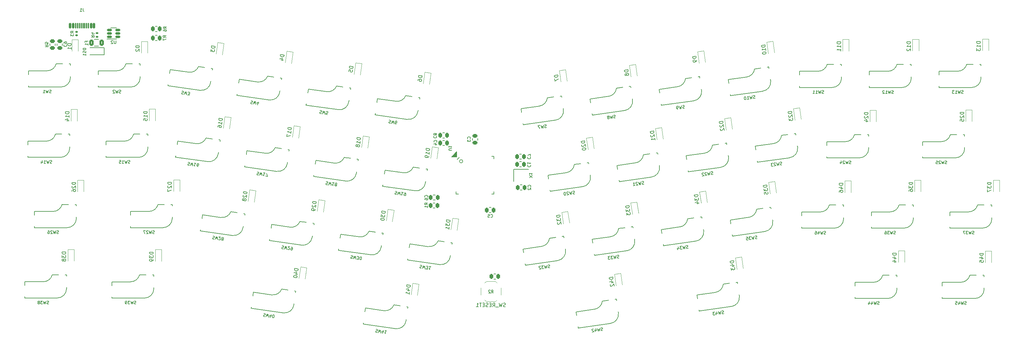
<source format=gbr>
%TF.GenerationSoftware,KiCad,Pcbnew,(5.99.0-9176-ga1730d51ff)*%
%TF.CreationDate,2021-05-08T16:46:04-05:00*%
%TF.ProjectId,prime e clone,7072696d-6520-4652-9063-6c6f6e652e6b,rev?*%
%TF.SameCoordinates,Original*%
%TF.FileFunction,Legend,Bot*%
%TF.FilePolarity,Positive*%
%FSLAX46Y46*%
G04 Gerber Fmt 4.6, Leading zero omitted, Abs format (unit mm)*
G04 Created by KiCad (PCBNEW (5.99.0-9176-ga1730d51ff)) date 2021-05-08 16:46:04*
%MOMM*%
%LPD*%
G01*
G04 APERTURE LIST*
G04 Aperture macros list*
%AMRoundRect*
0 Rectangle with rounded corners*
0 $1 Rounding radius*
0 $2 $3 $4 $5 $6 $7 $8 $9 X,Y pos of 4 corners*
0 Add a 4 corners polygon primitive as box body*
4,1,4,$2,$3,$4,$5,$6,$7,$8,$9,$2,$3,0*
0 Add four circle primitives for the rounded corners*
1,1,$1+$1,$2,$3*
1,1,$1+$1,$4,$5*
1,1,$1+$1,$6,$7*
1,1,$1+$1,$8,$9*
0 Add four rect primitives between the rounded corners*
20,1,$1+$1,$2,$3,$4,$5,0*
20,1,$1+$1,$4,$5,$6,$7,0*
20,1,$1+$1,$6,$7,$8,$9,0*
20,1,$1+$1,$8,$9,$2,$3,0*%
%AMRotRect*
0 Rectangle, with rotation*
0 The origin of the aperture is its center*
0 $1 length*
0 $2 width*
0 $3 Rotation angle, in degrees counterclockwise*
0 Add horizontal line*
21,1,$1,$2,0,0,$3*%
%AMOutline4P*
0 Free polygon, 4 corners , with rotation*
0 The origin of the aperture is its center*
0 number of corners: always 4*
0 $1 to $8 corner X, Y*
0 $9 Rotation angle, in degrees counterclockwise*
0 create outline with 4 corners*
4,1,4,$1,$2,$3,$4,$5,$6,$7,$8,$1,$2,$9*%
G04 Aperture macros list end*
%ADD10C,0.150000*%
%ADD11C,0.152400*%
%ADD12C,0.120000*%
%ADD13R,1.700000X1.000000*%
%ADD14R,1.000000X1.000000*%
%ADD15RotRect,1.000000X1.000000X278.000000*%
%ADD16RotRect,1.000000X1.000000X262.000000*%
%ADD17C,1.701800*%
%ADD18C,3.000000*%
%ADD19C,3.987800*%
%ADD20R,2.550000X2.500000*%
%ADD21RotRect,2.550000X2.500000X188.000000*%
%ADD22RotRect,2.550000X2.500000X172.000000*%
%ADD23C,3.048000*%
%ADD24RoundRect,0.147500X-0.172500X0.147500X-0.172500X-0.147500X0.172500X-0.147500X0.172500X0.147500X0*%
%ADD25RoundRect,0.243750X-0.243750X-0.456250X0.243750X-0.456250X0.243750X0.456250X-0.243750X0.456250X0*%
%ADD26RoundRect,0.243750X0.243750X0.456250X-0.243750X0.456250X-0.243750X-0.456250X0.243750X-0.456250X0*%
%ADD27O,0.550000X1.500000*%
%ADD28Outline4P,-0.750000X-0.250000X0.750000X-0.250000X0.750000X0.250000X-0.750000X0.250000X270.000000*%
%ADD29Outline4P,-0.750000X-0.275000X0.750000X-0.275000X0.750000X0.275000X-0.750000X0.275000X270.000000*%
%ADD30Outline4P,-0.750000X-0.275000X0.750000X-0.275000X0.750000X0.275000X-0.750000X0.275000X180.000000*%
%ADD31Outline4P,-0.750000X-0.250000X0.750000X-0.250000X0.750000X0.250000X-0.750000X0.250000X180.000000*%
%ADD32RoundRect,0.250000X-0.375000X-0.625000X0.375000X-0.625000X0.375000X0.625000X-0.375000X0.625000X0*%
%ADD33RoundRect,0.243750X-0.456250X0.243750X-0.456250X-0.243750X0.456250X-0.243750X0.456250X0.243750X0*%
%ADD34R,1.400000X1.200000*%
%ADD35R,0.900000X1.200000*%
%ADD36RoundRect,0.150000X-0.512500X-0.150000X0.512500X-0.150000X0.512500X0.150000X-0.512500X0.150000X0*%
%ADD37C,0.650000*%
%ADD38RoundRect,0.150000X-0.150000X-0.575000X0.150000X-0.575000X0.150000X0.575000X-0.150000X0.575000X0*%
%ADD39RoundRect,0.075000X-0.075000X-0.650000X0.075000X-0.650000X0.075000X0.650000X-0.075000X0.650000X0*%
%ADD40O,1.300000X1.900000*%
%ADD41O,1.100000X2.200000*%
G04 APERTURE END LIST*
D10*
%TO.C,SW_RESET1*%
X217696190Y-167904761D02*
X217553333Y-167952380D01*
X217315238Y-167952380D01*
X217220000Y-167904761D01*
X217172380Y-167857142D01*
X217124761Y-167761904D01*
X217124761Y-167666666D01*
X217172380Y-167571428D01*
X217220000Y-167523809D01*
X217315238Y-167476190D01*
X217505714Y-167428571D01*
X217600952Y-167380952D01*
X217648571Y-167333333D01*
X217696190Y-167238095D01*
X217696190Y-167142857D01*
X217648571Y-167047619D01*
X217600952Y-167000000D01*
X217505714Y-166952380D01*
X217267619Y-166952380D01*
X217124761Y-167000000D01*
X216791428Y-166952380D02*
X216553333Y-167952380D01*
X216362857Y-167238095D01*
X216172380Y-167952380D01*
X215934285Y-166952380D01*
X215791428Y-168047619D02*
X215029523Y-168047619D01*
X214220000Y-167952380D02*
X214553333Y-167476190D01*
X214791428Y-167952380D02*
X214791428Y-166952380D01*
X214410476Y-166952380D01*
X214315238Y-167000000D01*
X214267619Y-167047619D01*
X214220000Y-167142857D01*
X214220000Y-167285714D01*
X214267619Y-167380952D01*
X214315238Y-167428571D01*
X214410476Y-167476190D01*
X214791428Y-167476190D01*
X213791428Y-167428571D02*
X213458095Y-167428571D01*
X213315238Y-167952380D02*
X213791428Y-167952380D01*
X213791428Y-166952380D01*
X213315238Y-166952380D01*
X212934285Y-167904761D02*
X212791428Y-167952380D01*
X212553333Y-167952380D01*
X212458095Y-167904761D01*
X212410476Y-167857142D01*
X212362857Y-167761904D01*
X212362857Y-167666666D01*
X212410476Y-167571428D01*
X212458095Y-167523809D01*
X212553333Y-167476190D01*
X212743809Y-167428571D01*
X212839047Y-167380952D01*
X212886666Y-167333333D01*
X212934285Y-167238095D01*
X212934285Y-167142857D01*
X212886666Y-167047619D01*
X212839047Y-167000000D01*
X212743809Y-166952380D01*
X212505714Y-166952380D01*
X212362857Y-167000000D01*
X211934285Y-167428571D02*
X211600952Y-167428571D01*
X211458095Y-167952380D02*
X211934285Y-167952380D01*
X211934285Y-166952380D01*
X211458095Y-166952380D01*
X211172380Y-166952380D02*
X210600952Y-166952380D01*
X210886666Y-167952380D02*
X210886666Y-166952380D01*
X209743809Y-167952380D02*
X210315238Y-167952380D01*
X210029523Y-167952380D02*
X210029523Y-166952380D01*
X210124761Y-167095238D01*
X210220000Y-167190476D01*
X210315238Y-167238095D01*
%TO.C,D46*%
X309832380Y-134185714D02*
X308832380Y-134185714D01*
X308832380Y-134423809D01*
X308880000Y-134566666D01*
X308975238Y-134661904D01*
X309070476Y-134709523D01*
X309260952Y-134757142D01*
X309403809Y-134757142D01*
X309594285Y-134709523D01*
X309689523Y-134661904D01*
X309784761Y-134566666D01*
X309832380Y-134423809D01*
X309832380Y-134185714D01*
X309165714Y-135614285D02*
X309832380Y-135614285D01*
X308784761Y-135376190D02*
X309499047Y-135138095D01*
X309499047Y-135757142D01*
X308832380Y-136566666D02*
X308832380Y-136376190D01*
X308880000Y-136280952D01*
X308927619Y-136233333D01*
X309070476Y-136138095D01*
X309260952Y-136090476D01*
X309641904Y-136090476D01*
X309737142Y-136138095D01*
X309784761Y-136185714D01*
X309832380Y-136280952D01*
X309832380Y-136471428D01*
X309784761Y-136566666D01*
X309737142Y-136614285D01*
X309641904Y-136661904D01*
X309403809Y-136661904D01*
X309308571Y-136614285D01*
X309260952Y-136566666D01*
X309213333Y-136471428D01*
X309213333Y-136280952D01*
X309260952Y-136185714D01*
X309308571Y-136138095D01*
X309403809Y-136090476D01*
%TO.C,D45*%
X348202380Y-153335714D02*
X347202380Y-153335714D01*
X347202380Y-153573809D01*
X347250000Y-153716666D01*
X347345238Y-153811904D01*
X347440476Y-153859523D01*
X347630952Y-153907142D01*
X347773809Y-153907142D01*
X347964285Y-153859523D01*
X348059523Y-153811904D01*
X348154761Y-153716666D01*
X348202380Y-153573809D01*
X348202380Y-153335714D01*
X347535714Y-154764285D02*
X348202380Y-154764285D01*
X347154761Y-154526190D02*
X347869047Y-154288095D01*
X347869047Y-154907142D01*
X347202380Y-155764285D02*
X347202380Y-155288095D01*
X347678571Y-155240476D01*
X347630952Y-155288095D01*
X347583333Y-155383333D01*
X347583333Y-155621428D01*
X347630952Y-155716666D01*
X347678571Y-155764285D01*
X347773809Y-155811904D01*
X348011904Y-155811904D01*
X348107142Y-155764285D01*
X348154761Y-155716666D01*
X348202380Y-155621428D01*
X348202380Y-155383333D01*
X348154761Y-155288095D01*
X348107142Y-155240476D01*
%TO.C,D44*%
X324452380Y-153305714D02*
X323452380Y-153305714D01*
X323452380Y-153543809D01*
X323500000Y-153686666D01*
X323595238Y-153781904D01*
X323690476Y-153829523D01*
X323880952Y-153877142D01*
X324023809Y-153877142D01*
X324214285Y-153829523D01*
X324309523Y-153781904D01*
X324404761Y-153686666D01*
X324452380Y-153543809D01*
X324452380Y-153305714D01*
X323785714Y-154734285D02*
X324452380Y-154734285D01*
X323404761Y-154496190D02*
X324119047Y-154258095D01*
X324119047Y-154877142D01*
X323785714Y-155686666D02*
X324452380Y-155686666D01*
X323404761Y-155448571D02*
X324119047Y-155210476D01*
X324119047Y-155829523D01*
%TO.C,D43*%
X280016986Y-155332042D02*
X279026718Y-155471215D01*
X279059854Y-155706993D01*
X279126892Y-155841833D01*
X279234458Y-155922889D01*
X279335396Y-155956790D01*
X279530646Y-155977437D01*
X279672113Y-155957555D01*
X279854108Y-155883890D01*
X279941792Y-155823480D01*
X280022849Y-155715914D01*
X280050122Y-155567820D01*
X280016986Y-155332042D01*
X279555626Y-156839493D02*
X280215805Y-156746711D01*
X279145245Y-156656733D02*
X279819442Y-156321545D01*
X279905597Y-156934568D01*
X279285182Y-157310284D02*
X279371337Y-157923307D01*
X279702191Y-157540200D01*
X279722073Y-157681667D01*
X279782483Y-157769350D01*
X279836266Y-157809879D01*
X279937205Y-157843780D01*
X280172983Y-157810643D01*
X280260667Y-157750233D01*
X280301195Y-157696450D01*
X280335096Y-157595512D01*
X280295332Y-157312578D01*
X280234922Y-157224894D01*
X280181139Y-157184366D01*
%TO.C,D42*%
X247016986Y-159812042D02*
X246026718Y-159951215D01*
X246059854Y-160186993D01*
X246126892Y-160321833D01*
X246234458Y-160402889D01*
X246335396Y-160436790D01*
X246530646Y-160457437D01*
X246672113Y-160437555D01*
X246854108Y-160363890D01*
X246941792Y-160303480D01*
X247022849Y-160195914D01*
X247050122Y-160047820D01*
X247016986Y-159812042D01*
X246555626Y-161319493D02*
X247215805Y-161226711D01*
X246145245Y-161136733D02*
X246819442Y-160801545D01*
X246905597Y-161414568D01*
X246386121Y-161824185D02*
X246345592Y-161877968D01*
X246311691Y-161978907D01*
X246344828Y-162214685D01*
X246405238Y-162302369D01*
X246459021Y-162342897D01*
X246559960Y-162376798D01*
X246654271Y-162363544D01*
X246789110Y-162296506D01*
X247275450Y-161651111D01*
X247361605Y-162264134D01*
%TO.C,D41*%
X191754978Y-162083020D02*
X190764710Y-161943847D01*
X190731573Y-162179625D01*
X190758847Y-162327720D01*
X190839904Y-162435285D01*
X190927588Y-162495696D01*
X191109583Y-162569360D01*
X191251050Y-162589242D01*
X191446300Y-162568596D01*
X191547238Y-162534695D01*
X191654804Y-162453638D01*
X191721841Y-162318799D01*
X191754978Y-162083020D01*
X190895980Y-163404907D02*
X191556159Y-163497689D01*
X190551872Y-163116111D02*
X191292343Y-162979742D01*
X191206188Y-163592765D01*
X191410359Y-164535113D02*
X191489886Y-163969245D01*
X191450122Y-164252179D02*
X190459854Y-164113006D01*
X190614576Y-164038577D01*
X190722142Y-163957520D01*
X190782552Y-163869836D01*
%TO.C,D40*%
X161114978Y-157593020D02*
X160124710Y-157453847D01*
X160091573Y-157689625D01*
X160118847Y-157837720D01*
X160199904Y-157945285D01*
X160287588Y-158005696D01*
X160469583Y-158079360D01*
X160611050Y-158099242D01*
X160806300Y-158078596D01*
X160907238Y-158044695D01*
X161014804Y-157963638D01*
X161081841Y-157828799D01*
X161114978Y-157593020D01*
X160255980Y-158914907D02*
X160916159Y-159007689D01*
X159911872Y-158626111D02*
X160652343Y-158489742D01*
X160566188Y-159102765D01*
X159826482Y-159575850D02*
X159813227Y-159670162D01*
X159847128Y-159771100D01*
X159887656Y-159824883D01*
X159975340Y-159885293D01*
X160157336Y-159958958D01*
X160393114Y-159992094D01*
X160588364Y-159971448D01*
X160689302Y-159937547D01*
X160743085Y-159897019D01*
X160803495Y-159809335D01*
X160816750Y-159715023D01*
X160782849Y-159614085D01*
X160742320Y-159560302D01*
X160654636Y-159499892D01*
X160472641Y-159426227D01*
X160236863Y-159393091D01*
X160041613Y-159413737D01*
X159940675Y-159447638D01*
X159886892Y-159488166D01*
X159826482Y-159575850D01*
%TO.C,D39*%
X121497380Y-152990714D02*
X120497380Y-152990714D01*
X120497380Y-153228809D01*
X120545000Y-153371666D01*
X120640238Y-153466904D01*
X120735476Y-153514523D01*
X120925952Y-153562142D01*
X121068809Y-153562142D01*
X121259285Y-153514523D01*
X121354523Y-153466904D01*
X121449761Y-153371666D01*
X121497380Y-153228809D01*
X121497380Y-152990714D01*
X120497380Y-153895476D02*
X120497380Y-154514523D01*
X120878333Y-154181190D01*
X120878333Y-154324047D01*
X120925952Y-154419285D01*
X120973571Y-154466904D01*
X121068809Y-154514523D01*
X121306904Y-154514523D01*
X121402142Y-154466904D01*
X121449761Y-154419285D01*
X121497380Y-154324047D01*
X121497380Y-154038333D01*
X121449761Y-153943095D01*
X121402142Y-153895476D01*
X121497380Y-154990714D02*
X121497380Y-155181190D01*
X121449761Y-155276428D01*
X121402142Y-155324047D01*
X121259285Y-155419285D01*
X121068809Y-155466904D01*
X120687857Y-155466904D01*
X120592619Y-155419285D01*
X120545000Y-155371666D01*
X120497380Y-155276428D01*
X120497380Y-155085952D01*
X120545000Y-154990714D01*
X120592619Y-154943095D01*
X120687857Y-154895476D01*
X120925952Y-154895476D01*
X121021190Y-154943095D01*
X121068809Y-154990714D01*
X121116428Y-155085952D01*
X121116428Y-155276428D01*
X121068809Y-155371666D01*
X121021190Y-155419285D01*
X120925952Y-155466904D01*
%TO.C,D38*%
X97627380Y-152975714D02*
X96627380Y-152975714D01*
X96627380Y-153213809D01*
X96675000Y-153356666D01*
X96770238Y-153451904D01*
X96865476Y-153499523D01*
X97055952Y-153547142D01*
X97198809Y-153547142D01*
X97389285Y-153499523D01*
X97484523Y-153451904D01*
X97579761Y-153356666D01*
X97627380Y-153213809D01*
X97627380Y-152975714D01*
X96627380Y-153880476D02*
X96627380Y-154499523D01*
X97008333Y-154166190D01*
X97008333Y-154309047D01*
X97055952Y-154404285D01*
X97103571Y-154451904D01*
X97198809Y-154499523D01*
X97436904Y-154499523D01*
X97532142Y-154451904D01*
X97579761Y-154404285D01*
X97627380Y-154309047D01*
X97627380Y-154023333D01*
X97579761Y-153928095D01*
X97532142Y-153880476D01*
X97055952Y-155070952D02*
X97008333Y-154975714D01*
X96960714Y-154928095D01*
X96865476Y-154880476D01*
X96817857Y-154880476D01*
X96722619Y-154928095D01*
X96675000Y-154975714D01*
X96627380Y-155070952D01*
X96627380Y-155261428D01*
X96675000Y-155356666D01*
X96722619Y-155404285D01*
X96817857Y-155451904D01*
X96865476Y-155451904D01*
X96960714Y-155404285D01*
X97008333Y-155356666D01*
X97055952Y-155261428D01*
X97055952Y-155070952D01*
X97103571Y-154975714D01*
X97151190Y-154928095D01*
X97246428Y-154880476D01*
X97436904Y-154880476D01*
X97532142Y-154928095D01*
X97579761Y-154975714D01*
X97627380Y-155070952D01*
X97627380Y-155261428D01*
X97579761Y-155356666D01*
X97532142Y-155404285D01*
X97436904Y-155451904D01*
X97246428Y-155451904D01*
X97151190Y-155404285D01*
X97103571Y-155356666D01*
X97055952Y-155261428D01*
%TO.C,D37*%
X350342380Y-133955714D02*
X349342380Y-133955714D01*
X349342380Y-134193809D01*
X349390000Y-134336666D01*
X349485238Y-134431904D01*
X349580476Y-134479523D01*
X349770952Y-134527142D01*
X349913809Y-134527142D01*
X350104285Y-134479523D01*
X350199523Y-134431904D01*
X350294761Y-134336666D01*
X350342380Y-134193809D01*
X350342380Y-133955714D01*
X349342380Y-134860476D02*
X349342380Y-135479523D01*
X349723333Y-135146190D01*
X349723333Y-135289047D01*
X349770952Y-135384285D01*
X349818571Y-135431904D01*
X349913809Y-135479523D01*
X350151904Y-135479523D01*
X350247142Y-135431904D01*
X350294761Y-135384285D01*
X350342380Y-135289047D01*
X350342380Y-135003333D01*
X350294761Y-134908095D01*
X350247142Y-134860476D01*
X349342380Y-135812857D02*
X349342380Y-136479523D01*
X350342380Y-136050952D01*
%TO.C,D36*%
X328912380Y-133945714D02*
X327912380Y-133945714D01*
X327912380Y-134183809D01*
X327960000Y-134326666D01*
X328055238Y-134421904D01*
X328150476Y-134469523D01*
X328340952Y-134517142D01*
X328483809Y-134517142D01*
X328674285Y-134469523D01*
X328769523Y-134421904D01*
X328864761Y-134326666D01*
X328912380Y-134183809D01*
X328912380Y-133945714D01*
X327912380Y-134850476D02*
X327912380Y-135469523D01*
X328293333Y-135136190D01*
X328293333Y-135279047D01*
X328340952Y-135374285D01*
X328388571Y-135421904D01*
X328483809Y-135469523D01*
X328721904Y-135469523D01*
X328817142Y-135421904D01*
X328864761Y-135374285D01*
X328912380Y-135279047D01*
X328912380Y-134993333D01*
X328864761Y-134898095D01*
X328817142Y-134850476D01*
X327912380Y-136326666D02*
X327912380Y-136136190D01*
X327960000Y-136040952D01*
X328007619Y-135993333D01*
X328150476Y-135898095D01*
X328340952Y-135850476D01*
X328721904Y-135850476D01*
X328817142Y-135898095D01*
X328864761Y-135945714D01*
X328912380Y-136040952D01*
X328912380Y-136231428D01*
X328864761Y-136326666D01*
X328817142Y-136374285D01*
X328721904Y-136421904D01*
X328483809Y-136421904D01*
X328388571Y-136374285D01*
X328340952Y-136326666D01*
X328293333Y-136231428D01*
X328293333Y-136040952D01*
X328340952Y-135945714D01*
X328388571Y-135898095D01*
X328483809Y-135850476D01*
%TO.C,D35*%
X289106986Y-134622042D02*
X288116718Y-134761215D01*
X288149854Y-134996993D01*
X288216892Y-135131833D01*
X288324458Y-135212889D01*
X288425396Y-135246790D01*
X288620646Y-135267437D01*
X288762113Y-135247555D01*
X288944108Y-135173890D01*
X289031792Y-135113480D01*
X289112849Y-135005914D01*
X289140122Y-134857820D01*
X289106986Y-134622042D01*
X288242636Y-135657172D02*
X288328791Y-136270195D01*
X288659645Y-135887087D01*
X288679527Y-136028554D01*
X288739937Y-136116238D01*
X288793720Y-136156766D01*
X288894659Y-136190667D01*
X289130437Y-136157531D01*
X289218121Y-136097121D01*
X289258649Y-136043338D01*
X289292550Y-135942399D01*
X289252786Y-135659466D01*
X289192376Y-135571782D01*
X289138593Y-135531253D01*
X288454710Y-137166152D02*
X288388437Y-136694595D01*
X288853366Y-136581167D01*
X288812837Y-136634950D01*
X288778936Y-136735888D01*
X288812073Y-136971667D01*
X288872483Y-137059350D01*
X288926266Y-137099879D01*
X289027205Y-137133780D01*
X289262983Y-137100643D01*
X289350667Y-137040233D01*
X289391195Y-136986450D01*
X289425096Y-136885512D01*
X289391959Y-136649734D01*
X289331549Y-136562050D01*
X289277766Y-136521521D01*
%TO.C,D34*%
X270256986Y-137242042D02*
X269266718Y-137381215D01*
X269299854Y-137616993D01*
X269366892Y-137751833D01*
X269474458Y-137832889D01*
X269575396Y-137866790D01*
X269770646Y-137887437D01*
X269912113Y-137867555D01*
X270094108Y-137793890D01*
X270181792Y-137733480D01*
X270262849Y-137625914D01*
X270290122Y-137477820D01*
X270256986Y-137242042D01*
X269392636Y-138277172D02*
X269478791Y-138890195D01*
X269809645Y-138507087D01*
X269829527Y-138648554D01*
X269889937Y-138736238D01*
X269943720Y-138776766D01*
X270044659Y-138810667D01*
X270280437Y-138777531D01*
X270368121Y-138717121D01*
X270408649Y-138663338D01*
X270442550Y-138562399D01*
X270402786Y-138279466D01*
X270342376Y-138191782D01*
X270288593Y-138151253D01*
X269928172Y-139692605D02*
X270588351Y-139599823D01*
X269517790Y-139509845D02*
X270191988Y-139174658D01*
X270278143Y-139787681D01*
%TO.C,D33*%
X251466986Y-140272042D02*
X250476718Y-140411215D01*
X250509854Y-140646993D01*
X250576892Y-140781833D01*
X250684458Y-140862889D01*
X250785396Y-140896790D01*
X250980646Y-140917437D01*
X251122113Y-140897555D01*
X251304108Y-140823890D01*
X251391792Y-140763480D01*
X251472849Y-140655914D01*
X251500122Y-140507820D01*
X251466986Y-140272042D01*
X250602636Y-141307172D02*
X250688791Y-141920195D01*
X251019645Y-141537087D01*
X251039527Y-141678554D01*
X251099937Y-141766238D01*
X251153720Y-141806766D01*
X251254659Y-141840667D01*
X251490437Y-141807531D01*
X251578121Y-141747121D01*
X251618649Y-141693338D01*
X251652550Y-141592399D01*
X251612786Y-141309466D01*
X251552376Y-141221782D01*
X251498593Y-141181253D01*
X250735182Y-142250284D02*
X250821337Y-142863307D01*
X251152191Y-142480200D01*
X251172073Y-142621667D01*
X251232483Y-142709350D01*
X251286266Y-142749879D01*
X251387205Y-142783780D01*
X251622983Y-142750643D01*
X251710667Y-142690233D01*
X251751195Y-142636450D01*
X251785096Y-142535512D01*
X251745332Y-142252578D01*
X251684922Y-142164894D01*
X251631139Y-142124366D01*
%TO.C,D32*%
X232586986Y-142842042D02*
X231596718Y-142981215D01*
X231629854Y-143216993D01*
X231696892Y-143351833D01*
X231804458Y-143432889D01*
X231905396Y-143466790D01*
X232100646Y-143487437D01*
X232242113Y-143467555D01*
X232424108Y-143393890D01*
X232511792Y-143333480D01*
X232592849Y-143225914D01*
X232620122Y-143077820D01*
X232586986Y-142842042D01*
X231722636Y-143877172D02*
X231808791Y-144490195D01*
X232139645Y-144107087D01*
X232159527Y-144248554D01*
X232219937Y-144336238D01*
X232273720Y-144376766D01*
X232374659Y-144410667D01*
X232610437Y-144377531D01*
X232698121Y-144317121D01*
X232738649Y-144263338D01*
X232772550Y-144162399D01*
X232732786Y-143879466D01*
X232672376Y-143791782D01*
X232618593Y-143751253D01*
X231956121Y-144854185D02*
X231915592Y-144907968D01*
X231881691Y-145008907D01*
X231914828Y-145244685D01*
X231975238Y-145332369D01*
X232029021Y-145372897D01*
X232129960Y-145406798D01*
X232224271Y-145393544D01*
X232359110Y-145326506D01*
X232845450Y-144681111D01*
X232931605Y-145294134D01*
%TO.C,D31*%
X202594978Y-144293020D02*
X201604710Y-144153847D01*
X201571573Y-144389625D01*
X201598847Y-144537720D01*
X201679904Y-144645285D01*
X201767588Y-144705696D01*
X201949583Y-144779360D01*
X202091050Y-144799242D01*
X202286300Y-144778596D01*
X202387238Y-144744695D01*
X202494804Y-144663638D01*
X202561841Y-144528799D01*
X202594978Y-144293020D01*
X201478791Y-145049804D02*
X201392636Y-145662827D01*
X201816272Y-145385756D01*
X201796391Y-145527223D01*
X201830292Y-145628162D01*
X201870820Y-145681944D01*
X201958504Y-145742355D01*
X202194282Y-145775491D01*
X202295221Y-145741590D01*
X202349003Y-145701062D01*
X202409414Y-145613378D01*
X202449177Y-145330444D01*
X202415276Y-145229506D01*
X202374748Y-145175723D01*
X202250359Y-146745113D02*
X202329886Y-146179245D01*
X202290122Y-146462179D02*
X201299854Y-146323006D01*
X201454576Y-146248577D01*
X201562142Y-146167520D01*
X201622552Y-146079836D01*
%TO.C,D30*%
X184914978Y-141893020D02*
X183924710Y-141753847D01*
X183891573Y-141989625D01*
X183918847Y-142137720D01*
X183999904Y-142245285D01*
X184087588Y-142305696D01*
X184269583Y-142379360D01*
X184411050Y-142399242D01*
X184606300Y-142378596D01*
X184707238Y-142344695D01*
X184814804Y-142263638D01*
X184881841Y-142128799D01*
X184914978Y-141893020D01*
X183798791Y-142649804D02*
X183712636Y-143262827D01*
X184136272Y-142985756D01*
X184116391Y-143127223D01*
X184150292Y-143228162D01*
X184190820Y-143281944D01*
X184278504Y-143342355D01*
X184514282Y-143375491D01*
X184615221Y-143341590D01*
X184669003Y-143301062D01*
X184729414Y-143213378D01*
X184769177Y-142930444D01*
X184735276Y-142829506D01*
X184694748Y-142775723D01*
X183626482Y-143875850D02*
X183613227Y-143970162D01*
X183647128Y-144071100D01*
X183687656Y-144124883D01*
X183775340Y-144185293D01*
X183957336Y-144258958D01*
X184193114Y-144292094D01*
X184388364Y-144271448D01*
X184489302Y-144237547D01*
X184543085Y-144197019D01*
X184603495Y-144109335D01*
X184616750Y-144015023D01*
X184582849Y-143914085D01*
X184542320Y-143860302D01*
X184454636Y-143799892D01*
X184272641Y-143726227D01*
X184036863Y-143693091D01*
X183841613Y-143713737D01*
X183740675Y-143747638D01*
X183686892Y-143788166D01*
X183626482Y-143875850D01*
%TO.C,D29*%
X166054978Y-139263020D02*
X165064710Y-139123847D01*
X165031573Y-139359625D01*
X165058847Y-139507720D01*
X165139904Y-139615285D01*
X165227588Y-139675696D01*
X165409583Y-139749360D01*
X165551050Y-139769242D01*
X165746300Y-139748596D01*
X165847238Y-139714695D01*
X165954804Y-139633638D01*
X166021841Y-139498799D01*
X166054978Y-139263020D01*
X165026475Y-140080214D02*
X164972692Y-140120743D01*
X164912282Y-140208427D01*
X164879146Y-140444205D01*
X164913047Y-140545143D01*
X164953575Y-140598926D01*
X165041259Y-140659336D01*
X165135570Y-140672591D01*
X165283664Y-140645317D01*
X165929059Y-140158977D01*
X165842905Y-140772000D01*
X165776632Y-141243557D02*
X165750122Y-141432179D01*
X165689712Y-141519863D01*
X165635929Y-141560391D01*
X165481208Y-141634821D01*
X165285958Y-141655467D01*
X164908713Y-141602449D01*
X164821029Y-141542039D01*
X164780501Y-141488256D01*
X164746600Y-141387317D01*
X164773109Y-141198695D01*
X164833519Y-141111011D01*
X164887302Y-141070482D01*
X164988241Y-141036581D01*
X165224019Y-141069718D01*
X165311703Y-141130128D01*
X165352231Y-141183911D01*
X165386132Y-141284849D01*
X165359623Y-141473472D01*
X165299213Y-141561156D01*
X165245430Y-141601684D01*
X165144491Y-141635585D01*
%TO.C,D28*%
X147174978Y-136563020D02*
X146184710Y-136423847D01*
X146151573Y-136659625D01*
X146178847Y-136807720D01*
X146259904Y-136915285D01*
X146347588Y-136975696D01*
X146529583Y-137049360D01*
X146671050Y-137069242D01*
X146866300Y-137048596D01*
X146967238Y-137014695D01*
X147074804Y-136933638D01*
X147141841Y-136798799D01*
X147174978Y-136563020D01*
X146146475Y-137380214D02*
X146092692Y-137420743D01*
X146032282Y-137508427D01*
X145999146Y-137744205D01*
X146033047Y-137845143D01*
X146073575Y-137898926D01*
X146161259Y-137959336D01*
X146255570Y-137972591D01*
X146403664Y-137945317D01*
X147049059Y-137458977D01*
X146962905Y-138072000D01*
X146317510Y-138558340D02*
X146283609Y-138457402D01*
X146243080Y-138403619D01*
X146155396Y-138343209D01*
X146108241Y-138336581D01*
X146007302Y-138370482D01*
X145953519Y-138411011D01*
X145893109Y-138498695D01*
X145866600Y-138687317D01*
X145900501Y-138788256D01*
X145941029Y-138842039D01*
X146028713Y-138902449D01*
X146075869Y-138909076D01*
X146176807Y-138875175D01*
X146230590Y-138834647D01*
X146291000Y-138746963D01*
X146317510Y-138558340D01*
X146377920Y-138470656D01*
X146431703Y-138430128D01*
X146532641Y-138396227D01*
X146721264Y-138422736D01*
X146808948Y-138483146D01*
X146849476Y-138536929D01*
X146883377Y-138637868D01*
X146856868Y-138826490D01*
X146796458Y-138914174D01*
X146742675Y-138954703D01*
X146641736Y-138988604D01*
X146453114Y-138962094D01*
X146365430Y-138901684D01*
X146324901Y-138847901D01*
X146291000Y-138746963D01*
%TO.C,D27*%
X126492380Y-133915714D02*
X125492380Y-133915714D01*
X125492380Y-134153809D01*
X125540000Y-134296666D01*
X125635238Y-134391904D01*
X125730476Y-134439523D01*
X125920952Y-134487142D01*
X126063809Y-134487142D01*
X126254285Y-134439523D01*
X126349523Y-134391904D01*
X126444761Y-134296666D01*
X126492380Y-134153809D01*
X126492380Y-133915714D01*
X125587619Y-134868095D02*
X125540000Y-134915714D01*
X125492380Y-135010952D01*
X125492380Y-135249047D01*
X125540000Y-135344285D01*
X125587619Y-135391904D01*
X125682857Y-135439523D01*
X125778095Y-135439523D01*
X125920952Y-135391904D01*
X126492380Y-134820476D01*
X126492380Y-135439523D01*
X125492380Y-135772857D02*
X125492380Y-136439523D01*
X126492380Y-136010952D01*
%TO.C,D26*%
X100312380Y-133955714D02*
X99312380Y-133955714D01*
X99312380Y-134193809D01*
X99360000Y-134336666D01*
X99455238Y-134431904D01*
X99550476Y-134479523D01*
X99740952Y-134527142D01*
X99883809Y-134527142D01*
X100074285Y-134479523D01*
X100169523Y-134431904D01*
X100264761Y-134336666D01*
X100312380Y-134193809D01*
X100312380Y-133955714D01*
X99407619Y-134908095D02*
X99360000Y-134955714D01*
X99312380Y-135050952D01*
X99312380Y-135289047D01*
X99360000Y-135384285D01*
X99407619Y-135431904D01*
X99502857Y-135479523D01*
X99598095Y-135479523D01*
X99740952Y-135431904D01*
X100312380Y-134860476D01*
X100312380Y-135479523D01*
X99312380Y-136336666D02*
X99312380Y-136146190D01*
X99360000Y-136050952D01*
X99407619Y-136003333D01*
X99550476Y-135908095D01*
X99740952Y-135860476D01*
X100121904Y-135860476D01*
X100217142Y-135908095D01*
X100264761Y-135955714D01*
X100312380Y-136050952D01*
X100312380Y-136241428D01*
X100264761Y-136336666D01*
X100217142Y-136384285D01*
X100121904Y-136431904D01*
X99883809Y-136431904D01*
X99788571Y-136384285D01*
X99740952Y-136336666D01*
X99693333Y-136241428D01*
X99693333Y-136050952D01*
X99740952Y-135955714D01*
X99788571Y-135908095D01*
X99883809Y-135860476D01*
%TO.C,D25*%
X342882380Y-114735714D02*
X341882380Y-114735714D01*
X341882380Y-114973809D01*
X341930000Y-115116666D01*
X342025238Y-115211904D01*
X342120476Y-115259523D01*
X342310952Y-115307142D01*
X342453809Y-115307142D01*
X342644285Y-115259523D01*
X342739523Y-115211904D01*
X342834761Y-115116666D01*
X342882380Y-114973809D01*
X342882380Y-114735714D01*
X341977619Y-115688095D02*
X341930000Y-115735714D01*
X341882380Y-115830952D01*
X341882380Y-116069047D01*
X341930000Y-116164285D01*
X341977619Y-116211904D01*
X342072857Y-116259523D01*
X342168095Y-116259523D01*
X342310952Y-116211904D01*
X342882380Y-115640476D01*
X342882380Y-116259523D01*
X341882380Y-117164285D02*
X341882380Y-116688095D01*
X342358571Y-116640476D01*
X342310952Y-116688095D01*
X342263333Y-116783333D01*
X342263333Y-117021428D01*
X342310952Y-117116666D01*
X342358571Y-117164285D01*
X342453809Y-117211904D01*
X342691904Y-117211904D01*
X342787142Y-117164285D01*
X342834761Y-117116666D01*
X342882380Y-117021428D01*
X342882380Y-116783333D01*
X342834761Y-116688095D01*
X342787142Y-116640476D01*
%TO.C,D24*%
X316722380Y-114835714D02*
X315722380Y-114835714D01*
X315722380Y-115073809D01*
X315770000Y-115216666D01*
X315865238Y-115311904D01*
X315960476Y-115359523D01*
X316150952Y-115407142D01*
X316293809Y-115407142D01*
X316484285Y-115359523D01*
X316579523Y-115311904D01*
X316674761Y-115216666D01*
X316722380Y-115073809D01*
X316722380Y-114835714D01*
X315817619Y-115788095D02*
X315770000Y-115835714D01*
X315722380Y-115930952D01*
X315722380Y-116169047D01*
X315770000Y-116264285D01*
X315817619Y-116311904D01*
X315912857Y-116359523D01*
X316008095Y-116359523D01*
X316150952Y-116311904D01*
X316722380Y-115740476D01*
X316722380Y-116359523D01*
X316055714Y-117216666D02*
X316722380Y-117216666D01*
X315674761Y-116978571D02*
X316389047Y-116740476D01*
X316389047Y-117359523D01*
%TO.C,D23*%
X295856986Y-114492042D02*
X294866718Y-114631215D01*
X294899854Y-114866993D01*
X294966892Y-115001833D01*
X295074458Y-115082889D01*
X295175396Y-115116790D01*
X295370646Y-115137437D01*
X295512113Y-115117555D01*
X295694108Y-115043890D01*
X295781792Y-114983480D01*
X295862849Y-114875914D01*
X295890122Y-114727820D01*
X295856986Y-114492042D01*
X295093575Y-115561073D02*
X295053047Y-115614856D01*
X295019146Y-115715794D01*
X295052282Y-115951572D01*
X295112692Y-116039256D01*
X295166475Y-116079785D01*
X295267414Y-116113686D01*
X295361725Y-116100431D01*
X295496565Y-116033394D01*
X295982905Y-115387999D01*
X296069059Y-116001022D01*
X295125182Y-116470284D02*
X295211337Y-117083307D01*
X295542191Y-116700200D01*
X295562073Y-116841667D01*
X295622483Y-116929350D01*
X295676266Y-116969879D01*
X295777205Y-117003780D01*
X296012983Y-116970643D01*
X296100667Y-116910233D01*
X296141195Y-116856450D01*
X296175096Y-116755512D01*
X296135332Y-116472578D01*
X296074922Y-116384894D01*
X296021139Y-116344366D01*
%TO.C,D22*%
X277076986Y-117202042D02*
X276086718Y-117341215D01*
X276119854Y-117576993D01*
X276186892Y-117711833D01*
X276294458Y-117792889D01*
X276395396Y-117826790D01*
X276590646Y-117847437D01*
X276732113Y-117827555D01*
X276914108Y-117753890D01*
X277001792Y-117693480D01*
X277082849Y-117585914D01*
X277110122Y-117437820D01*
X277076986Y-117202042D01*
X276313575Y-118271073D02*
X276273047Y-118324856D01*
X276239146Y-118425794D01*
X276272282Y-118661572D01*
X276332692Y-118749256D01*
X276386475Y-118789785D01*
X276487414Y-118823686D01*
X276581725Y-118810431D01*
X276716565Y-118743394D01*
X277202905Y-118097999D01*
X277289059Y-118711022D01*
X276446121Y-119214185D02*
X276405592Y-119267968D01*
X276371691Y-119368907D01*
X276404828Y-119604685D01*
X276465238Y-119692369D01*
X276519021Y-119732897D01*
X276619960Y-119766798D01*
X276714271Y-119753544D01*
X276849110Y-119686506D01*
X277335450Y-119041111D01*
X277421605Y-119654134D01*
%TO.C,D21*%
X258216986Y-119882042D02*
X257226718Y-120021215D01*
X257259854Y-120256993D01*
X257326892Y-120391833D01*
X257434458Y-120472889D01*
X257535396Y-120506790D01*
X257730646Y-120527437D01*
X257872113Y-120507555D01*
X258054108Y-120433890D01*
X258141792Y-120373480D01*
X258222849Y-120265914D01*
X258250122Y-120117820D01*
X258216986Y-119882042D01*
X257453575Y-120951073D02*
X257413047Y-121004856D01*
X257379146Y-121105794D01*
X257412282Y-121341572D01*
X257472692Y-121429256D01*
X257526475Y-121469785D01*
X257627414Y-121503686D01*
X257721725Y-121490431D01*
X257856565Y-121423394D01*
X258342905Y-120777999D01*
X258429059Y-121391022D01*
X258561605Y-122334134D02*
X258482078Y-121768267D01*
X258521841Y-122051200D02*
X257531573Y-122190374D01*
X257659786Y-122076180D01*
X257740842Y-121968615D01*
X257774743Y-121867676D01*
%TO.C,D20*%
X239346986Y-122552042D02*
X238356718Y-122691215D01*
X238389854Y-122926993D01*
X238456892Y-123061833D01*
X238564458Y-123142889D01*
X238665396Y-123176790D01*
X238860646Y-123197437D01*
X239002113Y-123177555D01*
X239184108Y-123103890D01*
X239271792Y-123043480D01*
X239352849Y-122935914D01*
X239380122Y-122787820D01*
X239346986Y-122552042D01*
X238583575Y-123621073D02*
X238543047Y-123674856D01*
X238509146Y-123775794D01*
X238542282Y-124011572D01*
X238602692Y-124099256D01*
X238656475Y-124139785D01*
X238757414Y-124173686D01*
X238851725Y-124160431D01*
X238986565Y-124093394D01*
X239472905Y-123447999D01*
X239559059Y-124061022D01*
X238654946Y-124813218D02*
X238668201Y-124907529D01*
X238728611Y-124995213D01*
X238782394Y-125035742D01*
X238883332Y-125069643D01*
X239078582Y-125090289D01*
X239314360Y-125057153D01*
X239496355Y-124983488D01*
X239584039Y-124923078D01*
X239624568Y-124869295D01*
X239658469Y-124768356D01*
X239645214Y-124674045D01*
X239584804Y-124586361D01*
X239531021Y-124545833D01*
X239430082Y-124511932D01*
X239234833Y-124491285D01*
X238999055Y-124524422D01*
X238817059Y-124598086D01*
X238729375Y-124658497D01*
X238688847Y-124712279D01*
X238654946Y-124813218D01*
%TO.C,D19*%
X197031012Y-124740855D02*
X196040744Y-124601682D01*
X196007607Y-124837460D01*
X196034881Y-124985555D01*
X196115938Y-125093120D01*
X196203622Y-125153531D01*
X196385617Y-125227195D01*
X196527084Y-125247077D01*
X196722334Y-125226431D01*
X196823272Y-125192530D01*
X196930838Y-125111473D01*
X196997875Y-124976634D01*
X197031012Y-124740855D01*
X196818939Y-126249835D02*
X196898466Y-125683968D01*
X196858702Y-125966902D02*
X195868434Y-125827728D01*
X196023156Y-125753299D01*
X196130721Y-125672242D01*
X196191132Y-125584558D01*
X196752666Y-126721392D02*
X196726156Y-126910014D01*
X196665746Y-126997698D01*
X196611963Y-127038226D01*
X196457242Y-127112656D01*
X196261992Y-127133302D01*
X195884747Y-127080284D01*
X195797063Y-127019874D01*
X195756535Y-126966091D01*
X195722634Y-126865152D01*
X195749143Y-126676530D01*
X195809553Y-126588846D01*
X195863336Y-126548317D01*
X195964275Y-126514416D01*
X196200053Y-126547553D01*
X196287737Y-126607963D01*
X196328265Y-126661746D01*
X196362166Y-126762684D01*
X196335657Y-126951307D01*
X196275247Y-127038991D01*
X196221464Y-127079519D01*
X196120525Y-127113420D01*
%TO.C,D18*%
X178154978Y-121783020D02*
X177164710Y-121643847D01*
X177131573Y-121879625D01*
X177158847Y-122027720D01*
X177239904Y-122135285D01*
X177327588Y-122195696D01*
X177509583Y-122269360D01*
X177651050Y-122289242D01*
X177846300Y-122268596D01*
X177947238Y-122234695D01*
X178054804Y-122153638D01*
X178121841Y-122018799D01*
X178154978Y-121783020D01*
X177942905Y-123292000D02*
X178022432Y-122726133D01*
X177982668Y-123009067D02*
X176992400Y-122869893D01*
X177147122Y-122795464D01*
X177254687Y-122714407D01*
X177315098Y-122626723D01*
X177297510Y-123778340D02*
X177263609Y-123677402D01*
X177223080Y-123623619D01*
X177135396Y-123563209D01*
X177088241Y-123556581D01*
X176987302Y-123590482D01*
X176933519Y-123631011D01*
X176873109Y-123718695D01*
X176846600Y-123907317D01*
X176880501Y-124008256D01*
X176921029Y-124062039D01*
X177008713Y-124122449D01*
X177055869Y-124129076D01*
X177156807Y-124095175D01*
X177210590Y-124054647D01*
X177271000Y-123966963D01*
X177297510Y-123778340D01*
X177357920Y-123690656D01*
X177411703Y-123650128D01*
X177512641Y-123616227D01*
X177701264Y-123642736D01*
X177788948Y-123703146D01*
X177829476Y-123756929D01*
X177863377Y-123857868D01*
X177836868Y-124046490D01*
X177776458Y-124134174D01*
X177722675Y-124174703D01*
X177621736Y-124208604D01*
X177433114Y-124182094D01*
X177345430Y-124121684D01*
X177304901Y-124067901D01*
X177271000Y-123966963D01*
%TO.C,D17*%
X159284978Y-119013020D02*
X158294710Y-118873847D01*
X158261573Y-119109625D01*
X158288847Y-119257720D01*
X158369904Y-119365285D01*
X158457588Y-119425696D01*
X158639583Y-119499360D01*
X158781050Y-119519242D01*
X158976300Y-119498596D01*
X159077238Y-119464695D01*
X159184804Y-119383638D01*
X159251841Y-119248799D01*
X159284978Y-119013020D01*
X159072905Y-120522000D02*
X159152432Y-119956133D01*
X159112668Y-120239067D02*
X158122400Y-120099893D01*
X158277122Y-120025464D01*
X158384687Y-119944407D01*
X158445098Y-119856723D01*
X158036245Y-120712917D02*
X157943463Y-121373095D01*
X158993377Y-121087868D01*
%TO.C,D16*%
X140434978Y-116523020D02*
X139444710Y-116383847D01*
X139411573Y-116619625D01*
X139438847Y-116767720D01*
X139519904Y-116875285D01*
X139607588Y-116935696D01*
X139789583Y-117009360D01*
X139931050Y-117029242D01*
X140126300Y-117008596D01*
X140227238Y-116974695D01*
X140334804Y-116893638D01*
X140401841Y-116758799D01*
X140434978Y-116523020D01*
X140222905Y-118032000D02*
X140302432Y-117466133D01*
X140262668Y-117749067D02*
X139272400Y-117609893D01*
X139427122Y-117535464D01*
X139534687Y-117454407D01*
X139595098Y-117366723D01*
X139113345Y-118741628D02*
X139139854Y-118553006D01*
X139200265Y-118465322D01*
X139254048Y-118424794D01*
X139408769Y-118350364D01*
X139604019Y-118329718D01*
X139981264Y-118382736D01*
X140068948Y-118443146D01*
X140109476Y-118496929D01*
X140143377Y-118597868D01*
X140116868Y-118786490D01*
X140056458Y-118874174D01*
X140002675Y-118914703D01*
X139901736Y-118948604D01*
X139665958Y-118915467D01*
X139578274Y-118855057D01*
X139537746Y-118801274D01*
X139503845Y-118700335D01*
X139530354Y-118511713D01*
X139590764Y-118424029D01*
X139644547Y-118383501D01*
X139745486Y-118349600D01*
%TO.C,D15*%
X119872380Y-114555714D02*
X118872380Y-114555714D01*
X118872380Y-114793809D01*
X118920000Y-114936666D01*
X119015238Y-115031904D01*
X119110476Y-115079523D01*
X119300952Y-115127142D01*
X119443809Y-115127142D01*
X119634285Y-115079523D01*
X119729523Y-115031904D01*
X119824761Y-114936666D01*
X119872380Y-114793809D01*
X119872380Y-114555714D01*
X119872380Y-116079523D02*
X119872380Y-115508095D01*
X119872380Y-115793809D02*
X118872380Y-115793809D01*
X119015238Y-115698571D01*
X119110476Y-115603333D01*
X119158095Y-115508095D01*
X118872380Y-116984285D02*
X118872380Y-116508095D01*
X119348571Y-116460476D01*
X119300952Y-116508095D01*
X119253333Y-116603333D01*
X119253333Y-116841428D01*
X119300952Y-116936666D01*
X119348571Y-116984285D01*
X119443809Y-117031904D01*
X119681904Y-117031904D01*
X119777142Y-116984285D01*
X119824761Y-116936666D01*
X119872380Y-116841428D01*
X119872380Y-116603333D01*
X119824761Y-116508095D01*
X119777142Y-116460476D01*
%TO.C,D14*%
X98502380Y-114625714D02*
X97502380Y-114625714D01*
X97502380Y-114863809D01*
X97550000Y-115006666D01*
X97645238Y-115101904D01*
X97740476Y-115149523D01*
X97930952Y-115197142D01*
X98073809Y-115197142D01*
X98264285Y-115149523D01*
X98359523Y-115101904D01*
X98454761Y-115006666D01*
X98502380Y-114863809D01*
X98502380Y-114625714D01*
X98502380Y-116149523D02*
X98502380Y-115578095D01*
X98502380Y-115863809D02*
X97502380Y-115863809D01*
X97645238Y-115768571D01*
X97740476Y-115673333D01*
X97788095Y-115578095D01*
X97835714Y-117006666D02*
X98502380Y-117006666D01*
X97454761Y-116768571D02*
X98169047Y-116530476D01*
X98169047Y-117149523D01*
%TO.C,D13*%
X347382380Y-95395714D02*
X346382380Y-95395714D01*
X346382380Y-95633809D01*
X346430000Y-95776666D01*
X346525238Y-95871904D01*
X346620476Y-95919523D01*
X346810952Y-95967142D01*
X346953809Y-95967142D01*
X347144285Y-95919523D01*
X347239523Y-95871904D01*
X347334761Y-95776666D01*
X347382380Y-95633809D01*
X347382380Y-95395714D01*
X347382380Y-96919523D02*
X347382380Y-96348095D01*
X347382380Y-96633809D02*
X346382380Y-96633809D01*
X346525238Y-96538571D01*
X346620476Y-96443333D01*
X346668095Y-96348095D01*
X346382380Y-97252857D02*
X346382380Y-97871904D01*
X346763333Y-97538571D01*
X346763333Y-97681428D01*
X346810952Y-97776666D01*
X346858571Y-97824285D01*
X346953809Y-97871904D01*
X347191904Y-97871904D01*
X347287142Y-97824285D01*
X347334761Y-97776666D01*
X347382380Y-97681428D01*
X347382380Y-97395714D01*
X347334761Y-97300476D01*
X347287142Y-97252857D01*
%TO.C,D12*%
X328322380Y-95475714D02*
X327322380Y-95475714D01*
X327322380Y-95713809D01*
X327370000Y-95856666D01*
X327465238Y-95951904D01*
X327560476Y-95999523D01*
X327750952Y-96047142D01*
X327893809Y-96047142D01*
X328084285Y-95999523D01*
X328179523Y-95951904D01*
X328274761Y-95856666D01*
X328322380Y-95713809D01*
X328322380Y-95475714D01*
X328322380Y-96999523D02*
X328322380Y-96428095D01*
X328322380Y-96713809D02*
X327322380Y-96713809D01*
X327465238Y-96618571D01*
X327560476Y-96523333D01*
X327608095Y-96428095D01*
X327417619Y-97380476D02*
X327370000Y-97428095D01*
X327322380Y-97523333D01*
X327322380Y-97761428D01*
X327370000Y-97856666D01*
X327417619Y-97904285D01*
X327512857Y-97951904D01*
X327608095Y-97951904D01*
X327750952Y-97904285D01*
X328322380Y-97332857D01*
X328322380Y-97951904D01*
%TO.C,D11*%
X309242380Y-95495714D02*
X308242380Y-95495714D01*
X308242380Y-95733809D01*
X308290000Y-95876666D01*
X308385238Y-95971904D01*
X308480476Y-96019523D01*
X308670952Y-96067142D01*
X308813809Y-96067142D01*
X309004285Y-96019523D01*
X309099523Y-95971904D01*
X309194761Y-95876666D01*
X309242380Y-95733809D01*
X309242380Y-95495714D01*
X309242380Y-97019523D02*
X309242380Y-96448095D01*
X309242380Y-96733809D02*
X308242380Y-96733809D01*
X308385238Y-96638571D01*
X308480476Y-96543333D01*
X308528095Y-96448095D01*
X309242380Y-97971904D02*
X309242380Y-97400476D01*
X309242380Y-97686190D02*
X308242380Y-97686190D01*
X308385238Y-97590952D01*
X308480476Y-97495714D01*
X308528095Y-97400476D01*
%TO.C,D10*%
X288576986Y-96302042D02*
X287586718Y-96441215D01*
X287619854Y-96676993D01*
X287686892Y-96811833D01*
X287794458Y-96892889D01*
X287895396Y-96926790D01*
X288090646Y-96947437D01*
X288232113Y-96927555D01*
X288414108Y-96853890D01*
X288501792Y-96793480D01*
X288582849Y-96685914D01*
X288610122Y-96537820D01*
X288576986Y-96302042D01*
X288789059Y-97811022D02*
X288709532Y-97245154D01*
X288749296Y-97528088D02*
X287759027Y-97667261D01*
X287887240Y-97553068D01*
X287968296Y-97445502D01*
X288002197Y-97344564D01*
X287884946Y-98563218D02*
X287898201Y-98657529D01*
X287958611Y-98745213D01*
X288012394Y-98785742D01*
X288113332Y-98819643D01*
X288308582Y-98840289D01*
X288544360Y-98807153D01*
X288726355Y-98733488D01*
X288814039Y-98673078D01*
X288854568Y-98619295D01*
X288888469Y-98518356D01*
X288875214Y-98424045D01*
X288814804Y-98336361D01*
X288761021Y-98295833D01*
X288660082Y-98261932D01*
X288464833Y-98241285D01*
X288229055Y-98274422D01*
X288047059Y-98348086D01*
X287959375Y-98408497D01*
X287918847Y-98462279D01*
X287884946Y-98563218D01*
%TO.C,D9*%
X269753259Y-99393598D02*
X268762991Y-99532771D01*
X268796127Y-99768549D01*
X268863165Y-99903389D01*
X268970731Y-99984446D01*
X269071669Y-100018347D01*
X269266919Y-100038993D01*
X269408386Y-100019111D01*
X269590381Y-99945446D01*
X269678065Y-99885036D01*
X269759122Y-99777470D01*
X269786395Y-99629376D01*
X269753259Y-99393598D01*
X269899059Y-100431022D02*
X269925568Y-100619644D01*
X269891667Y-100720583D01*
X269851139Y-100774366D01*
X269722927Y-100888559D01*
X269540932Y-100962224D01*
X269163687Y-101015242D01*
X269062748Y-100981341D01*
X269008965Y-100940813D01*
X268948555Y-100853129D01*
X268922046Y-100664506D01*
X268955947Y-100563568D01*
X268996475Y-100509785D01*
X269084159Y-100449374D01*
X269319937Y-100416238D01*
X269420876Y-100450139D01*
X269474659Y-100490667D01*
X269535069Y-100578351D01*
X269561578Y-100766974D01*
X269527677Y-100867912D01*
X269487149Y-100921695D01*
X269399465Y-100982105D01*
%TO.C,D8*%
X251163259Y-103103598D02*
X250172991Y-103242771D01*
X250206127Y-103478549D01*
X250273165Y-103613389D01*
X250380731Y-103694446D01*
X250481669Y-103728347D01*
X250676919Y-103748993D01*
X250818386Y-103729111D01*
X251000381Y-103655446D01*
X251088065Y-103595036D01*
X251169122Y-103487470D01*
X251196395Y-103339376D01*
X251163259Y-103103598D01*
X250756446Y-104314861D02*
X250696036Y-104227177D01*
X250642253Y-104186648D01*
X250541315Y-104152747D01*
X250494159Y-104159374D01*
X250406475Y-104219785D01*
X250365947Y-104273568D01*
X250332046Y-104374506D01*
X250358555Y-104563129D01*
X250418965Y-104650813D01*
X250472748Y-104691341D01*
X250573687Y-104725242D01*
X250620842Y-104718615D01*
X250708526Y-104658204D01*
X250749055Y-104604422D01*
X250782956Y-104503483D01*
X250756446Y-104314861D01*
X250790347Y-104213922D01*
X250830876Y-104160139D01*
X250918560Y-104099729D01*
X251107182Y-104073220D01*
X251208121Y-104107121D01*
X251261904Y-104147649D01*
X251322314Y-104235333D01*
X251348823Y-104423956D01*
X251314922Y-104524894D01*
X251274394Y-104578677D01*
X251186710Y-104639087D01*
X250998087Y-104665596D01*
X250897149Y-104631695D01*
X250843366Y-104591167D01*
X250782956Y-104503483D01*
%TO.C,D7*%
X232003259Y-104523598D02*
X231012991Y-104662771D01*
X231046127Y-104898549D01*
X231113165Y-105033389D01*
X231220731Y-105114446D01*
X231321669Y-105148347D01*
X231516919Y-105168993D01*
X231658386Y-105149111D01*
X231840381Y-105075446D01*
X231928065Y-105015036D01*
X232009122Y-104907470D01*
X232036395Y-104759376D01*
X232003259Y-104523598D01*
X231138909Y-105558728D02*
X231231691Y-106218907D01*
X232162314Y-105655333D01*
%TO.C,D6*%
X194958705Y-104804577D02*
X193968437Y-104665404D01*
X193935300Y-104901182D01*
X193962574Y-105049276D01*
X194043631Y-105156842D01*
X194131315Y-105217252D01*
X194313310Y-105290917D01*
X194454777Y-105310798D01*
X194650027Y-105290152D01*
X194750965Y-105256251D01*
X194858531Y-105175194D01*
X194925568Y-105040355D01*
X194958705Y-104804577D01*
X193769618Y-106080072D02*
X193796127Y-105891450D01*
X193856537Y-105803766D01*
X193910320Y-105763237D01*
X194065042Y-105688808D01*
X194260292Y-105668162D01*
X194637537Y-105721180D01*
X194725221Y-105781590D01*
X194765749Y-105835373D01*
X194799650Y-105936312D01*
X194773141Y-106124934D01*
X194712731Y-106212618D01*
X194658948Y-106253146D01*
X194558009Y-106287047D01*
X194322231Y-106253911D01*
X194234547Y-106193501D01*
X194194019Y-106139718D01*
X194160118Y-106038779D01*
X194186627Y-105850157D01*
X194247037Y-105762473D01*
X194300820Y-105721944D01*
X194401759Y-105688043D01*
%TO.C,D5*%
X176098705Y-102262077D02*
X175108437Y-102122904D01*
X175075300Y-102358682D01*
X175102574Y-102506776D01*
X175183631Y-102614342D01*
X175271315Y-102674752D01*
X175453310Y-102748417D01*
X175594777Y-102768298D01*
X175790027Y-102747652D01*
X175890965Y-102713751D01*
X175998531Y-102632694D01*
X176065568Y-102497855D01*
X176098705Y-102262077D01*
X174902991Y-103584728D02*
X174969264Y-103113172D01*
X175447447Y-103132289D01*
X175393664Y-103172817D01*
X175333254Y-103260501D01*
X175300118Y-103496279D01*
X175334019Y-103597218D01*
X175374547Y-103651001D01*
X175462231Y-103711411D01*
X175698009Y-103744547D01*
X175798948Y-103710646D01*
X175852731Y-103670118D01*
X175913141Y-103582434D01*
X175946277Y-103346656D01*
X175912376Y-103245717D01*
X175871848Y-103191934D01*
%TO.C,D4*%
X157258705Y-99074577D02*
X156268437Y-98935404D01*
X156235300Y-99171182D01*
X156262574Y-99319276D01*
X156343631Y-99426842D01*
X156431315Y-99487252D01*
X156613310Y-99560917D01*
X156754777Y-99580798D01*
X156950027Y-99560152D01*
X157050965Y-99526251D01*
X157158531Y-99445194D01*
X157225568Y-99310355D01*
X157258705Y-99074577D01*
X156399707Y-100396463D02*
X157059886Y-100489245D01*
X156055599Y-100107667D02*
X156796070Y-99971298D01*
X156709915Y-100584321D01*
%TO.C,D3*%
X138418705Y-96705827D02*
X137428437Y-96566654D01*
X137395300Y-96802432D01*
X137422574Y-96950526D01*
X137503631Y-97058092D01*
X137591315Y-97118502D01*
X137773310Y-97192167D01*
X137914777Y-97212048D01*
X138110027Y-97191402D01*
X138210965Y-97157501D01*
X138318531Y-97076444D01*
X138385568Y-96941605D01*
X138418705Y-96705827D01*
X137302518Y-97462610D02*
X137216364Y-98075633D01*
X137640000Y-97798562D01*
X137620118Y-97940029D01*
X137654019Y-98040968D01*
X137694547Y-98094751D01*
X137782231Y-98155161D01*
X138018009Y-98188297D01*
X138118948Y-98154396D01*
X138172731Y-98113868D01*
X138233141Y-98026184D01*
X138272905Y-97743250D01*
X138239003Y-97642312D01*
X138198475Y-97588529D01*
%TO.C,D2*%
X117702380Y-96521904D02*
X116702380Y-96521904D01*
X116702380Y-96760000D01*
X116750000Y-96902857D01*
X116845238Y-96998095D01*
X116940476Y-97045714D01*
X117130952Y-97093333D01*
X117273809Y-97093333D01*
X117464285Y-97045714D01*
X117559523Y-96998095D01*
X117654761Y-96902857D01*
X117702380Y-96760000D01*
X117702380Y-96521904D01*
X116797619Y-97474285D02*
X116750000Y-97521904D01*
X116702380Y-97617142D01*
X116702380Y-97855238D01*
X116750000Y-97950476D01*
X116797619Y-97998095D01*
X116892857Y-98045714D01*
X116988095Y-98045714D01*
X117130952Y-97998095D01*
X117702380Y-97426666D01*
X117702380Y-98045714D01*
%TO.C,D1*%
X99122380Y-96001904D02*
X98122380Y-96001904D01*
X98122380Y-96240000D01*
X98170000Y-96382857D01*
X98265238Y-96478095D01*
X98360476Y-96525714D01*
X98550952Y-96573333D01*
X98693809Y-96573333D01*
X98884285Y-96525714D01*
X98979523Y-96478095D01*
X99074761Y-96382857D01*
X99122380Y-96240000D01*
X99122380Y-96001904D01*
X99122380Y-97525714D02*
X99122380Y-96954285D01*
X99122380Y-97240000D02*
X98122380Y-97240000D01*
X98265238Y-97144761D01*
X98360476Y-97049523D01*
X98408095Y-96954285D01*
D11*
%TO.C,SW13*%
X342690780Y-109553990D02*
X342574666Y-109592695D01*
X342381142Y-109592695D01*
X342303733Y-109553990D01*
X342265028Y-109515285D01*
X342226323Y-109437876D01*
X342226323Y-109360466D01*
X342265028Y-109283057D01*
X342303733Y-109244352D01*
X342381142Y-109205647D01*
X342535961Y-109166942D01*
X342613371Y-109128238D01*
X342652076Y-109089533D01*
X342690780Y-109012123D01*
X342690780Y-108934714D01*
X342652076Y-108857304D01*
X342613371Y-108818600D01*
X342535961Y-108779895D01*
X342342438Y-108779895D01*
X342226323Y-108818600D01*
X341955390Y-108779895D02*
X341761866Y-109592695D01*
X341607047Y-109012123D01*
X341452228Y-109592695D01*
X341258704Y-108779895D01*
X340523314Y-109592695D02*
X340987771Y-109592695D01*
X340755542Y-109592695D02*
X340755542Y-108779895D01*
X340832952Y-108896009D01*
X340910361Y-108973419D01*
X340987771Y-109012123D01*
X340252380Y-108779895D02*
X339749219Y-108779895D01*
X340020152Y-109089533D01*
X339904038Y-109089533D01*
X339826628Y-109128238D01*
X339787923Y-109166942D01*
X339749219Y-109244352D01*
X339749219Y-109437876D01*
X339787923Y-109515285D01*
X339826628Y-109553990D01*
X339904038Y-109592695D01*
X340136266Y-109592695D01*
X340213676Y-109553990D01*
X340252380Y-109515285D01*
%TO.C,SW33*%
X248731128Y-154555758D02*
X248621530Y-154610246D01*
X248429889Y-154637180D01*
X248347847Y-154609625D01*
X248304132Y-154576683D01*
X248255030Y-154505414D01*
X248244257Y-154428758D01*
X248271812Y-154346715D01*
X248304753Y-154303000D01*
X248376023Y-154253899D01*
X248523949Y-154194024D01*
X248595218Y-154144922D01*
X248628160Y-154101208D01*
X248655714Y-154019165D01*
X248644941Y-153942509D01*
X248595840Y-153871239D01*
X248552125Y-153838298D01*
X248470082Y-153810743D01*
X248278441Y-153837676D01*
X248168844Y-153892164D01*
X247895161Y-153891543D02*
X247816640Y-154723366D01*
X247582528Y-154169991D01*
X247510015Y-154766459D01*
X247205255Y-153988503D01*
X246975286Y-154020823D02*
X246477021Y-154090849D01*
X246788411Y-154359767D01*
X246673427Y-154375927D01*
X246602157Y-154425029D01*
X246569216Y-154468744D01*
X246541661Y-154550786D01*
X246568595Y-154742427D01*
X246617696Y-154813696D01*
X246661411Y-154846638D01*
X246743454Y-154874193D01*
X246973422Y-154841873D01*
X247044692Y-154792771D01*
X247077633Y-154749056D01*
X246208725Y-154128556D02*
X245710459Y-154198583D01*
X246021849Y-154467501D01*
X245906865Y-154483661D01*
X245835596Y-154532762D01*
X245802654Y-154576477D01*
X245775099Y-154658520D01*
X245802033Y-154850160D01*
X245851134Y-154921430D01*
X245894849Y-154954371D01*
X245976892Y-154981926D01*
X246206860Y-154949606D01*
X246278130Y-154900504D01*
X246311071Y-154856790D01*
%TO.C,SW16*%
X131030445Y-128434181D02*
X131150816Y-128412012D01*
X131342456Y-128438946D01*
X131413726Y-128488047D01*
X131446667Y-128531762D01*
X131474222Y-128613805D01*
X131463448Y-128690461D01*
X131414347Y-128761730D01*
X131370632Y-128794672D01*
X131288589Y-128822227D01*
X131129890Y-128839008D01*
X131047848Y-128866563D01*
X131004133Y-128899504D01*
X130955031Y-128970774D01*
X130944258Y-129047430D01*
X130971813Y-129129473D01*
X131004754Y-129173188D01*
X131076024Y-129222289D01*
X131267664Y-129249222D01*
X131388035Y-129227054D01*
X131650945Y-129303089D02*
X131955706Y-128525132D01*
X132028218Y-129121600D01*
X132262330Y-128568226D01*
X132340851Y-129400049D01*
X133182204Y-128697506D02*
X132722267Y-128632866D01*
X132952236Y-128665186D02*
X132839116Y-129470075D01*
X132778620Y-129344318D01*
X132712737Y-129256888D01*
X132641467Y-129207787D01*
X133758990Y-129599355D02*
X133605678Y-129577809D01*
X133534408Y-129528707D01*
X133501467Y-129484993D01*
X133440971Y-129359235D01*
X133424189Y-129200536D01*
X133467282Y-128893911D01*
X133516384Y-128822642D01*
X133560099Y-128789700D01*
X133642141Y-128762145D01*
X133795454Y-128783692D01*
X133866723Y-128832794D01*
X133899665Y-128876508D01*
X133927220Y-128958551D01*
X133900286Y-129150192D01*
X133851185Y-129221461D01*
X133807470Y-129254403D01*
X133725427Y-129281957D01*
X133572115Y-129260411D01*
X133500845Y-129211309D01*
X133467904Y-129167595D01*
X133440349Y-129085552D01*
%TO.C,SW11*%
X304590780Y-109553990D02*
X304474666Y-109592695D01*
X304281142Y-109592695D01*
X304203733Y-109553990D01*
X304165028Y-109515285D01*
X304126323Y-109437876D01*
X304126323Y-109360466D01*
X304165028Y-109283057D01*
X304203733Y-109244352D01*
X304281142Y-109205647D01*
X304435961Y-109166942D01*
X304513371Y-109128238D01*
X304552076Y-109089533D01*
X304590780Y-109012123D01*
X304590780Y-108934714D01*
X304552076Y-108857304D01*
X304513371Y-108818600D01*
X304435961Y-108779895D01*
X304242438Y-108779895D01*
X304126323Y-108818600D01*
X303855390Y-108779895D02*
X303661866Y-109592695D01*
X303507047Y-109012123D01*
X303352228Y-109592695D01*
X303158704Y-108779895D01*
X302423314Y-109592695D02*
X302887771Y-109592695D01*
X302655542Y-109592695D02*
X302655542Y-108779895D01*
X302732952Y-108896009D01*
X302810361Y-108973419D01*
X302887771Y-109012123D01*
X301649219Y-109592695D02*
X302113676Y-109592695D01*
X301881447Y-109592695D02*
X301881447Y-108779895D01*
X301958857Y-108896009D01*
X302036266Y-108973419D01*
X302113676Y-109012123D01*
%TO.C,SW41*%
X182320445Y-174134181D02*
X182440816Y-174112012D01*
X182632456Y-174138946D01*
X182703726Y-174188047D01*
X182736667Y-174231762D01*
X182764222Y-174313805D01*
X182753448Y-174390461D01*
X182704347Y-174461730D01*
X182660632Y-174494672D01*
X182578589Y-174522227D01*
X182419890Y-174539008D01*
X182337848Y-174566563D01*
X182294133Y-174599504D01*
X182245031Y-174670774D01*
X182234258Y-174747430D01*
X182261813Y-174829473D01*
X182294754Y-174873188D01*
X182366024Y-174922289D01*
X182557664Y-174949222D01*
X182678035Y-174927054D01*
X182940945Y-175003089D02*
X183245706Y-174225132D01*
X183318218Y-174821600D01*
X183552330Y-174268226D01*
X183630851Y-175100049D01*
X184320135Y-174923325D02*
X184395548Y-174386732D01*
X184085401Y-175203017D02*
X183974561Y-174601162D01*
X184472826Y-174671189D01*
X185238766Y-174505239D02*
X184778829Y-174440599D01*
X185008798Y-174472919D02*
X184895678Y-175277809D01*
X184835182Y-175152051D01*
X184769299Y-175064622D01*
X184698029Y-175015520D01*
%TO.C,SW4*%
X148213726Y-111618047D02*
X148334097Y-111595879D01*
X148525737Y-111622812D01*
X148597007Y-111671914D01*
X148629948Y-111715629D01*
X148657503Y-111797671D01*
X148646729Y-111874328D01*
X148597628Y-111945597D01*
X148553913Y-111978539D01*
X148471870Y-112006093D01*
X148313171Y-112022875D01*
X148231129Y-112050430D01*
X148187414Y-112083371D01*
X148138312Y-112154640D01*
X148127539Y-112231297D01*
X148155094Y-112313339D01*
X148188035Y-112357054D01*
X148259305Y-112406156D01*
X148450945Y-112433089D01*
X148571316Y-112410921D01*
X148834226Y-112486956D02*
X149138986Y-111708999D01*
X149211499Y-112305467D01*
X149445611Y-111752092D01*
X149524132Y-112583915D01*
X150213416Y-112407192D02*
X150288829Y-111870599D01*
X149978682Y-112686884D02*
X149867842Y-112085029D01*
X150366107Y-112155055D01*
%TO.C,SW37*%
X345660780Y-148033990D02*
X345544666Y-148072695D01*
X345351142Y-148072695D01*
X345273733Y-148033990D01*
X345235028Y-147995285D01*
X345196323Y-147917876D01*
X345196323Y-147840466D01*
X345235028Y-147763057D01*
X345273733Y-147724352D01*
X345351142Y-147685647D01*
X345505961Y-147646942D01*
X345583371Y-147608238D01*
X345622076Y-147569533D01*
X345660780Y-147492123D01*
X345660780Y-147414714D01*
X345622076Y-147337304D01*
X345583371Y-147298600D01*
X345505961Y-147259895D01*
X345312438Y-147259895D01*
X345196323Y-147298600D01*
X344925390Y-147259895D02*
X344731866Y-148072695D01*
X344577047Y-147492123D01*
X344422228Y-148072695D01*
X344228704Y-147259895D01*
X343996476Y-147259895D02*
X343493314Y-147259895D01*
X343764247Y-147569533D01*
X343648133Y-147569533D01*
X343570723Y-147608238D01*
X343532019Y-147646942D01*
X343493314Y-147724352D01*
X343493314Y-147917876D01*
X343532019Y-147995285D01*
X343570723Y-148033990D01*
X343648133Y-148072695D01*
X343880361Y-148072695D01*
X343957771Y-148033990D01*
X343996476Y-147995285D01*
X343222380Y-147259895D02*
X342680514Y-147259895D01*
X343028857Y-148072695D01*
%TO.C,SW7*%
X228887847Y-118869625D02*
X228778249Y-118924113D01*
X228586609Y-118951046D01*
X228504566Y-118923491D01*
X228460851Y-118890550D01*
X228411750Y-118819280D01*
X228400976Y-118742624D01*
X228428531Y-118660581D01*
X228461472Y-118616867D01*
X228532742Y-118567765D01*
X228680668Y-118507890D01*
X228751937Y-118458789D01*
X228784879Y-118415074D01*
X228812433Y-118333031D01*
X228801660Y-118256375D01*
X228752559Y-118185106D01*
X228708844Y-118152164D01*
X228626801Y-118124610D01*
X228435161Y-118151543D01*
X228325563Y-118206031D01*
X228051880Y-118205410D02*
X227973359Y-119037233D01*
X227739247Y-118483858D01*
X227666734Y-119080326D01*
X227361974Y-118302369D01*
X227132006Y-118334689D02*
X226595412Y-118410103D01*
X227053485Y-119166513D01*
%TO.C,SW15*%
X115160780Y-128673990D02*
X115044666Y-128712695D01*
X114851142Y-128712695D01*
X114773733Y-128673990D01*
X114735028Y-128635285D01*
X114696323Y-128557876D01*
X114696323Y-128480466D01*
X114735028Y-128403057D01*
X114773733Y-128364352D01*
X114851142Y-128325647D01*
X115005961Y-128286942D01*
X115083371Y-128248238D01*
X115122076Y-128209533D01*
X115160780Y-128132123D01*
X115160780Y-128054714D01*
X115122076Y-127977304D01*
X115083371Y-127938600D01*
X115005961Y-127899895D01*
X114812438Y-127899895D01*
X114696323Y-127938600D01*
X114425390Y-127899895D02*
X114231866Y-128712695D01*
X114077047Y-128132123D01*
X113922228Y-128712695D01*
X113728704Y-127899895D01*
X112993314Y-128712695D02*
X113457771Y-128712695D01*
X113225542Y-128712695D02*
X113225542Y-127899895D01*
X113302952Y-128016009D01*
X113380361Y-128093419D01*
X113457771Y-128132123D01*
X112257923Y-127899895D02*
X112644971Y-127899895D01*
X112683676Y-128286942D01*
X112644971Y-128248238D01*
X112567561Y-128209533D01*
X112374038Y-128209533D01*
X112296628Y-128248238D01*
X112257923Y-128286942D01*
X112219219Y-128364352D01*
X112219219Y-128557876D01*
X112257923Y-128635285D01*
X112296628Y-128673990D01*
X112374038Y-128712695D01*
X112567561Y-128712695D01*
X112644971Y-128673990D01*
X112683676Y-128635285D01*
%TO.C,SW14*%
X93820780Y-128673990D02*
X93704666Y-128712695D01*
X93511142Y-128712695D01*
X93433733Y-128673990D01*
X93395028Y-128635285D01*
X93356323Y-128557876D01*
X93356323Y-128480466D01*
X93395028Y-128403057D01*
X93433733Y-128364352D01*
X93511142Y-128325647D01*
X93665961Y-128286942D01*
X93743371Y-128248238D01*
X93782076Y-128209533D01*
X93820780Y-128132123D01*
X93820780Y-128054714D01*
X93782076Y-127977304D01*
X93743371Y-127938600D01*
X93665961Y-127899895D01*
X93472438Y-127899895D01*
X93356323Y-127938600D01*
X93085390Y-127899895D02*
X92891866Y-128712695D01*
X92737047Y-128132123D01*
X92582228Y-128712695D01*
X92388704Y-127899895D01*
X91653314Y-128712695D02*
X92117771Y-128712695D01*
X91885542Y-128712695D02*
X91885542Y-127899895D01*
X91962952Y-128016009D01*
X92040361Y-128093419D01*
X92117771Y-128132123D01*
X90956628Y-128170828D02*
X90956628Y-128712695D01*
X91150152Y-127861190D02*
X91343676Y-128441761D01*
X90840514Y-128441761D01*
%TO.C,SW21*%
X255511128Y-134365758D02*
X255401530Y-134420246D01*
X255209889Y-134447180D01*
X255127847Y-134419625D01*
X255084132Y-134386683D01*
X255035030Y-134315414D01*
X255024257Y-134238758D01*
X255051812Y-134156715D01*
X255084753Y-134113000D01*
X255156023Y-134063899D01*
X255303949Y-134004024D01*
X255375218Y-133954922D01*
X255408160Y-133911208D01*
X255435714Y-133829165D01*
X255424941Y-133752509D01*
X255375840Y-133681239D01*
X255332125Y-133648298D01*
X255250082Y-133620743D01*
X255058441Y-133647676D01*
X254948844Y-133702164D01*
X254675161Y-133701543D02*
X254596640Y-134533366D01*
X254362528Y-133979991D01*
X254290015Y-134576459D01*
X253985255Y-133798503D01*
X253727732Y-133912866D02*
X253684017Y-133879924D01*
X253601974Y-133852369D01*
X253410334Y-133879303D01*
X253339064Y-133928404D01*
X253306123Y-133972119D01*
X253278568Y-134054162D01*
X253289341Y-134130818D01*
X253343829Y-134240416D01*
X253868406Y-134635713D01*
X253370141Y-134705739D01*
X252603579Y-134813472D02*
X253063516Y-134748833D01*
X252833548Y-134781153D02*
X252720428Y-133976263D01*
X252813244Y-134080474D01*
X252900674Y-134146356D01*
X252982717Y-134173911D01*
%TO.C,SW39*%
X116785780Y-167158990D02*
X116669666Y-167197695D01*
X116476142Y-167197695D01*
X116398733Y-167158990D01*
X116360028Y-167120285D01*
X116321323Y-167042876D01*
X116321323Y-166965466D01*
X116360028Y-166888057D01*
X116398733Y-166849352D01*
X116476142Y-166810647D01*
X116630961Y-166771942D01*
X116708371Y-166733238D01*
X116747076Y-166694533D01*
X116785780Y-166617123D01*
X116785780Y-166539714D01*
X116747076Y-166462304D01*
X116708371Y-166423600D01*
X116630961Y-166384895D01*
X116437438Y-166384895D01*
X116321323Y-166423600D01*
X116050390Y-166384895D02*
X115856866Y-167197695D01*
X115702047Y-166617123D01*
X115547228Y-167197695D01*
X115353704Y-166384895D01*
X115121476Y-166384895D02*
X114618314Y-166384895D01*
X114889247Y-166694533D01*
X114773133Y-166694533D01*
X114695723Y-166733238D01*
X114657019Y-166771942D01*
X114618314Y-166849352D01*
X114618314Y-167042876D01*
X114657019Y-167120285D01*
X114695723Y-167158990D01*
X114773133Y-167197695D01*
X115005361Y-167197695D01*
X115082771Y-167158990D01*
X115121476Y-167120285D01*
X114231266Y-167197695D02*
X114076447Y-167197695D01*
X113999038Y-167158990D01*
X113960333Y-167120285D01*
X113882923Y-167004171D01*
X113844219Y-166849352D01*
X113844219Y-166539714D01*
X113882923Y-166462304D01*
X113921628Y-166423600D01*
X113999038Y-166384895D01*
X114153857Y-166384895D01*
X114231266Y-166423600D01*
X114269971Y-166462304D01*
X114308676Y-166539714D01*
X114308676Y-166733238D01*
X114269971Y-166810647D01*
X114231266Y-166849352D01*
X114153857Y-166888057D01*
X113999038Y-166888057D01*
X113921628Y-166849352D01*
X113882923Y-166810647D01*
X113844219Y-166733238D01*
%TO.C,SW26*%
X95635780Y-147903990D02*
X95519666Y-147942695D01*
X95326142Y-147942695D01*
X95248733Y-147903990D01*
X95210028Y-147865285D01*
X95171323Y-147787876D01*
X95171323Y-147710466D01*
X95210028Y-147633057D01*
X95248733Y-147594352D01*
X95326142Y-147555647D01*
X95480961Y-147516942D01*
X95558371Y-147478238D01*
X95597076Y-147439533D01*
X95635780Y-147362123D01*
X95635780Y-147284714D01*
X95597076Y-147207304D01*
X95558371Y-147168600D01*
X95480961Y-147129895D01*
X95287438Y-147129895D01*
X95171323Y-147168600D01*
X94900390Y-147129895D02*
X94706866Y-147942695D01*
X94552047Y-147362123D01*
X94397228Y-147942695D01*
X94203704Y-147129895D01*
X93932771Y-147207304D02*
X93894066Y-147168600D01*
X93816657Y-147129895D01*
X93623133Y-147129895D01*
X93545723Y-147168600D01*
X93507019Y-147207304D01*
X93468314Y-147284714D01*
X93468314Y-147362123D01*
X93507019Y-147478238D01*
X93971476Y-147942695D01*
X93468314Y-147942695D01*
X92771628Y-147129895D02*
X92926447Y-147129895D01*
X93003857Y-147168600D01*
X93042561Y-147207304D01*
X93119971Y-147323419D01*
X93158676Y-147478238D01*
X93158676Y-147787876D01*
X93119971Y-147865285D01*
X93081266Y-147903990D01*
X93003857Y-147942695D01*
X92849038Y-147942695D01*
X92771628Y-147903990D01*
X92732923Y-147865285D01*
X92694219Y-147787876D01*
X92694219Y-147594352D01*
X92732923Y-147516942D01*
X92771628Y-147478238D01*
X92849038Y-147439533D01*
X93003857Y-147439533D01*
X93081266Y-147478238D01*
X93119971Y-147516942D01*
X93158676Y-147594352D01*
%TO.C,SW36*%
X324210780Y-148033990D02*
X324094666Y-148072695D01*
X323901142Y-148072695D01*
X323823733Y-148033990D01*
X323785028Y-147995285D01*
X323746323Y-147917876D01*
X323746323Y-147840466D01*
X323785028Y-147763057D01*
X323823733Y-147724352D01*
X323901142Y-147685647D01*
X324055961Y-147646942D01*
X324133371Y-147608238D01*
X324172076Y-147569533D01*
X324210780Y-147492123D01*
X324210780Y-147414714D01*
X324172076Y-147337304D01*
X324133371Y-147298600D01*
X324055961Y-147259895D01*
X323862438Y-147259895D01*
X323746323Y-147298600D01*
X323475390Y-147259895D02*
X323281866Y-148072695D01*
X323127047Y-147492123D01*
X322972228Y-148072695D01*
X322778704Y-147259895D01*
X322546476Y-147259895D02*
X322043314Y-147259895D01*
X322314247Y-147569533D01*
X322198133Y-147569533D01*
X322120723Y-147608238D01*
X322082019Y-147646942D01*
X322043314Y-147724352D01*
X322043314Y-147917876D01*
X322082019Y-147995285D01*
X322120723Y-148033990D01*
X322198133Y-148072695D01*
X322430361Y-148072695D01*
X322507771Y-148033990D01*
X322546476Y-147995285D01*
X321346628Y-147259895D02*
X321501447Y-147259895D01*
X321578857Y-147298600D01*
X321617561Y-147337304D01*
X321694971Y-147453419D01*
X321733676Y-147608238D01*
X321733676Y-147917876D01*
X321694971Y-147995285D01*
X321656266Y-148033990D01*
X321578857Y-148072695D01*
X321424038Y-148072695D01*
X321346628Y-148033990D01*
X321307923Y-147995285D01*
X321269219Y-147917876D01*
X321269219Y-147724352D01*
X321307923Y-147646942D01*
X321346628Y-147608238D01*
X321424038Y-147569533D01*
X321578857Y-147569533D01*
X321656266Y-147608238D01*
X321694971Y-147646942D01*
X321733676Y-147724352D01*
%TO.C,SW9*%
X266617847Y-113579625D02*
X266508249Y-113634113D01*
X266316609Y-113661046D01*
X266234566Y-113633491D01*
X266190851Y-113600550D01*
X266141750Y-113529280D01*
X266130976Y-113452624D01*
X266158531Y-113370581D01*
X266191472Y-113326867D01*
X266262742Y-113277765D01*
X266410668Y-113217890D01*
X266481937Y-113168789D01*
X266514879Y-113125074D01*
X266542433Y-113043031D01*
X266531660Y-112966375D01*
X266482559Y-112895106D01*
X266438844Y-112862164D01*
X266356801Y-112834610D01*
X266165161Y-112861543D01*
X266055563Y-112916031D01*
X265781880Y-112915410D02*
X265703359Y-113747233D01*
X265469247Y-113193858D01*
X265396734Y-113790326D01*
X265091974Y-113012369D01*
X264860141Y-113865739D02*
X264706829Y-113887286D01*
X264624786Y-113859731D01*
X264581071Y-113826790D01*
X264488255Y-113722579D01*
X264428380Y-113574653D01*
X264385287Y-113268028D01*
X264412842Y-113185986D01*
X264445783Y-113142271D01*
X264517053Y-113093169D01*
X264670365Y-113071623D01*
X264752408Y-113099177D01*
X264796123Y-113132119D01*
X264845224Y-113203388D01*
X264872157Y-113395029D01*
X264844603Y-113477072D01*
X264811661Y-113520786D01*
X264740392Y-113569888D01*
X264587079Y-113591435D01*
X264505036Y-113563880D01*
X264461322Y-113530938D01*
X264412220Y-113459669D01*
%TO.C,SW10*%
X285871128Y-110875758D02*
X285761530Y-110930246D01*
X285569889Y-110957180D01*
X285487847Y-110929625D01*
X285444132Y-110896683D01*
X285395030Y-110825414D01*
X285384257Y-110748758D01*
X285411812Y-110666715D01*
X285444753Y-110623000D01*
X285516023Y-110573899D01*
X285663949Y-110514024D01*
X285735218Y-110464922D01*
X285768160Y-110421208D01*
X285795714Y-110339165D01*
X285784941Y-110262509D01*
X285735840Y-110191239D01*
X285692125Y-110158298D01*
X285610082Y-110130743D01*
X285418441Y-110157676D01*
X285308844Y-110212164D01*
X285035161Y-110211543D02*
X284956640Y-111043366D01*
X284722528Y-110489991D01*
X284650015Y-111086459D01*
X284345255Y-110308503D01*
X283730141Y-111215739D02*
X284190078Y-111151099D01*
X283960110Y-111183419D02*
X283846990Y-110378529D01*
X283939806Y-110482740D01*
X284027235Y-110548623D01*
X284109278Y-110576178D01*
X283118756Y-110480876D02*
X283042100Y-110491649D01*
X282970830Y-110540751D01*
X282937889Y-110584465D01*
X282910334Y-110666508D01*
X282893553Y-110825207D01*
X282920486Y-111016848D01*
X282980361Y-111164773D01*
X283029462Y-111236043D01*
X283073177Y-111268984D01*
X283155220Y-111296539D01*
X283231876Y-111285766D01*
X283303146Y-111236664D01*
X283336087Y-111192950D01*
X283363642Y-111110907D01*
X283380423Y-110952208D01*
X283353490Y-110760567D01*
X283293615Y-110612642D01*
X283244514Y-110541372D01*
X283200799Y-110508431D01*
X283118756Y-110480876D01*
%TO.C,SW45*%
X343540780Y-167283990D02*
X343424666Y-167322695D01*
X343231142Y-167322695D01*
X343153733Y-167283990D01*
X343115028Y-167245285D01*
X343076323Y-167167876D01*
X343076323Y-167090466D01*
X343115028Y-167013057D01*
X343153733Y-166974352D01*
X343231142Y-166935647D01*
X343385961Y-166896942D01*
X343463371Y-166858238D01*
X343502076Y-166819533D01*
X343540780Y-166742123D01*
X343540780Y-166664714D01*
X343502076Y-166587304D01*
X343463371Y-166548600D01*
X343385961Y-166509895D01*
X343192438Y-166509895D01*
X343076323Y-166548600D01*
X342805390Y-166509895D02*
X342611866Y-167322695D01*
X342457047Y-166742123D01*
X342302228Y-167322695D01*
X342108704Y-166509895D01*
X341450723Y-166780828D02*
X341450723Y-167322695D01*
X341644247Y-166471190D02*
X341837771Y-167051761D01*
X341334609Y-167051761D01*
X340637923Y-166509895D02*
X341024971Y-166509895D01*
X341063676Y-166896942D01*
X341024971Y-166858238D01*
X340947561Y-166819533D01*
X340754038Y-166819533D01*
X340676628Y-166858238D01*
X340637923Y-166896942D01*
X340599219Y-166974352D01*
X340599219Y-167167876D01*
X340637923Y-167245285D01*
X340676628Y-167283990D01*
X340754038Y-167322695D01*
X340947561Y-167322695D01*
X341024971Y-167283990D01*
X341063676Y-167245285D01*
%TO.C,SW43*%
X277321128Y-169785758D02*
X277211530Y-169840246D01*
X277019889Y-169867180D01*
X276937847Y-169839625D01*
X276894132Y-169806683D01*
X276845030Y-169735414D01*
X276834257Y-169658758D01*
X276861812Y-169576715D01*
X276894753Y-169533000D01*
X276966023Y-169483899D01*
X277113949Y-169424024D01*
X277185218Y-169374922D01*
X277218160Y-169331208D01*
X277245714Y-169249165D01*
X277234941Y-169172509D01*
X277185840Y-169101239D01*
X277142125Y-169068298D01*
X277060082Y-169040743D01*
X276868441Y-169067676D01*
X276758844Y-169122164D01*
X276485161Y-169121543D02*
X276406640Y-169953366D01*
X276172528Y-169399991D01*
X276100015Y-169996459D01*
X275795255Y-169218503D01*
X275181384Y-169578373D02*
X275256797Y-170114966D01*
X275329931Y-169244815D02*
X275602372Y-169792803D01*
X275104106Y-169862829D01*
X274798725Y-169358556D02*
X274300459Y-169428583D01*
X274611849Y-169697501D01*
X274496865Y-169713661D01*
X274425596Y-169762762D01*
X274392654Y-169806477D01*
X274365099Y-169888520D01*
X274392033Y-170080160D01*
X274441134Y-170151430D01*
X274484849Y-170184371D01*
X274566892Y-170211926D01*
X274796860Y-170179606D01*
X274868130Y-170130504D01*
X274901071Y-170086790D01*
%TO.C,SW12*%
X323640780Y-109573990D02*
X323524666Y-109612695D01*
X323331142Y-109612695D01*
X323253733Y-109573990D01*
X323215028Y-109535285D01*
X323176323Y-109457876D01*
X323176323Y-109380466D01*
X323215028Y-109303057D01*
X323253733Y-109264352D01*
X323331142Y-109225647D01*
X323485961Y-109186942D01*
X323563371Y-109148238D01*
X323602076Y-109109533D01*
X323640780Y-109032123D01*
X323640780Y-108954714D01*
X323602076Y-108877304D01*
X323563371Y-108838600D01*
X323485961Y-108799895D01*
X323292438Y-108799895D01*
X323176323Y-108838600D01*
X322905390Y-108799895D02*
X322711866Y-109612695D01*
X322557047Y-109032123D01*
X322402228Y-109612695D01*
X322208704Y-108799895D01*
X321473314Y-109612695D02*
X321937771Y-109612695D01*
X321705542Y-109612695D02*
X321705542Y-108799895D01*
X321782952Y-108916009D01*
X321860361Y-108993419D01*
X321937771Y-109032123D01*
X321163676Y-108877304D02*
X321124971Y-108838600D01*
X321047561Y-108799895D01*
X320854038Y-108799895D01*
X320776628Y-108838600D01*
X320737923Y-108877304D01*
X320699219Y-108954714D01*
X320699219Y-109032123D01*
X320737923Y-109148238D01*
X321202380Y-109612695D01*
X320699219Y-109612695D01*
%TO.C,SW27*%
X121820780Y-147903990D02*
X121704666Y-147942695D01*
X121511142Y-147942695D01*
X121433733Y-147903990D01*
X121395028Y-147865285D01*
X121356323Y-147787876D01*
X121356323Y-147710466D01*
X121395028Y-147633057D01*
X121433733Y-147594352D01*
X121511142Y-147555647D01*
X121665961Y-147516942D01*
X121743371Y-147478238D01*
X121782076Y-147439533D01*
X121820780Y-147362123D01*
X121820780Y-147284714D01*
X121782076Y-147207304D01*
X121743371Y-147168600D01*
X121665961Y-147129895D01*
X121472438Y-147129895D01*
X121356323Y-147168600D01*
X121085390Y-147129895D02*
X120891866Y-147942695D01*
X120737047Y-147362123D01*
X120582228Y-147942695D01*
X120388704Y-147129895D01*
X120117771Y-147207304D02*
X120079066Y-147168600D01*
X120001657Y-147129895D01*
X119808133Y-147129895D01*
X119730723Y-147168600D01*
X119692019Y-147207304D01*
X119653314Y-147284714D01*
X119653314Y-147362123D01*
X119692019Y-147478238D01*
X120156476Y-147942695D01*
X119653314Y-147942695D01*
X119382380Y-147129895D02*
X118840514Y-147129895D01*
X119188857Y-147942695D01*
%TO.C,SW30*%
X175540445Y-153944181D02*
X175660816Y-153922012D01*
X175852456Y-153948946D01*
X175923726Y-153998047D01*
X175956667Y-154041762D01*
X175984222Y-154123805D01*
X175973448Y-154200461D01*
X175924347Y-154271730D01*
X175880632Y-154304672D01*
X175798589Y-154332227D01*
X175639890Y-154349008D01*
X175557848Y-154376563D01*
X175514133Y-154409504D01*
X175465031Y-154480774D01*
X175454258Y-154557430D01*
X175481813Y-154639473D01*
X175514754Y-154683188D01*
X175586024Y-154732289D01*
X175777664Y-154759222D01*
X175898035Y-154737054D01*
X176160945Y-154813089D02*
X176465706Y-154035132D01*
X176538218Y-154631600D01*
X176772330Y-154078226D01*
X176850851Y-154910049D01*
X177080819Y-154942369D02*
X177579085Y-155012395D01*
X177353881Y-154668064D01*
X177468865Y-154684224D01*
X177550908Y-154656669D01*
X177594623Y-154623728D01*
X177643724Y-154552458D01*
X177670658Y-154360818D01*
X177643103Y-154278775D01*
X177610162Y-154235060D01*
X177538892Y-154185959D01*
X177308924Y-154153639D01*
X177226881Y-154181194D01*
X177183166Y-154214135D01*
X178077350Y-155082422D02*
X178154006Y-155093195D01*
X178236049Y-155065641D01*
X178279763Y-155032699D01*
X178328865Y-154961430D01*
X178388740Y-154813504D01*
X178415673Y-154621864D01*
X178398891Y-154463164D01*
X178371337Y-154381122D01*
X178338395Y-154337407D01*
X178267126Y-154288305D01*
X178190470Y-154277532D01*
X178108427Y-154305087D01*
X178064712Y-154338028D01*
X178015611Y-154409298D01*
X177955736Y-154557224D01*
X177928803Y-154748864D01*
X177945584Y-154907563D01*
X177973139Y-154989606D01*
X178006080Y-155033321D01*
X178077350Y-155082422D01*
%TO.C,SW31*%
X194400445Y-156594181D02*
X194520816Y-156572012D01*
X194712456Y-156598946D01*
X194783726Y-156648047D01*
X194816667Y-156691762D01*
X194844222Y-156773805D01*
X194833448Y-156850461D01*
X194784347Y-156921730D01*
X194740632Y-156954672D01*
X194658589Y-156982227D01*
X194499890Y-156999008D01*
X194417848Y-157026563D01*
X194374133Y-157059504D01*
X194325031Y-157130774D01*
X194314258Y-157207430D01*
X194341813Y-157289473D01*
X194374754Y-157333188D01*
X194446024Y-157382289D01*
X194637664Y-157409222D01*
X194758035Y-157387054D01*
X195020945Y-157463089D02*
X195325706Y-156685132D01*
X195398218Y-157281600D01*
X195632330Y-156728226D01*
X195710851Y-157560049D01*
X195940819Y-157592369D02*
X196439085Y-157662395D01*
X196213881Y-157318064D01*
X196328865Y-157334224D01*
X196410908Y-157306669D01*
X196454623Y-157273728D01*
X196503724Y-157202458D01*
X196530658Y-157010818D01*
X196503103Y-156928775D01*
X196470162Y-156885060D01*
X196398892Y-156835959D01*
X196168924Y-156803639D01*
X196086881Y-156831194D01*
X196043166Y-156864135D01*
X197318766Y-156965239D02*
X196858829Y-156900599D01*
X197088798Y-156932919D02*
X196975678Y-157737809D01*
X196915182Y-157612051D01*
X196849299Y-157524622D01*
X196778029Y-157475520D01*
%TO.C,SW40*%
X151675445Y-169809181D02*
X151795816Y-169787012D01*
X151987456Y-169813946D01*
X152058726Y-169863047D01*
X152091667Y-169906762D01*
X152119222Y-169988805D01*
X152108448Y-170065461D01*
X152059347Y-170136730D01*
X152015632Y-170169672D01*
X151933589Y-170197227D01*
X151774890Y-170214008D01*
X151692848Y-170241563D01*
X151649133Y-170274504D01*
X151600031Y-170345774D01*
X151589258Y-170422430D01*
X151616813Y-170504473D01*
X151649754Y-170548188D01*
X151721024Y-170597289D01*
X151912664Y-170624222D01*
X152033035Y-170602054D01*
X152295945Y-170678089D02*
X152600706Y-169900132D01*
X152673218Y-170496600D01*
X152907330Y-169943226D01*
X152985851Y-170775049D01*
X153675135Y-170598325D02*
X153750548Y-170061732D01*
X153440401Y-170878017D02*
X153329561Y-170276162D01*
X153827826Y-170346189D01*
X154212350Y-170947422D02*
X154289006Y-170958195D01*
X154371049Y-170930641D01*
X154414763Y-170897699D01*
X154463865Y-170826430D01*
X154523740Y-170678504D01*
X154550673Y-170486864D01*
X154533891Y-170328164D01*
X154506337Y-170246122D01*
X154473395Y-170202407D01*
X154402126Y-170153305D01*
X154325470Y-170142532D01*
X154243427Y-170170087D01*
X154199712Y-170203028D01*
X154150611Y-170274298D01*
X154090736Y-170422224D01*
X154063803Y-170613864D01*
X154080584Y-170772563D01*
X154108139Y-170854606D01*
X154141080Y-170898321D01*
X154212350Y-170947422D01*
%TO.C,SW46*%
X305160780Y-148053990D02*
X305044666Y-148092695D01*
X304851142Y-148092695D01*
X304773733Y-148053990D01*
X304735028Y-148015285D01*
X304696323Y-147937876D01*
X304696323Y-147860466D01*
X304735028Y-147783057D01*
X304773733Y-147744352D01*
X304851142Y-147705647D01*
X305005961Y-147666942D01*
X305083371Y-147628238D01*
X305122076Y-147589533D01*
X305160780Y-147512123D01*
X305160780Y-147434714D01*
X305122076Y-147357304D01*
X305083371Y-147318600D01*
X305005961Y-147279895D01*
X304812438Y-147279895D01*
X304696323Y-147318600D01*
X304425390Y-147279895D02*
X304231866Y-148092695D01*
X304077047Y-147512123D01*
X303922228Y-148092695D01*
X303728704Y-147279895D01*
X303070723Y-147550828D02*
X303070723Y-148092695D01*
X303264247Y-147241190D02*
X303457771Y-147821761D01*
X302954609Y-147821761D01*
X302296628Y-147279895D02*
X302451447Y-147279895D01*
X302528857Y-147318600D01*
X302567561Y-147357304D01*
X302644971Y-147473419D01*
X302683676Y-147628238D01*
X302683676Y-147937876D01*
X302644971Y-148015285D01*
X302606266Y-148053990D01*
X302528857Y-148092695D01*
X302374038Y-148092695D01*
X302296628Y-148053990D01*
X302257923Y-148015285D01*
X302219219Y-147937876D01*
X302219219Y-147744352D01*
X302257923Y-147666942D01*
X302296628Y-147628238D01*
X302374038Y-147589533D01*
X302528857Y-147589533D01*
X302606266Y-147628238D01*
X302644971Y-147666942D01*
X302683676Y-147744352D01*
%TO.C,SW44*%
X319736818Y-167283990D02*
X319620704Y-167322695D01*
X319427180Y-167322695D01*
X319349771Y-167283990D01*
X319311066Y-167245285D01*
X319272361Y-167167876D01*
X319272361Y-167090466D01*
X319311066Y-167013057D01*
X319349771Y-166974352D01*
X319427180Y-166935647D01*
X319581999Y-166896942D01*
X319659409Y-166858238D01*
X319698114Y-166819533D01*
X319736818Y-166742123D01*
X319736818Y-166664714D01*
X319698114Y-166587304D01*
X319659409Y-166548600D01*
X319581999Y-166509895D01*
X319388476Y-166509895D01*
X319272361Y-166548600D01*
X319001428Y-166509895D02*
X318807904Y-167322695D01*
X318653085Y-166742123D01*
X318498266Y-167322695D01*
X318304742Y-166509895D01*
X317646761Y-166780828D02*
X317646761Y-167322695D01*
X317840285Y-166471190D02*
X318033809Y-167051761D01*
X317530647Y-167051761D01*
X316872666Y-166780828D02*
X316872666Y-167322695D01*
X317066190Y-166471190D02*
X317259714Y-167051761D01*
X316756552Y-167051761D01*
%TO.C,SW2*%
X112673733Y-109433990D02*
X112557619Y-109472695D01*
X112364095Y-109472695D01*
X112286685Y-109433990D01*
X112247980Y-109395285D01*
X112209276Y-109317876D01*
X112209276Y-109240466D01*
X112247980Y-109163057D01*
X112286685Y-109124352D01*
X112364095Y-109085647D01*
X112518914Y-109046942D01*
X112596323Y-109008238D01*
X112635028Y-108969533D01*
X112673733Y-108892123D01*
X112673733Y-108814714D01*
X112635028Y-108737304D01*
X112596323Y-108698600D01*
X112518914Y-108659895D01*
X112325390Y-108659895D01*
X112209276Y-108698600D01*
X111938342Y-108659895D02*
X111744819Y-109472695D01*
X111590000Y-108892123D01*
X111435180Y-109472695D01*
X111241657Y-108659895D01*
X110970723Y-108737304D02*
X110932019Y-108698600D01*
X110854609Y-108659895D01*
X110661085Y-108659895D01*
X110583676Y-108698600D01*
X110544971Y-108737304D01*
X110506266Y-108814714D01*
X110506266Y-108892123D01*
X110544971Y-109008238D01*
X111009428Y-109472695D01*
X110506266Y-109472695D01*
%TO.C,SW1*%
X93628733Y-109423990D02*
X93512619Y-109462695D01*
X93319095Y-109462695D01*
X93241685Y-109423990D01*
X93202980Y-109385285D01*
X93164276Y-109307876D01*
X93164276Y-109230466D01*
X93202980Y-109153057D01*
X93241685Y-109114352D01*
X93319095Y-109075647D01*
X93473914Y-109036942D01*
X93551323Y-108998238D01*
X93590028Y-108959533D01*
X93628733Y-108882123D01*
X93628733Y-108804714D01*
X93590028Y-108727304D01*
X93551323Y-108688600D01*
X93473914Y-108649895D01*
X93280390Y-108649895D01*
X93164276Y-108688600D01*
X92893342Y-108649895D02*
X92699819Y-109462695D01*
X92545000Y-108882123D01*
X92390180Y-109462695D01*
X92196657Y-108649895D01*
X91461266Y-109462695D02*
X91925723Y-109462695D01*
X91693495Y-109462695D02*
X91693495Y-108649895D01*
X91770904Y-108766009D01*
X91848314Y-108843419D01*
X91925723Y-108882123D01*
%TO.C,SW32*%
X229851128Y-157215758D02*
X229741530Y-157270246D01*
X229549889Y-157297180D01*
X229467847Y-157269625D01*
X229424132Y-157236683D01*
X229375030Y-157165414D01*
X229364257Y-157088758D01*
X229391812Y-157006715D01*
X229424753Y-156963000D01*
X229496023Y-156913899D01*
X229643949Y-156854024D01*
X229715218Y-156804922D01*
X229748160Y-156761208D01*
X229775714Y-156679165D01*
X229764941Y-156602509D01*
X229715840Y-156531239D01*
X229672125Y-156498298D01*
X229590082Y-156470743D01*
X229398441Y-156497676D01*
X229288844Y-156552164D01*
X229015161Y-156551543D02*
X228936640Y-157383366D01*
X228702528Y-156829991D01*
X228630015Y-157426459D01*
X228325255Y-156648503D01*
X228095286Y-156680823D02*
X227597021Y-156750849D01*
X227908411Y-157019767D01*
X227793427Y-157035927D01*
X227722157Y-157085029D01*
X227689216Y-157128744D01*
X227661661Y-157210786D01*
X227688595Y-157402427D01*
X227737696Y-157473696D01*
X227781411Y-157506638D01*
X227863454Y-157534193D01*
X228093422Y-157501873D01*
X228164692Y-157452771D01*
X228197633Y-157409056D01*
X227301170Y-156870599D02*
X227257455Y-156837657D01*
X227175412Y-156810103D01*
X226983772Y-156837036D01*
X226912502Y-156886137D01*
X226879561Y-156929852D01*
X226852006Y-157011895D01*
X226862779Y-157088551D01*
X226917268Y-157198149D01*
X227441845Y-157593446D01*
X226943579Y-157663472D01*
%TO.C,SW20*%
X236641128Y-137025758D02*
X236531530Y-137080246D01*
X236339889Y-137107180D01*
X236257847Y-137079625D01*
X236214132Y-137046683D01*
X236165030Y-136975414D01*
X236154257Y-136898758D01*
X236181812Y-136816715D01*
X236214753Y-136773000D01*
X236286023Y-136723899D01*
X236433949Y-136664024D01*
X236505218Y-136614922D01*
X236538160Y-136571208D01*
X236565714Y-136489165D01*
X236554941Y-136412509D01*
X236505840Y-136341239D01*
X236462125Y-136308298D01*
X236380082Y-136280743D01*
X236188441Y-136307676D01*
X236078844Y-136362164D01*
X235805161Y-136361543D02*
X235726640Y-137193366D01*
X235492528Y-136639991D01*
X235420015Y-137236459D01*
X235115255Y-136458503D01*
X234857732Y-136572866D02*
X234814017Y-136539924D01*
X234731974Y-136512369D01*
X234540334Y-136539303D01*
X234469064Y-136588404D01*
X234436123Y-136632119D01*
X234408568Y-136714162D01*
X234419341Y-136790818D01*
X234473829Y-136900416D01*
X234998406Y-137295713D01*
X234500141Y-137365739D01*
X233888756Y-136630876D02*
X233812100Y-136641649D01*
X233740830Y-136690751D01*
X233707889Y-136734465D01*
X233680334Y-136816508D01*
X233663553Y-136975207D01*
X233690486Y-137166848D01*
X233750361Y-137314773D01*
X233799462Y-137386043D01*
X233843177Y-137418984D01*
X233925220Y-137446539D01*
X234001876Y-137435766D01*
X234073146Y-137386664D01*
X234106087Y-137342950D01*
X234133642Y-137260907D01*
X234150423Y-137102208D01*
X234123490Y-136910567D01*
X234063615Y-136762642D01*
X234014514Y-136691372D01*
X233970799Y-136658431D01*
X233888756Y-136630876D01*
%TO.C,SW18*%
X168760445Y-133754181D02*
X168880816Y-133732012D01*
X169072456Y-133758946D01*
X169143726Y-133808047D01*
X169176667Y-133851762D01*
X169204222Y-133933805D01*
X169193448Y-134010461D01*
X169144347Y-134081730D01*
X169100632Y-134114672D01*
X169018589Y-134142227D01*
X168859890Y-134159008D01*
X168777848Y-134186563D01*
X168734133Y-134219504D01*
X168685031Y-134290774D01*
X168674258Y-134367430D01*
X168701813Y-134449473D01*
X168734754Y-134493188D01*
X168806024Y-134542289D01*
X168997664Y-134569222D01*
X169118035Y-134547054D01*
X169380945Y-134623089D02*
X169685706Y-133845132D01*
X169758218Y-134441600D01*
X169992330Y-133888226D01*
X170070851Y-134720049D01*
X170912204Y-134017506D02*
X170452267Y-133952866D01*
X170682236Y-133985186D02*
X170569116Y-134790075D01*
X170508620Y-134664318D01*
X170442737Y-134576888D01*
X170371467Y-134527787D01*
X171307502Y-134542083D02*
X171225459Y-134569637D01*
X171181744Y-134602579D01*
X171132643Y-134673848D01*
X171127256Y-134712176D01*
X171154811Y-134794219D01*
X171187752Y-134837934D01*
X171259022Y-134887035D01*
X171412334Y-134908582D01*
X171494377Y-134881027D01*
X171538092Y-134848086D01*
X171587193Y-134776816D01*
X171592580Y-134738488D01*
X171565025Y-134656445D01*
X171532083Y-134612731D01*
X171460814Y-134563629D01*
X171307502Y-134542083D01*
X171236232Y-134492981D01*
X171203291Y-134449266D01*
X171175736Y-134367224D01*
X171197282Y-134213911D01*
X171246384Y-134142642D01*
X171290099Y-134109700D01*
X171372141Y-134082145D01*
X171525454Y-134103692D01*
X171596723Y-134152794D01*
X171629665Y-134196508D01*
X171657220Y-134278551D01*
X171635673Y-134431864D01*
X171586571Y-134503133D01*
X171542857Y-134536074D01*
X171460814Y-134563629D01*
%TO.C,SW8*%
X247757847Y-116229625D02*
X247648249Y-116284113D01*
X247456609Y-116311046D01*
X247374566Y-116283491D01*
X247330851Y-116250550D01*
X247281750Y-116179280D01*
X247270976Y-116102624D01*
X247298531Y-116020581D01*
X247331472Y-115976867D01*
X247402742Y-115927765D01*
X247550668Y-115867890D01*
X247621937Y-115818789D01*
X247654879Y-115775074D01*
X247682433Y-115693031D01*
X247671660Y-115616375D01*
X247622559Y-115545106D01*
X247578844Y-115512164D01*
X247496801Y-115484610D01*
X247305161Y-115511543D01*
X247195563Y-115566031D01*
X246921880Y-115565410D02*
X246843359Y-116397233D01*
X246609247Y-115843858D01*
X246536734Y-116440326D01*
X246231974Y-115662369D01*
X245858845Y-116066576D02*
X245930115Y-116017474D01*
X245963056Y-115973759D01*
X245990611Y-115891717D01*
X245985224Y-115853388D01*
X245936123Y-115782119D01*
X245892408Y-115749177D01*
X245810365Y-115721623D01*
X245657053Y-115743169D01*
X245585783Y-115792271D01*
X245552842Y-115835986D01*
X245525287Y-115918028D01*
X245530674Y-115956356D01*
X245579775Y-116027626D01*
X245623490Y-116060567D01*
X245705533Y-116088122D01*
X245858845Y-116066576D01*
X245940888Y-116094130D01*
X245984603Y-116127072D01*
X246033704Y-116198341D01*
X246055251Y-116351654D01*
X246027696Y-116433696D01*
X245994755Y-116477411D01*
X245923485Y-116526513D01*
X245770173Y-116548059D01*
X245688130Y-116520504D01*
X245644415Y-116487563D01*
X245595314Y-116416294D01*
X245573767Y-116262981D01*
X245601322Y-116180938D01*
X245634263Y-116137224D01*
X245705533Y-116088122D01*
%TO.C,SW34*%
X267581128Y-151905758D02*
X267471530Y-151960246D01*
X267279889Y-151987180D01*
X267197847Y-151959625D01*
X267154132Y-151926683D01*
X267105030Y-151855414D01*
X267094257Y-151778758D01*
X267121812Y-151696715D01*
X267154753Y-151653000D01*
X267226023Y-151603899D01*
X267373949Y-151544024D01*
X267445218Y-151494922D01*
X267478160Y-151451208D01*
X267505714Y-151369165D01*
X267494941Y-151292509D01*
X267445840Y-151221239D01*
X267402125Y-151188298D01*
X267320082Y-151160743D01*
X267128441Y-151187676D01*
X267018844Y-151242164D01*
X266745161Y-151241543D02*
X266666640Y-152073366D01*
X266432528Y-151519991D01*
X266360015Y-152116459D01*
X266055255Y-151338503D01*
X265825286Y-151370823D02*
X265327021Y-151440849D01*
X265638411Y-151709767D01*
X265523427Y-151725927D01*
X265452157Y-151775029D01*
X265419216Y-151818744D01*
X265391661Y-151900786D01*
X265418595Y-152092427D01*
X265467696Y-152163696D01*
X265511411Y-152196638D01*
X265593454Y-152224193D01*
X265823422Y-152191873D01*
X265894692Y-152142771D01*
X265927633Y-152099056D01*
X264674822Y-151806106D02*
X264750236Y-152342699D01*
X264823369Y-151472548D02*
X265095810Y-152020536D01*
X264597545Y-152090563D01*
%TO.C,SW42*%
X244290666Y-174405758D02*
X244181068Y-174460246D01*
X243989427Y-174487180D01*
X243907385Y-174459625D01*
X243863670Y-174426683D01*
X243814568Y-174355414D01*
X243803795Y-174278758D01*
X243831350Y-174196715D01*
X243864291Y-174153000D01*
X243935561Y-174103899D01*
X244083487Y-174044024D01*
X244154756Y-173994922D01*
X244187698Y-173951208D01*
X244215252Y-173869165D01*
X244204479Y-173792509D01*
X244155378Y-173721239D01*
X244111663Y-173688298D01*
X244029620Y-173660743D01*
X243837979Y-173687676D01*
X243728382Y-173742164D01*
X243454699Y-173741543D02*
X243376178Y-174573366D01*
X243142066Y-174019991D01*
X243069553Y-174616459D01*
X242764793Y-173838503D01*
X242150922Y-174198373D02*
X242226335Y-174734966D01*
X242299469Y-173864815D02*
X242571910Y-174412803D01*
X242073644Y-174482829D01*
X241740708Y-174060599D02*
X241696993Y-174027657D01*
X241614950Y-174000103D01*
X241423310Y-174027036D01*
X241352040Y-174076137D01*
X241319099Y-174119852D01*
X241291544Y-174201895D01*
X241302317Y-174278551D01*
X241356806Y-174388149D01*
X241881383Y-174783446D01*
X241383117Y-174853472D01*
%TO.C,SW19*%
X187620445Y-136404181D02*
X187740816Y-136382012D01*
X187932456Y-136408946D01*
X188003726Y-136458047D01*
X188036667Y-136501762D01*
X188064222Y-136583805D01*
X188053448Y-136660461D01*
X188004347Y-136731730D01*
X187960632Y-136764672D01*
X187878589Y-136792227D01*
X187719890Y-136809008D01*
X187637848Y-136836563D01*
X187594133Y-136869504D01*
X187545031Y-136940774D01*
X187534258Y-137017430D01*
X187561813Y-137099473D01*
X187594754Y-137143188D01*
X187666024Y-137192289D01*
X187857664Y-137219222D01*
X187978035Y-137197054D01*
X188240945Y-137273089D02*
X188545706Y-136495132D01*
X188618218Y-137091600D01*
X188852330Y-136538226D01*
X188930851Y-137370049D01*
X189772204Y-136667506D02*
X189312267Y-136602866D01*
X189542236Y-136635186D02*
X189429116Y-137440075D01*
X189368620Y-137314318D01*
X189302737Y-137226888D01*
X189231467Y-137177787D01*
X190155485Y-136721372D02*
X190308798Y-136742919D01*
X190380067Y-136792020D01*
X190413009Y-136835735D01*
X190473505Y-136961493D01*
X190490286Y-137120192D01*
X190447193Y-137426816D01*
X190398092Y-137498086D01*
X190354377Y-137531027D01*
X190272334Y-137558582D01*
X190119022Y-137537035D01*
X190047752Y-137487934D01*
X190014811Y-137444219D01*
X189987256Y-137362176D01*
X190014189Y-137170536D01*
X190063291Y-137099266D01*
X190107005Y-137066325D01*
X190189048Y-137038770D01*
X190342361Y-137060317D01*
X190413630Y-137109418D01*
X190446571Y-137153133D01*
X190474126Y-137235176D01*
%TO.C,SW29*%
X156680445Y-151284181D02*
X156800816Y-151262012D01*
X156992456Y-151288946D01*
X157063726Y-151338047D01*
X157096667Y-151381762D01*
X157124222Y-151463805D01*
X157113448Y-151540461D01*
X157064347Y-151611730D01*
X157020632Y-151644672D01*
X156938589Y-151672227D01*
X156779890Y-151689008D01*
X156697848Y-151716563D01*
X156654133Y-151749504D01*
X156605031Y-151820774D01*
X156594258Y-151897430D01*
X156621813Y-151979473D01*
X156654754Y-152023188D01*
X156726024Y-152072289D01*
X156917664Y-152099222D01*
X157038035Y-152077054D01*
X157300945Y-152153089D02*
X157605706Y-151375132D01*
X157678218Y-151971600D01*
X157912330Y-151418226D01*
X157990851Y-152250049D01*
X158269921Y-152211099D02*
X158302862Y-152254814D01*
X158374132Y-152303915D01*
X158565772Y-152330849D01*
X158647815Y-152303294D01*
X158691530Y-152270353D01*
X158740631Y-152199083D01*
X158751404Y-152122427D01*
X158729236Y-152002056D01*
X158333939Y-151477479D01*
X158832204Y-151547506D01*
X159215485Y-151601372D02*
X159368798Y-151622919D01*
X159440067Y-151672020D01*
X159473009Y-151715735D01*
X159533505Y-151841493D01*
X159550286Y-152000192D01*
X159507193Y-152306816D01*
X159458092Y-152378086D01*
X159414377Y-152411027D01*
X159332334Y-152438582D01*
X159179022Y-152417035D01*
X159107752Y-152367934D01*
X159074811Y-152324219D01*
X159047256Y-152242176D01*
X159074189Y-152050536D01*
X159123291Y-151979266D01*
X159167005Y-151946325D01*
X159249048Y-151918770D01*
X159402361Y-151940317D01*
X159473630Y-151989418D01*
X159506571Y-152033133D01*
X159534126Y-152115176D01*
%TO.C,SW22*%
X274371128Y-131715758D02*
X274261530Y-131770246D01*
X274069889Y-131797180D01*
X273987847Y-131769625D01*
X273944132Y-131736683D01*
X273895030Y-131665414D01*
X273884257Y-131588758D01*
X273911812Y-131506715D01*
X273944753Y-131463000D01*
X274016023Y-131413899D01*
X274163949Y-131354024D01*
X274235218Y-131304922D01*
X274268160Y-131261208D01*
X274295714Y-131179165D01*
X274284941Y-131102509D01*
X274235840Y-131031239D01*
X274192125Y-130998298D01*
X274110082Y-130970743D01*
X273918441Y-130997676D01*
X273808844Y-131052164D01*
X273535161Y-131051543D02*
X273456640Y-131883366D01*
X273222528Y-131329991D01*
X273150015Y-131926459D01*
X272845255Y-131148503D01*
X272587732Y-131262866D02*
X272544017Y-131229924D01*
X272461974Y-131202369D01*
X272270334Y-131229303D01*
X272199064Y-131278404D01*
X272166123Y-131322119D01*
X272138568Y-131404162D01*
X272149341Y-131480818D01*
X272203829Y-131590416D01*
X272728406Y-131985713D01*
X272230141Y-132055739D01*
X271821170Y-131370599D02*
X271777455Y-131337657D01*
X271695412Y-131310103D01*
X271503772Y-131337036D01*
X271432502Y-131386137D01*
X271399561Y-131429852D01*
X271372006Y-131511895D01*
X271382779Y-131588551D01*
X271437268Y-131698149D01*
X271961845Y-132093446D01*
X271463579Y-132163472D01*
%TO.C,SW6*%
X185943726Y-116918047D02*
X186064097Y-116895879D01*
X186255737Y-116922812D01*
X186327007Y-116971914D01*
X186359948Y-117015629D01*
X186387503Y-117097671D01*
X186376729Y-117174328D01*
X186327628Y-117245597D01*
X186283913Y-117278539D01*
X186201870Y-117306093D01*
X186043171Y-117322875D01*
X185961129Y-117350430D01*
X185917414Y-117383371D01*
X185868312Y-117454640D01*
X185857539Y-117531297D01*
X185885094Y-117613339D01*
X185918035Y-117657054D01*
X185989305Y-117706156D01*
X186180945Y-117733089D01*
X186301316Y-117710921D01*
X186564226Y-117786956D02*
X186868986Y-117008999D01*
X186941499Y-117605467D01*
X187175611Y-117052092D01*
X187254132Y-117883915D01*
X187905709Y-117975489D02*
X187752397Y-117953942D01*
X187681127Y-117904841D01*
X187648186Y-117861126D01*
X187587690Y-117735368D01*
X187570908Y-117576669D01*
X187614002Y-117270045D01*
X187663103Y-117198775D01*
X187706818Y-117165834D01*
X187788861Y-117138279D01*
X187942173Y-117159826D01*
X188013442Y-117208927D01*
X188046384Y-117252642D01*
X188073939Y-117334685D01*
X188047005Y-117526325D01*
X187997904Y-117597595D01*
X187954189Y-117630536D01*
X187872146Y-117658091D01*
X187718834Y-117636544D01*
X187647564Y-117587443D01*
X187614623Y-117543728D01*
X187587068Y-117461685D01*
%TO.C,SW23*%
X293231128Y-129075758D02*
X293121530Y-129130246D01*
X292929889Y-129157180D01*
X292847847Y-129129625D01*
X292804132Y-129096683D01*
X292755030Y-129025414D01*
X292744257Y-128948758D01*
X292771812Y-128866715D01*
X292804753Y-128823000D01*
X292876023Y-128773899D01*
X293023949Y-128714024D01*
X293095218Y-128664922D01*
X293128160Y-128621208D01*
X293155714Y-128539165D01*
X293144941Y-128462509D01*
X293095840Y-128391239D01*
X293052125Y-128358298D01*
X292970082Y-128330743D01*
X292778441Y-128357676D01*
X292668844Y-128412164D01*
X292395161Y-128411543D02*
X292316640Y-129243366D01*
X292082528Y-128689991D01*
X292010015Y-129286459D01*
X291705255Y-128508503D01*
X291447732Y-128622866D02*
X291404017Y-128589924D01*
X291321974Y-128562369D01*
X291130334Y-128589303D01*
X291059064Y-128638404D01*
X291026123Y-128682119D01*
X290998568Y-128764162D01*
X291009341Y-128840818D01*
X291063829Y-128950416D01*
X291588406Y-129345713D01*
X291090141Y-129415739D01*
X290708725Y-128648556D02*
X290210459Y-128718583D01*
X290521849Y-128987501D01*
X290406865Y-129003661D01*
X290335596Y-129052762D01*
X290302654Y-129096477D01*
X290275099Y-129178520D01*
X290302033Y-129370160D01*
X290351134Y-129441430D01*
X290394849Y-129474371D01*
X290476892Y-129501926D01*
X290706860Y-129469606D01*
X290778130Y-129420504D01*
X290811071Y-129376790D01*
%TO.C,SW28*%
X137800445Y-148634181D02*
X137920816Y-148612012D01*
X138112456Y-148638946D01*
X138183726Y-148688047D01*
X138216667Y-148731762D01*
X138244222Y-148813805D01*
X138233448Y-148890461D01*
X138184347Y-148961730D01*
X138140632Y-148994672D01*
X138058589Y-149022227D01*
X137899890Y-149039008D01*
X137817848Y-149066563D01*
X137774133Y-149099504D01*
X137725031Y-149170774D01*
X137714258Y-149247430D01*
X137741813Y-149329473D01*
X137774754Y-149373188D01*
X137846024Y-149422289D01*
X138037664Y-149449222D01*
X138158035Y-149427054D01*
X138420945Y-149503089D02*
X138725706Y-148725132D01*
X138798218Y-149321600D01*
X139032330Y-148768226D01*
X139110851Y-149600049D01*
X139389921Y-149561099D02*
X139422862Y-149604814D01*
X139494132Y-149653915D01*
X139685772Y-149680849D01*
X139767815Y-149653294D01*
X139811530Y-149620353D01*
X139860631Y-149549083D01*
X139871404Y-149472427D01*
X139849236Y-149352056D01*
X139453939Y-148827479D01*
X139952204Y-148897506D01*
X140347502Y-149422083D02*
X140265459Y-149449637D01*
X140221744Y-149482579D01*
X140172643Y-149553848D01*
X140167256Y-149592176D01*
X140194811Y-149674219D01*
X140227752Y-149717934D01*
X140299022Y-149767035D01*
X140452334Y-149788582D01*
X140534377Y-149761027D01*
X140578092Y-149728086D01*
X140627193Y-149656816D01*
X140632580Y-149618488D01*
X140605025Y-149536445D01*
X140572083Y-149492731D01*
X140500814Y-149443629D01*
X140347502Y-149422083D01*
X140276232Y-149372981D01*
X140243291Y-149329266D01*
X140215736Y-149247224D01*
X140237282Y-149093911D01*
X140286384Y-149022642D01*
X140330099Y-148989700D01*
X140412141Y-148962145D01*
X140565454Y-148983692D01*
X140636723Y-149032794D01*
X140669665Y-149076508D01*
X140697220Y-149158551D01*
X140675673Y-149311864D01*
X140626571Y-149383133D01*
X140582857Y-149416074D01*
X140500814Y-149443629D01*
%TO.C,SW25*%
X338220780Y-128813990D02*
X338104666Y-128852695D01*
X337911142Y-128852695D01*
X337833733Y-128813990D01*
X337795028Y-128775285D01*
X337756323Y-128697876D01*
X337756323Y-128620466D01*
X337795028Y-128543057D01*
X337833733Y-128504352D01*
X337911142Y-128465647D01*
X338065961Y-128426942D01*
X338143371Y-128388238D01*
X338182076Y-128349533D01*
X338220780Y-128272123D01*
X338220780Y-128194714D01*
X338182076Y-128117304D01*
X338143371Y-128078600D01*
X338065961Y-128039895D01*
X337872438Y-128039895D01*
X337756323Y-128078600D01*
X337485390Y-128039895D02*
X337291866Y-128852695D01*
X337137047Y-128272123D01*
X336982228Y-128852695D01*
X336788704Y-128039895D01*
X336517771Y-128117304D02*
X336479066Y-128078600D01*
X336401657Y-128039895D01*
X336208133Y-128039895D01*
X336130723Y-128078600D01*
X336092019Y-128117304D01*
X336053314Y-128194714D01*
X336053314Y-128272123D01*
X336092019Y-128388238D01*
X336556476Y-128852695D01*
X336053314Y-128852695D01*
X335317923Y-128039895D02*
X335704971Y-128039895D01*
X335743676Y-128426942D01*
X335704971Y-128388238D01*
X335627561Y-128349533D01*
X335434038Y-128349533D01*
X335356628Y-128388238D01*
X335317923Y-128426942D01*
X335279219Y-128504352D01*
X335279219Y-128697876D01*
X335317923Y-128775285D01*
X335356628Y-128813990D01*
X335434038Y-128852695D01*
X335627561Y-128852695D01*
X335704971Y-128813990D01*
X335743676Y-128775285D01*
%TO.C,SW35*%
X286441128Y-149265758D02*
X286331530Y-149320246D01*
X286139889Y-149347180D01*
X286057847Y-149319625D01*
X286014132Y-149286683D01*
X285965030Y-149215414D01*
X285954257Y-149138758D01*
X285981812Y-149056715D01*
X286014753Y-149013000D01*
X286086023Y-148963899D01*
X286233949Y-148904024D01*
X286305218Y-148854922D01*
X286338160Y-148811208D01*
X286365714Y-148729165D01*
X286354941Y-148652509D01*
X286305840Y-148581239D01*
X286262125Y-148548298D01*
X286180082Y-148520743D01*
X285988441Y-148547676D01*
X285878844Y-148602164D01*
X285605161Y-148601543D02*
X285526640Y-149433366D01*
X285292528Y-148879991D01*
X285220015Y-149476459D01*
X284915255Y-148698503D01*
X284685286Y-148730823D02*
X284187021Y-148800849D01*
X284498411Y-149069767D01*
X284383427Y-149085927D01*
X284312157Y-149135029D01*
X284279216Y-149178744D01*
X284251661Y-149260786D01*
X284278595Y-149452427D01*
X284327696Y-149523696D01*
X284371411Y-149556638D01*
X284453454Y-149584193D01*
X284683422Y-149551873D01*
X284754692Y-149502771D01*
X284787633Y-149459056D01*
X283458788Y-148903196D02*
X283842068Y-148849329D01*
X283934263Y-149227224D01*
X283890548Y-149194282D01*
X283808506Y-149166727D01*
X283616865Y-149193661D01*
X283545596Y-149242762D01*
X283512654Y-149286477D01*
X283485099Y-149368520D01*
X283512033Y-149560160D01*
X283561134Y-149631430D01*
X283604849Y-149664371D01*
X283686892Y-149691926D01*
X283878532Y-149664993D01*
X283949802Y-149615891D01*
X283982743Y-149572176D01*
%TO.C,SW38*%
X92945780Y-167143990D02*
X92829666Y-167182695D01*
X92636142Y-167182695D01*
X92558733Y-167143990D01*
X92520028Y-167105285D01*
X92481323Y-167027876D01*
X92481323Y-166950466D01*
X92520028Y-166873057D01*
X92558733Y-166834352D01*
X92636142Y-166795647D01*
X92790961Y-166756942D01*
X92868371Y-166718238D01*
X92907076Y-166679533D01*
X92945780Y-166602123D01*
X92945780Y-166524714D01*
X92907076Y-166447304D01*
X92868371Y-166408600D01*
X92790961Y-166369895D01*
X92597438Y-166369895D01*
X92481323Y-166408600D01*
X92210390Y-166369895D02*
X92016866Y-167182695D01*
X91862047Y-166602123D01*
X91707228Y-167182695D01*
X91513704Y-166369895D01*
X91281476Y-166369895D02*
X90778314Y-166369895D01*
X91049247Y-166679533D01*
X90933133Y-166679533D01*
X90855723Y-166718238D01*
X90817019Y-166756942D01*
X90778314Y-166834352D01*
X90778314Y-167027876D01*
X90817019Y-167105285D01*
X90855723Y-167143990D01*
X90933133Y-167182695D01*
X91165361Y-167182695D01*
X91242771Y-167143990D01*
X91281476Y-167105285D01*
X90313857Y-166718238D02*
X90391266Y-166679533D01*
X90429971Y-166640828D01*
X90468676Y-166563419D01*
X90468676Y-166524714D01*
X90429971Y-166447304D01*
X90391266Y-166408600D01*
X90313857Y-166369895D01*
X90159038Y-166369895D01*
X90081628Y-166408600D01*
X90042923Y-166447304D01*
X90004219Y-166524714D01*
X90004219Y-166563419D01*
X90042923Y-166640828D01*
X90081628Y-166679533D01*
X90159038Y-166718238D01*
X90313857Y-166718238D01*
X90391266Y-166756942D01*
X90429971Y-166795647D01*
X90468676Y-166873057D01*
X90468676Y-167027876D01*
X90429971Y-167105285D01*
X90391266Y-167143990D01*
X90313857Y-167182695D01*
X90159038Y-167182695D01*
X90081628Y-167143990D01*
X90042923Y-167105285D01*
X90004219Y-167027876D01*
X90004219Y-166873057D01*
X90042923Y-166795647D01*
X90081628Y-166756942D01*
X90159038Y-166718238D01*
%TO.C,SW5*%
X167068726Y-114278047D02*
X167189097Y-114255879D01*
X167380737Y-114282812D01*
X167452007Y-114331914D01*
X167484948Y-114375629D01*
X167512503Y-114457671D01*
X167501729Y-114534328D01*
X167452628Y-114605597D01*
X167408913Y-114638539D01*
X167326870Y-114666093D01*
X167168171Y-114682875D01*
X167086129Y-114710430D01*
X167042414Y-114743371D01*
X166993312Y-114814640D01*
X166982539Y-114891297D01*
X167010094Y-114973339D01*
X167043035Y-115017054D01*
X167114305Y-115066156D01*
X167305945Y-115093089D01*
X167426316Y-115070921D01*
X167689226Y-115146956D02*
X167993986Y-114368999D01*
X168066499Y-114965467D01*
X168300611Y-114412092D01*
X168379132Y-115243915D01*
X169069037Y-115340875D02*
X168685756Y-115287009D01*
X168701295Y-114898341D01*
X168734236Y-114942056D01*
X168805506Y-114991157D01*
X168997146Y-115018091D01*
X169079189Y-114990536D01*
X169122904Y-114957595D01*
X169172005Y-114886325D01*
X169198939Y-114694685D01*
X169171384Y-114612642D01*
X169138442Y-114568927D01*
X169067173Y-114519826D01*
X168875532Y-114492892D01*
X168793490Y-114520447D01*
X168749775Y-114553388D01*
%TO.C,SW3*%
X129343726Y-108978047D02*
X129464097Y-108955879D01*
X129655737Y-108982812D01*
X129727007Y-109031914D01*
X129759948Y-109075629D01*
X129787503Y-109157671D01*
X129776729Y-109234328D01*
X129727628Y-109305597D01*
X129683913Y-109338539D01*
X129601870Y-109366093D01*
X129443171Y-109382875D01*
X129361129Y-109410430D01*
X129317414Y-109443371D01*
X129268312Y-109514640D01*
X129257539Y-109591297D01*
X129285094Y-109673339D01*
X129318035Y-109717054D01*
X129389305Y-109766156D01*
X129580945Y-109793089D01*
X129701316Y-109770921D01*
X129964226Y-109846956D02*
X130268986Y-109068999D01*
X130341499Y-109665467D01*
X130575611Y-109112092D01*
X130654132Y-109943915D01*
X130884100Y-109976235D02*
X131382365Y-110046262D01*
X131157162Y-109701931D01*
X131272146Y-109718091D01*
X131354189Y-109690536D01*
X131397904Y-109657595D01*
X131447005Y-109586325D01*
X131473939Y-109394685D01*
X131446384Y-109312642D01*
X131413442Y-109268927D01*
X131342173Y-109219826D01*
X131112204Y-109187506D01*
X131030162Y-109215060D01*
X130986447Y-109248002D01*
%TO.C,SW24*%
X312030780Y-128813990D02*
X311914666Y-128852695D01*
X311721142Y-128852695D01*
X311643733Y-128813990D01*
X311605028Y-128775285D01*
X311566323Y-128697876D01*
X311566323Y-128620466D01*
X311605028Y-128543057D01*
X311643733Y-128504352D01*
X311721142Y-128465647D01*
X311875961Y-128426942D01*
X311953371Y-128388238D01*
X311992076Y-128349533D01*
X312030780Y-128272123D01*
X312030780Y-128194714D01*
X311992076Y-128117304D01*
X311953371Y-128078600D01*
X311875961Y-128039895D01*
X311682438Y-128039895D01*
X311566323Y-128078600D01*
X311295390Y-128039895D02*
X311101866Y-128852695D01*
X310947047Y-128272123D01*
X310792228Y-128852695D01*
X310598704Y-128039895D01*
X310327771Y-128117304D02*
X310289066Y-128078600D01*
X310211657Y-128039895D01*
X310018133Y-128039895D01*
X309940723Y-128078600D01*
X309902019Y-128117304D01*
X309863314Y-128194714D01*
X309863314Y-128272123D01*
X309902019Y-128388238D01*
X310366476Y-128852695D01*
X309863314Y-128852695D01*
X309166628Y-128310828D02*
X309166628Y-128852695D01*
X309360152Y-128001190D02*
X309553676Y-128581761D01*
X309050514Y-128581761D01*
%TO.C,SW17*%
X149900445Y-131094181D02*
X150020816Y-131072012D01*
X150212456Y-131098946D01*
X150283726Y-131148047D01*
X150316667Y-131191762D01*
X150344222Y-131273805D01*
X150333448Y-131350461D01*
X150284347Y-131421730D01*
X150240632Y-131454672D01*
X150158589Y-131482227D01*
X149999890Y-131499008D01*
X149917848Y-131526563D01*
X149874133Y-131559504D01*
X149825031Y-131630774D01*
X149814258Y-131707430D01*
X149841813Y-131789473D01*
X149874754Y-131833188D01*
X149946024Y-131882289D01*
X150137664Y-131909222D01*
X150258035Y-131887054D01*
X150520945Y-131963089D02*
X150825706Y-131185132D01*
X150898218Y-131781600D01*
X151132330Y-131228226D01*
X151210851Y-132060049D01*
X152052204Y-131357506D02*
X151592267Y-131292866D01*
X151822236Y-131325186D02*
X151709116Y-132130075D01*
X151648620Y-132004318D01*
X151582737Y-131916888D01*
X151511467Y-131867787D01*
X152207381Y-132200102D02*
X152743974Y-132275515D01*
X152512141Y-131422145D01*
%TO.C,R4*%
X104612304Y-93715466D02*
X104999352Y-93986400D01*
X104612304Y-94179923D02*
X105425104Y-94179923D01*
X105425104Y-93870285D01*
X105386400Y-93792876D01*
X105347695Y-93754171D01*
X105270285Y-93715466D01*
X105154171Y-93715466D01*
X105076761Y-93754171D01*
X105038057Y-93792876D01*
X104999352Y-93870285D01*
X104999352Y-94179923D01*
X105154171Y-93018780D02*
X104612304Y-93018780D01*
X105463809Y-93212304D02*
X104883238Y-93405828D01*
X104883238Y-92902666D01*
%TO.C,R2*%
X213855466Y-164167695D02*
X214126400Y-163780647D01*
X214319923Y-164167695D02*
X214319923Y-163354895D01*
X214010285Y-163354895D01*
X213932876Y-163393600D01*
X213894171Y-163432304D01*
X213855466Y-163509714D01*
X213855466Y-163625828D01*
X213894171Y-163703238D01*
X213932876Y-163741942D01*
X214010285Y-163780647D01*
X214319923Y-163780647D01*
X213545828Y-163432304D02*
X213507123Y-163393600D01*
X213429714Y-163354895D01*
X213236190Y-163354895D01*
X213158780Y-163393600D01*
X213120076Y-163432304D01*
X213081371Y-163509714D01*
X213081371Y-163587123D01*
X213120076Y-163703238D01*
X213584533Y-164167695D01*
X213081371Y-164167695D01*
%TO.C,C5*%
X213675466Y-143420285D02*
X213714171Y-143458990D01*
X213830285Y-143497695D01*
X213907695Y-143497695D01*
X214023809Y-143458990D01*
X214101219Y-143381580D01*
X214139923Y-143304171D01*
X214178628Y-143149352D01*
X214178628Y-143033238D01*
X214139923Y-142878419D01*
X214101219Y-142801009D01*
X214023809Y-142723600D01*
X213907695Y-142684895D01*
X213830285Y-142684895D01*
X213714171Y-142723600D01*
X213675466Y-142762304D01*
X212940076Y-142684895D02*
X213327123Y-142684895D01*
X213365828Y-143071942D01*
X213327123Y-143033238D01*
X213249714Y-142994533D01*
X213056190Y-142994533D01*
X212978780Y-143033238D01*
X212940076Y-143071942D01*
X212901371Y-143149352D01*
X212901371Y-143342876D01*
X212940076Y-143420285D01*
X212978780Y-143458990D01*
X213056190Y-143497695D01*
X213249714Y-143497695D01*
X213327123Y-143458990D01*
X213365828Y-143420285D01*
%TO.C,R7*%
X125037695Y-94254533D02*
X124650647Y-93983600D01*
X125037695Y-93790076D02*
X124224895Y-93790076D01*
X124224895Y-94099714D01*
X124263600Y-94177123D01*
X124302304Y-94215828D01*
X124379714Y-94254533D01*
X124495828Y-94254533D01*
X124573238Y-94215828D01*
X124611942Y-94177123D01*
X124650647Y-94099714D01*
X124650647Y-93790076D01*
X124224895Y-94525466D02*
X124224895Y-95067333D01*
X125037695Y-94718990D01*
%TO.C,R1*%
X196427695Y-140024533D02*
X196040647Y-139753600D01*
X196427695Y-139560076D02*
X195614895Y-139560076D01*
X195614895Y-139869714D01*
X195653600Y-139947123D01*
X195692304Y-139985828D01*
X195769714Y-140024533D01*
X195885828Y-140024533D01*
X195963238Y-139985828D01*
X196001942Y-139947123D01*
X196040647Y-139869714D01*
X196040647Y-139560076D01*
X196427695Y-140798628D02*
X196427695Y-140334171D01*
X196427695Y-140566400D02*
X195614895Y-140566400D01*
X195731009Y-140488990D01*
X195808419Y-140411580D01*
X195847123Y-140334171D01*
%TO.C,R6*%
X125097695Y-91814533D02*
X124710647Y-91543600D01*
X125097695Y-91350076D02*
X124284895Y-91350076D01*
X124284895Y-91659714D01*
X124323600Y-91737123D01*
X124362304Y-91775828D01*
X124439714Y-91814533D01*
X124555828Y-91814533D01*
X124633238Y-91775828D01*
X124671942Y-91737123D01*
X124710647Y-91659714D01*
X124710647Y-91350076D01*
X124284895Y-92511219D02*
X124284895Y-92356400D01*
X124323600Y-92278990D01*
X124362304Y-92240285D01*
X124478419Y-92162876D01*
X124633238Y-92124171D01*
X124942876Y-92124171D01*
X125020285Y-92162876D01*
X125058990Y-92201580D01*
X125097695Y-92278990D01*
X125097695Y-92433809D01*
X125058990Y-92511219D01*
X125020285Y-92549923D01*
X124942876Y-92588628D01*
X124749352Y-92588628D01*
X124671942Y-92549923D01*
X124633238Y-92511219D01*
X124594533Y-92433809D01*
X124594533Y-92278990D01*
X124633238Y-92201580D01*
X124671942Y-92162876D01*
X124749352Y-92124171D01*
%TO.C,C2*%
X224570285Y-135174533D02*
X224608990Y-135135828D01*
X224647695Y-135019714D01*
X224647695Y-134942304D01*
X224608990Y-134826190D01*
X224531580Y-134748780D01*
X224454171Y-134710076D01*
X224299352Y-134671371D01*
X224183238Y-134671371D01*
X224028419Y-134710076D01*
X223951009Y-134748780D01*
X223873600Y-134826190D01*
X223834895Y-134942304D01*
X223834895Y-135019714D01*
X223873600Y-135135828D01*
X223912304Y-135174533D01*
X223912304Y-135484171D02*
X223873600Y-135522876D01*
X223834895Y-135600285D01*
X223834895Y-135793809D01*
X223873600Y-135871219D01*
X223912304Y-135909923D01*
X223989714Y-135948628D01*
X224067123Y-135948628D01*
X224183238Y-135909923D01*
X224647695Y-135445466D01*
X224647695Y-135948628D01*
%TO.C,U1*%
X203045104Y-125169276D02*
X202387123Y-125169276D01*
X202309714Y-125130571D01*
X202271009Y-125091866D01*
X202232304Y-125014457D01*
X202232304Y-124859638D01*
X202271009Y-124782228D01*
X202309714Y-124743523D01*
X202387123Y-124704819D01*
X203045104Y-124704819D01*
X202232304Y-123892019D02*
X202232304Y-124356476D01*
X202232304Y-124124247D02*
X203045104Y-124124247D01*
X202928990Y-124201657D01*
X202851580Y-124279066D01*
X202812876Y-124356476D01*
%TO.C,C7*%
X223809714Y-126985466D02*
X223771009Y-127024171D01*
X223732304Y-127140285D01*
X223732304Y-127217695D01*
X223771009Y-127333809D01*
X223848419Y-127411219D01*
X223925828Y-127449923D01*
X224080647Y-127488628D01*
X224196761Y-127488628D01*
X224351580Y-127449923D01*
X224428990Y-127411219D01*
X224506400Y-127333809D01*
X224545104Y-127217695D01*
X224545104Y-127140285D01*
X224506400Y-127024171D01*
X224467695Y-126985466D01*
X224545104Y-126714533D02*
X224545104Y-126172666D01*
X223732304Y-126521009D01*
%TO.C,F1*%
X103261942Y-95539066D02*
X103261942Y-95268133D01*
X103687695Y-95268133D02*
X102874895Y-95268133D01*
X102874895Y-95655180D01*
X103687695Y-96390571D02*
X103687695Y-95926114D01*
X103687695Y-96158342D02*
X102874895Y-96158342D01*
X102991009Y-96080933D01*
X103068419Y-96003523D01*
X103107123Y-95926114D01*
%TO.C,R5*%
X92012304Y-96325466D02*
X92399352Y-96596400D01*
X92012304Y-96789923D02*
X92825104Y-96789923D01*
X92825104Y-96480285D01*
X92786400Y-96402876D01*
X92747695Y-96364171D01*
X92670285Y-96325466D01*
X92554171Y-96325466D01*
X92476761Y-96364171D01*
X92438057Y-96402876D01*
X92399352Y-96480285D01*
X92399352Y-96789923D01*
X92825104Y-95590076D02*
X92825104Y-95977123D01*
X92438057Y-96015828D01*
X92476761Y-95977123D01*
X92515466Y-95899714D01*
X92515466Y-95706190D01*
X92476761Y-95628780D01*
X92438057Y-95590076D01*
X92360647Y-95551371D01*
X92167123Y-95551371D01*
X92089714Y-95590076D01*
X92051009Y-95628780D01*
X92012304Y-95706190D01*
X92012304Y-95899714D01*
X92051009Y-95977123D01*
X92089714Y-96015828D01*
%TO.C,X1*%
X225055104Y-132597980D02*
X224242304Y-132056114D01*
X225055104Y-132056114D02*
X224242304Y-132597980D01*
X224242304Y-131320723D02*
X224242304Y-131785180D01*
X224242304Y-131552952D02*
X225055104Y-131552952D01*
X224938990Y-131630361D01*
X224861580Y-131707771D01*
X224822876Y-131785180D01*
%TO.C,C3*%
X208040285Y-121984533D02*
X208078990Y-121945828D01*
X208117695Y-121829714D01*
X208117695Y-121752304D01*
X208078990Y-121636190D01*
X208001580Y-121558780D01*
X207924171Y-121520076D01*
X207769352Y-121481371D01*
X207653238Y-121481371D01*
X207498419Y-121520076D01*
X207421009Y-121558780D01*
X207343600Y-121636190D01*
X207304895Y-121752304D01*
X207304895Y-121829714D01*
X207343600Y-121945828D01*
X207382304Y-121984533D01*
X207304895Y-122255466D02*
X207304895Y-122758628D01*
X207614533Y-122487695D01*
X207614533Y-122603809D01*
X207653238Y-122681219D01*
X207691942Y-122719923D01*
X207769352Y-122758628D01*
X207962876Y-122758628D01*
X208040285Y-122719923D01*
X208078990Y-122681219D01*
X208117695Y-122603809D01*
X208117695Y-122371580D01*
X208078990Y-122294171D01*
X208040285Y-122255466D01*
%TO.C,C9*%
X97169714Y-96255466D02*
X97131009Y-96294171D01*
X97092304Y-96410285D01*
X97092304Y-96487695D01*
X97131009Y-96603809D01*
X97208419Y-96681219D01*
X97285828Y-96719923D01*
X97440647Y-96758628D01*
X97556761Y-96758628D01*
X97711580Y-96719923D01*
X97788990Y-96681219D01*
X97866400Y-96603809D01*
X97905104Y-96487695D01*
X97905104Y-96410285D01*
X97866400Y-96294171D01*
X97827695Y-96255466D01*
X97092304Y-95868419D02*
X97092304Y-95713600D01*
X97131009Y-95636190D01*
X97169714Y-95597485D01*
X97285828Y-95520076D01*
X97440647Y-95481371D01*
X97750285Y-95481371D01*
X97827695Y-95520076D01*
X97866400Y-95558780D01*
X97905104Y-95636190D01*
X97905104Y-95791009D01*
X97866400Y-95868419D01*
X97827695Y-95907123D01*
X97750285Y-95945828D01*
X97556761Y-95945828D01*
X97479352Y-95907123D01*
X97440647Y-95868419D01*
X97401942Y-95791009D01*
X97401942Y-95636190D01*
X97440647Y-95558780D01*
X97479352Y-95520076D01*
X97556761Y-95481371D01*
%TO.C,C1*%
X223839714Y-129155466D02*
X223801009Y-129194171D01*
X223762304Y-129310285D01*
X223762304Y-129387695D01*
X223801009Y-129503809D01*
X223878419Y-129581219D01*
X223955828Y-129619923D01*
X224110647Y-129658628D01*
X224226761Y-129658628D01*
X224381580Y-129619923D01*
X224458990Y-129581219D01*
X224536400Y-129503809D01*
X224575104Y-129387695D01*
X224575104Y-129310285D01*
X224536400Y-129194171D01*
X224497695Y-129155466D01*
X223762304Y-128381371D02*
X223762304Y-128845828D01*
X223762304Y-128613600D02*
X224575104Y-128613600D01*
X224458990Y-128691009D01*
X224381580Y-128768419D01*
X224342876Y-128845828D01*
%TO.C,DS1*%
X103147695Y-97193028D02*
X102334895Y-97193028D01*
X102334895Y-97386552D01*
X102373600Y-97502666D01*
X102451009Y-97580076D01*
X102528419Y-97618780D01*
X102683238Y-97657485D01*
X102799352Y-97657485D01*
X102954171Y-97618780D01*
X103031580Y-97580076D01*
X103108990Y-97502666D01*
X103147695Y-97386552D01*
X103147695Y-97193028D01*
X103108990Y-97967123D02*
X103147695Y-98083238D01*
X103147695Y-98276761D01*
X103108990Y-98354171D01*
X103070285Y-98392876D01*
X102992876Y-98431580D01*
X102915466Y-98431580D01*
X102838057Y-98392876D01*
X102799352Y-98354171D01*
X102760647Y-98276761D01*
X102721942Y-98121942D01*
X102683238Y-98044533D01*
X102644533Y-98005828D01*
X102567123Y-97967123D01*
X102489714Y-97967123D01*
X102412304Y-98005828D01*
X102373600Y-98044533D01*
X102334895Y-98121942D01*
X102334895Y-98315466D01*
X102373600Y-98431580D01*
X103147695Y-99205676D02*
X103147695Y-98741219D01*
X103147695Y-98973447D02*
X102334895Y-98973447D01*
X102451009Y-98896038D01*
X102528419Y-98818628D01*
X102567123Y-98741219D01*
%TO.C,U2*%
X111289276Y-95124895D02*
X111289276Y-95782876D01*
X111250571Y-95860285D01*
X111211866Y-95898990D01*
X111134457Y-95937695D01*
X110979638Y-95937695D01*
X110902228Y-95898990D01*
X110863523Y-95860285D01*
X110824819Y-95782876D01*
X110824819Y-95124895D01*
X110476476Y-95202304D02*
X110437771Y-95163600D01*
X110360361Y-95124895D01*
X110166838Y-95124895D01*
X110089428Y-95163600D01*
X110050723Y-95202304D01*
X110012019Y-95279714D01*
X110012019Y-95357123D01*
X110050723Y-95473238D01*
X110515180Y-95937695D01*
X110012019Y-95937695D01*
%TO.C,C8*%
X198169714Y-121265466D02*
X198131009Y-121304171D01*
X198092304Y-121420285D01*
X198092304Y-121497695D01*
X198131009Y-121613809D01*
X198208419Y-121691219D01*
X198285828Y-121729923D01*
X198440647Y-121768628D01*
X198556761Y-121768628D01*
X198711580Y-121729923D01*
X198788990Y-121691219D01*
X198866400Y-121613809D01*
X198905104Y-121497695D01*
X198905104Y-121420285D01*
X198866400Y-121304171D01*
X198827695Y-121265466D01*
X198556761Y-120801009D02*
X198595466Y-120878419D01*
X198634171Y-120917123D01*
X198711580Y-120955828D01*
X198750285Y-120955828D01*
X198827695Y-120917123D01*
X198866400Y-120878419D01*
X198905104Y-120801009D01*
X198905104Y-120646190D01*
X198866400Y-120568780D01*
X198827695Y-120530076D01*
X198750285Y-120491371D01*
X198711580Y-120491371D01*
X198634171Y-120530076D01*
X198595466Y-120568780D01*
X198556761Y-120646190D01*
X198556761Y-120801009D01*
X198518057Y-120878419D01*
X198479352Y-120917123D01*
X198401942Y-120955828D01*
X198247123Y-120955828D01*
X198169714Y-120917123D01*
X198131009Y-120878419D01*
X198092304Y-120801009D01*
X198092304Y-120646190D01*
X198131009Y-120568780D01*
X198169714Y-120530076D01*
X198247123Y-120491371D01*
X198401942Y-120491371D01*
X198479352Y-120530076D01*
X198518057Y-120568780D01*
X198556761Y-120646190D01*
%TO.C,J1*%
X102330933Y-86314895D02*
X102330933Y-86895466D01*
X102369638Y-87011580D01*
X102447047Y-87088990D01*
X102563161Y-87127695D01*
X102640571Y-87127695D01*
X101518133Y-87127695D02*
X101982590Y-87127695D01*
X101750361Y-87127695D02*
X101750361Y-86314895D01*
X101827771Y-86431009D01*
X101905180Y-86508419D01*
X101982590Y-86547123D01*
%TO.C,R3*%
X99767695Y-93064533D02*
X99380647Y-92793600D01*
X99767695Y-92600076D02*
X98954895Y-92600076D01*
X98954895Y-92909714D01*
X98993600Y-92987123D01*
X99032304Y-93025828D01*
X99109714Y-93064533D01*
X99225828Y-93064533D01*
X99303238Y-93025828D01*
X99341942Y-92987123D01*
X99380647Y-92909714D01*
X99380647Y-92600076D01*
X98954895Y-93335466D02*
X98954895Y-93838628D01*
X99264533Y-93567695D01*
X99264533Y-93683809D01*
X99303238Y-93761219D01*
X99341942Y-93799923D01*
X99419352Y-93838628D01*
X99612876Y-93838628D01*
X99690285Y-93799923D01*
X99728990Y-93761219D01*
X99767695Y-93683809D01*
X99767695Y-93451580D01*
X99728990Y-93374171D01*
X99690285Y-93335466D01*
%TO.C,C6*%
X196390285Y-137964533D02*
X196428990Y-137925828D01*
X196467695Y-137809714D01*
X196467695Y-137732304D01*
X196428990Y-137616190D01*
X196351580Y-137538780D01*
X196274171Y-137500076D01*
X196119352Y-137461371D01*
X196003238Y-137461371D01*
X195848419Y-137500076D01*
X195771009Y-137538780D01*
X195693600Y-137616190D01*
X195654895Y-137732304D01*
X195654895Y-137809714D01*
X195693600Y-137925828D01*
X195732304Y-137964533D01*
X195654895Y-138661219D02*
X195654895Y-138506400D01*
X195693600Y-138428990D01*
X195732304Y-138390285D01*
X195848419Y-138312876D01*
X196003238Y-138274171D01*
X196312876Y-138274171D01*
X196390285Y-138312876D01*
X196428990Y-138351580D01*
X196467695Y-138428990D01*
X196467695Y-138583809D01*
X196428990Y-138661219D01*
X196390285Y-138699923D01*
X196312876Y-138738628D01*
X196119352Y-138738628D01*
X196041942Y-138699923D01*
X196003238Y-138661219D01*
X195964533Y-138583809D01*
X195964533Y-138428990D01*
X196003238Y-138351580D01*
X196041942Y-138312876D01*
X196119352Y-138274171D01*
%TO.C,C4*%
X198890285Y-122894533D02*
X198928990Y-122855828D01*
X198967695Y-122739714D01*
X198967695Y-122662304D01*
X198928990Y-122546190D01*
X198851580Y-122468780D01*
X198774171Y-122430076D01*
X198619352Y-122391371D01*
X198503238Y-122391371D01*
X198348419Y-122430076D01*
X198271009Y-122468780D01*
X198193600Y-122546190D01*
X198154895Y-122662304D01*
X198154895Y-122739714D01*
X198193600Y-122855828D01*
X198232304Y-122894533D01*
X198425828Y-123591219D02*
X198967695Y-123591219D01*
X198116190Y-123397695D02*
X198696761Y-123204171D01*
X198696761Y-123707333D01*
D12*
%TO.C,SW_RESET1*%
X212470000Y-166500000D02*
X214970000Y-166500000D01*
X210970000Y-164750000D02*
X210970000Y-162750000D01*
X212470000Y-161000000D02*
X214970000Y-161000000D01*
X216470000Y-164750000D02*
X216470000Y-162750000D01*
X212020000Y-166050000D02*
X212470000Y-166500000D01*
X215420000Y-166050000D02*
X214970000Y-166500000D01*
X215420000Y-161450000D02*
X214970000Y-161000000D01*
X212020000Y-161450000D02*
X212470000Y-161000000D01*
%TO.C,D46*%
X310380000Y-133500000D02*
X310380000Y-136650000D01*
X312080000Y-133500000D02*
X312080000Y-136650000D01*
X310380000Y-133500000D02*
X312080000Y-133500000D01*
%TO.C,D45*%
X348750000Y-152650000D02*
X348750000Y-155800000D01*
X350450000Y-152650000D02*
X350450000Y-155800000D01*
X348750000Y-152650000D02*
X350450000Y-152650000D01*
%TO.C,D44*%
X325000000Y-152620000D02*
X325000000Y-155770000D01*
X326700000Y-152620000D02*
X326700000Y-155770000D01*
X325000000Y-152620000D02*
X326700000Y-152620000D01*
%TO.C,D43*%
X280463843Y-154576788D02*
X280902239Y-157696132D01*
X282147299Y-154340194D02*
X282585694Y-157459538D01*
X280463843Y-154576788D02*
X282147299Y-154340194D01*
%TO.C,D42*%
X247463843Y-159056788D02*
X247902239Y-162176132D01*
X249147299Y-158820194D02*
X249585694Y-161939538D01*
X247463843Y-159056788D02*
X249147299Y-158820194D01*
%TO.C,D41*%
X192392701Y-161480194D02*
X191954306Y-164599538D01*
X194076157Y-161716788D02*
X193637761Y-164836132D01*
X192392701Y-161480194D02*
X194076157Y-161716788D01*
%TO.C,D40*%
X161752701Y-156990194D02*
X161314306Y-160109538D01*
X163436157Y-157226788D02*
X162997761Y-160346132D01*
X161752701Y-156990194D02*
X163436157Y-157226788D01*
%TO.C,D39*%
X122045000Y-152305000D02*
X122045000Y-155455000D01*
X123745000Y-152305000D02*
X123745000Y-155455000D01*
X122045000Y-152305000D02*
X123745000Y-152305000D01*
%TO.C,D38*%
X98175000Y-152290000D02*
X98175000Y-155440000D01*
X99875000Y-152290000D02*
X99875000Y-155440000D01*
X98175000Y-152290000D02*
X99875000Y-152290000D01*
%TO.C,D37*%
X350890000Y-133270000D02*
X350890000Y-136420000D01*
X352590000Y-133270000D02*
X352590000Y-136420000D01*
X350890000Y-133270000D02*
X352590000Y-133270000D01*
%TO.C,D36*%
X329460000Y-133260000D02*
X329460000Y-136410000D01*
X331160000Y-133260000D02*
X331160000Y-136410000D01*
X329460000Y-133260000D02*
X331160000Y-133260000D01*
%TO.C,D35*%
X289553843Y-133866788D02*
X289992239Y-136986132D01*
X291237299Y-133630194D02*
X291675694Y-136749538D01*
X289553843Y-133866788D02*
X291237299Y-133630194D01*
%TO.C,D34*%
X270703843Y-136486788D02*
X271142239Y-139606132D01*
X272387299Y-136250194D02*
X272825694Y-139369538D01*
X270703843Y-136486788D02*
X272387299Y-136250194D01*
%TO.C,D33*%
X251913843Y-139516788D02*
X252352239Y-142636132D01*
X253597299Y-139280194D02*
X254035694Y-142399538D01*
X251913843Y-139516788D02*
X253597299Y-139280194D01*
%TO.C,D32*%
X233033843Y-142086788D02*
X233472239Y-145206132D01*
X234717299Y-141850194D02*
X235155694Y-144969538D01*
X233033843Y-142086788D02*
X234717299Y-141850194D01*
%TO.C,D31*%
X203232701Y-143690194D02*
X202794306Y-146809538D01*
X204916157Y-143926788D02*
X204477761Y-147046132D01*
X203232701Y-143690194D02*
X204916157Y-143926788D01*
%TO.C,D30*%
X185552701Y-141290194D02*
X185114306Y-144409538D01*
X187236157Y-141526788D02*
X186797761Y-144646132D01*
X185552701Y-141290194D02*
X187236157Y-141526788D01*
%TO.C,D29*%
X166692701Y-138660194D02*
X166254306Y-141779538D01*
X168376157Y-138896788D02*
X167937761Y-142016132D01*
X166692701Y-138660194D02*
X168376157Y-138896788D01*
%TO.C,D28*%
X147812701Y-135960194D02*
X147374306Y-139079538D01*
X149496157Y-136196788D02*
X149057761Y-139316132D01*
X147812701Y-135960194D02*
X149496157Y-136196788D01*
%TO.C,D27*%
X127040000Y-133230000D02*
X127040000Y-136380000D01*
X128740000Y-133230000D02*
X128740000Y-136380000D01*
X127040000Y-133230000D02*
X128740000Y-133230000D01*
%TO.C,D26*%
X100860000Y-133270000D02*
X100860000Y-136420000D01*
X102560000Y-133270000D02*
X102560000Y-136420000D01*
X100860000Y-133270000D02*
X102560000Y-133270000D01*
%TO.C,D25*%
X343430000Y-114050000D02*
X343430000Y-117200000D01*
X345130000Y-114050000D02*
X345130000Y-117200000D01*
X343430000Y-114050000D02*
X345130000Y-114050000D01*
%TO.C,D24*%
X317270000Y-114150000D02*
X317270000Y-117300000D01*
X318970000Y-114150000D02*
X318970000Y-117300000D01*
X317270000Y-114150000D02*
X318970000Y-114150000D01*
%TO.C,D23*%
X296303843Y-113736788D02*
X296742239Y-116856132D01*
X297987299Y-113500194D02*
X298425694Y-116619538D01*
X296303843Y-113736788D02*
X297987299Y-113500194D01*
%TO.C,D22*%
X277523843Y-116446788D02*
X277962239Y-119566132D01*
X279207299Y-116210194D02*
X279645694Y-119329538D01*
X277523843Y-116446788D02*
X279207299Y-116210194D01*
%TO.C,D21*%
X258663843Y-119126788D02*
X259102239Y-122246132D01*
X260347299Y-118890194D02*
X260785694Y-122009538D01*
X258663843Y-119126788D02*
X260347299Y-118890194D01*
%TO.C,D20*%
X239793843Y-121796788D02*
X240232239Y-124916132D01*
X241477299Y-121560194D02*
X241915694Y-124679538D01*
X239793843Y-121796788D02*
X241477299Y-121560194D01*
%TO.C,D19*%
X197668735Y-124138029D02*
X197230340Y-127257373D01*
X199352191Y-124374623D02*
X198913795Y-127493967D01*
X197668735Y-124138029D02*
X199352191Y-124374623D01*
%TO.C,D18*%
X178792701Y-121180194D02*
X178354306Y-124299538D01*
X180476157Y-121416788D02*
X180037761Y-124536132D01*
X178792701Y-121180194D02*
X180476157Y-121416788D01*
%TO.C,D17*%
X159922701Y-118410194D02*
X159484306Y-121529538D01*
X161606157Y-118646788D02*
X161167761Y-121766132D01*
X159922701Y-118410194D02*
X161606157Y-118646788D01*
%TO.C,D16*%
X141072701Y-115920194D02*
X140634306Y-119039538D01*
X142756157Y-116156788D02*
X142317761Y-119276132D01*
X141072701Y-115920194D02*
X142756157Y-116156788D01*
%TO.C,D15*%
X120420000Y-113870000D02*
X120420000Y-117020000D01*
X122120000Y-113870000D02*
X122120000Y-117020000D01*
X120420000Y-113870000D02*
X122120000Y-113870000D01*
%TO.C,D14*%
X99050000Y-113940000D02*
X99050000Y-117090000D01*
X100750000Y-113940000D02*
X100750000Y-117090000D01*
X99050000Y-113940000D02*
X100750000Y-113940000D01*
%TO.C,D13*%
X347930000Y-94710000D02*
X347930000Y-97860000D01*
X349630000Y-94710000D02*
X349630000Y-97860000D01*
X347930000Y-94710000D02*
X349630000Y-94710000D01*
%TO.C,D12*%
X328870000Y-94790000D02*
X328870000Y-97940000D01*
X330570000Y-94790000D02*
X330570000Y-97940000D01*
X328870000Y-94790000D02*
X330570000Y-94790000D01*
%TO.C,D11*%
X309790000Y-94810000D02*
X309790000Y-97960000D01*
X311490000Y-94810000D02*
X311490000Y-97960000D01*
X309790000Y-94810000D02*
X311490000Y-94810000D01*
%TO.C,D10*%
X289023843Y-95546788D02*
X289462239Y-98666132D01*
X290707299Y-95310194D02*
X291145694Y-98429538D01*
X289023843Y-95546788D02*
X290707299Y-95310194D01*
%TO.C,D9*%
X270133843Y-98166788D02*
X270572239Y-101286132D01*
X271817299Y-97930194D02*
X272255694Y-101049538D01*
X270133843Y-98166788D02*
X271817299Y-97930194D01*
%TO.C,D8*%
X251543843Y-101876788D02*
X251982239Y-104996132D01*
X253227299Y-101640194D02*
X253665694Y-104759538D01*
X251543843Y-101876788D02*
X253227299Y-101640194D01*
%TO.C,D7*%
X232383843Y-103296788D02*
X232822239Y-106416132D01*
X234067299Y-103060194D02*
X234505694Y-106179538D01*
X232383843Y-103296788D02*
X234067299Y-103060194D01*
%TO.C,D6*%
X195662701Y-103730194D02*
X195224306Y-106849538D01*
X197346157Y-103966788D02*
X196907761Y-107086132D01*
X195662701Y-103730194D02*
X197346157Y-103966788D01*
%TO.C,D5*%
X176802701Y-101187694D02*
X176364306Y-104307038D01*
X178486157Y-101424288D02*
X178047761Y-104543632D01*
X176802701Y-101187694D02*
X178486157Y-101424288D01*
%TO.C,D4*%
X157962701Y-98000194D02*
X157524306Y-101119538D01*
X159646157Y-98236788D02*
X159207761Y-101356132D01*
X157962701Y-98000194D02*
X159646157Y-98236788D01*
%TO.C,D3*%
X139122701Y-95631444D02*
X138684306Y-98750788D01*
X140806157Y-95868038D02*
X140367761Y-98987382D01*
X139122701Y-95631444D02*
X140806157Y-95868038D01*
%TO.C,D2*%
X118250000Y-95360000D02*
X118250000Y-98510000D01*
X119950000Y-95360000D02*
X119950000Y-98510000D01*
X118250000Y-95360000D02*
X119950000Y-95360000D01*
%TO.C,D1*%
X99310000Y-94870000D02*
X99310000Y-98020000D01*
X101010000Y-94870000D02*
X101010000Y-98020000D01*
X99310000Y-94870000D02*
X101010000Y-94870000D01*
D11*
%TO.C,SW13*%
X336140000Y-103510000D02*
X341220000Y-103510000D01*
X343684162Y-101605000D02*
X345411000Y-101605000D01*
X345030000Y-107955000D02*
X336140000Y-107955000D01*
X347570000Y-105415000D02*
X347570000Y-105034000D01*
X336140000Y-107955000D02*
X336140000Y-107574000D01*
X347570000Y-101986000D02*
X347570000Y-101605000D01*
X347189000Y-101605000D02*
X347570000Y-101605000D01*
X336140000Y-104526000D02*
X336140000Y-103510000D01*
X347570000Y-105415000D02*
G75*
G02*
X345030000Y-107955000I-2540000J0D01*
G01*
X343684162Y-101586040D02*
G75*
G02*
X341220000Y-103510000I-2464162J616040D01*
G01*
%TO.C,SW33*%
X248608556Y-146545875D02*
X250318588Y-146305546D01*
X242021562Y-153884022D02*
X241968537Y-153506730D01*
X252079285Y-146058096D02*
X252456577Y-146005071D01*
X252509602Y-146382363D02*
X252456577Y-146005071D01*
X241402938Y-149482280D02*
X246433500Y-148775281D01*
X250825045Y-152646773D02*
X242021562Y-153884022D01*
X241544338Y-150488393D02*
X241402938Y-149482280D01*
X252986827Y-149777992D02*
X252933802Y-149400700D01*
X252986827Y-149777993D02*
G75*
G02*
X250825045Y-152646773I-2515281J-353499D01*
G01*
X248605917Y-146527100D02*
G75*
G02*
X246433500Y-148775281I-2525917J267100D01*
G01*
%TO.C,SW16*%
X128064539Y-123604394D02*
X128205939Y-122598282D01*
X128205939Y-122598282D02*
X133236500Y-123305281D01*
X139259578Y-126075491D02*
X139312603Y-125698199D01*
X139412535Y-122249544D02*
X139789827Y-122302569D01*
X136390797Y-128237272D02*
X127587314Y-127000023D01*
X127587314Y-127000023D02*
X127640339Y-126622731D01*
X139736802Y-122679862D02*
X139789827Y-122302569D01*
X135941806Y-121761765D02*
X137651839Y-122002095D01*
X139259578Y-126075491D02*
G75*
G02*
X136390797Y-128237272I-2515281J353500D01*
G01*
X135944445Y-121742991D02*
G75*
G02*
X133236500Y-123305281I-2354445J952991D01*
G01*
%TO.C,SW11*%
X298040000Y-104526000D02*
X298040000Y-103510000D01*
X309089000Y-101605000D02*
X309470000Y-101605000D01*
X298040000Y-107955000D02*
X298040000Y-107574000D01*
X305584162Y-101605000D02*
X307311000Y-101605000D01*
X298040000Y-103510000D02*
X303120000Y-103510000D01*
X309470000Y-105415000D02*
X309470000Y-105034000D01*
X306930000Y-107955000D02*
X298040000Y-107955000D01*
X309470000Y-101986000D02*
X309470000Y-101605000D01*
X309470000Y-105415000D02*
G75*
G02*
X306930000Y-107955000I-2540000J0D01*
G01*
X305584162Y-101586040D02*
G75*
G02*
X303120000Y-103510000I-2464162J616040D01*
G01*
%TO.C,SW41*%
X179495939Y-168298282D02*
X184526500Y-169005281D01*
X190702535Y-167949544D02*
X191079827Y-168002569D01*
X191026802Y-168379862D02*
X191079827Y-168002569D01*
X187231806Y-167461765D02*
X188941839Y-167702095D01*
X187680797Y-173937272D02*
X178877314Y-172700023D01*
X178877314Y-172700023D02*
X178930339Y-172322731D01*
X190549578Y-171775491D02*
X190602603Y-171398199D01*
X179354539Y-169304394D02*
X179495939Y-168298282D01*
X187234445Y-167442991D02*
G75*
G02*
X184526500Y-169005281I-2354445J952991D01*
G01*
X190549578Y-171775491D02*
G75*
G02*
X187680797Y-173937272I-2515281J353500D01*
G01*
%TO.C,SW4*%
X156212535Y-105379544D02*
X156589827Y-105432569D01*
X145005939Y-105728282D02*
X150036500Y-106435281D01*
X156059578Y-109205491D02*
X156112603Y-108828199D01*
X144387314Y-110130023D02*
X144440339Y-109752731D01*
X152741806Y-104891765D02*
X154451839Y-105132095D01*
X156536802Y-105809862D02*
X156589827Y-105432569D01*
X144864539Y-106734394D02*
X145005939Y-105728282D01*
X153190797Y-111367272D02*
X144387314Y-110130023D01*
X156059578Y-109205491D02*
G75*
G02*
X153190797Y-111367272I-2515281J353500D01*
G01*
X152744445Y-104872991D02*
G75*
G02*
X150036500Y-106435281I-2354445J952991D01*
G01*
%TO.C,SW37*%
X339110000Y-143006000D02*
X339110000Y-141990000D01*
X350540000Y-143895000D02*
X350540000Y-143514000D01*
X348000000Y-146435000D02*
X339110000Y-146435000D01*
X350540000Y-140466000D02*
X350540000Y-140085000D01*
X339110000Y-141990000D02*
X344190000Y-141990000D01*
X350159000Y-140085000D02*
X350540000Y-140085000D01*
X346654162Y-140085000D02*
X348381000Y-140085000D01*
X339110000Y-146435000D02*
X339110000Y-146054000D01*
X350540000Y-143895000D02*
G75*
G02*
X348000000Y-146435000I-2540000J0D01*
G01*
X346654162Y-140066040D02*
G75*
G02*
X344190000Y-141990000I-2464162J616040D01*
G01*
%TO.C,SW7*%
X221942938Y-113742280D02*
X226973500Y-113035281D01*
X229148556Y-110805875D02*
X230858588Y-110565546D01*
X222084338Y-114748393D02*
X221942938Y-113742280D01*
X233526827Y-114037992D02*
X233473802Y-113660700D01*
X232619285Y-110318096D02*
X232996577Y-110265071D01*
X233049602Y-110642363D02*
X232996577Y-110265071D01*
X231365045Y-116906773D02*
X222561562Y-118144022D01*
X222561562Y-118144022D02*
X222508537Y-117766730D01*
X229145917Y-110787100D02*
G75*
G02*
X226973500Y-113035281I-2525917J267100D01*
G01*
X233526827Y-114037993D02*
G75*
G02*
X231365045Y-116906773I-2515281J-353499D01*
G01*
%TO.C,SW15*%
X108610000Y-123646000D02*
X108610000Y-122630000D01*
X117500000Y-127075000D02*
X108610000Y-127075000D01*
X119659000Y-120725000D02*
X120040000Y-120725000D01*
X108610000Y-127075000D02*
X108610000Y-126694000D01*
X120040000Y-124535000D02*
X120040000Y-124154000D01*
X108610000Y-122630000D02*
X113690000Y-122630000D01*
X116154162Y-120725000D02*
X117881000Y-120725000D01*
X120040000Y-121106000D02*
X120040000Y-120725000D01*
X120040000Y-124535000D02*
G75*
G02*
X117500000Y-127075000I-2540000J0D01*
G01*
X116154162Y-120706040D02*
G75*
G02*
X113690000Y-122630000I-2464162J616040D01*
G01*
%TO.C,SW14*%
X98700000Y-121106000D02*
X98700000Y-120725000D01*
X87270000Y-122630000D02*
X92350000Y-122630000D01*
X94814162Y-120725000D02*
X96541000Y-120725000D01*
X87270000Y-127075000D02*
X87270000Y-126694000D01*
X87270000Y-123646000D02*
X87270000Y-122630000D01*
X96160000Y-127075000D02*
X87270000Y-127075000D01*
X98319000Y-120725000D02*
X98700000Y-120725000D01*
X98700000Y-124535000D02*
X98700000Y-124154000D01*
X94814162Y-120706040D02*
G75*
G02*
X92350000Y-122630000I-2464162J616040D01*
G01*
X98700000Y-124535000D02*
G75*
G02*
X96160000Y-127075000I-2540000J0D01*
G01*
%TO.C,SW21*%
X248182938Y-129292280D02*
X253213500Y-128585281D01*
X258859285Y-125868096D02*
X259236577Y-125815071D01*
X259766827Y-129587992D02*
X259713802Y-129210700D01*
X259289602Y-126192363D02*
X259236577Y-125815071D01*
X257605045Y-132456773D02*
X248801562Y-133694022D01*
X248801562Y-133694022D02*
X248748537Y-133316730D01*
X248324338Y-130298393D02*
X248182938Y-129292280D01*
X255388556Y-126355875D02*
X257098588Y-126115546D01*
X255385917Y-126337100D02*
G75*
G02*
X253213500Y-128585281I-2525917J267100D01*
G01*
X259766827Y-129587993D02*
G75*
G02*
X257605045Y-132456773I-2515281J-353499D01*
G01*
%TO.C,SW39*%
X121665000Y-159591000D02*
X121665000Y-159210000D01*
X110235000Y-162131000D02*
X110235000Y-161115000D01*
X119125000Y-165560000D02*
X110235000Y-165560000D01*
X121284000Y-159210000D02*
X121665000Y-159210000D01*
X110235000Y-165560000D02*
X110235000Y-165179000D01*
X110235000Y-161115000D02*
X115315000Y-161115000D01*
X117779162Y-159210000D02*
X119506000Y-159210000D01*
X121665000Y-163020000D02*
X121665000Y-162639000D01*
X117779162Y-159191040D02*
G75*
G02*
X115315000Y-161115000I-2464162J616040D01*
G01*
X121665000Y-163020000D02*
G75*
G02*
X119125000Y-165560000I-2540000J0D01*
G01*
%TO.C,SW26*%
X100134000Y-139955000D02*
X100515000Y-139955000D01*
X100515000Y-143765000D02*
X100515000Y-143384000D01*
X89085000Y-142876000D02*
X89085000Y-141860000D01*
X97975000Y-146305000D02*
X89085000Y-146305000D01*
X100515000Y-140336000D02*
X100515000Y-139955000D01*
X89085000Y-141860000D02*
X94165000Y-141860000D01*
X89085000Y-146305000D02*
X89085000Y-145924000D01*
X96629162Y-139955000D02*
X98356000Y-139955000D01*
X96629162Y-139936040D02*
G75*
G02*
X94165000Y-141860000I-2464162J616040D01*
G01*
X100515000Y-143765000D02*
G75*
G02*
X97975000Y-146305000I-2540000J0D01*
G01*
%TO.C,SW36*%
X325204162Y-140085000D02*
X326931000Y-140085000D01*
X317660000Y-143006000D02*
X317660000Y-141990000D01*
X317660000Y-141990000D02*
X322740000Y-141990000D01*
X329090000Y-143895000D02*
X329090000Y-143514000D01*
X329090000Y-140466000D02*
X329090000Y-140085000D01*
X326550000Y-146435000D02*
X317660000Y-146435000D01*
X328709000Y-140085000D02*
X329090000Y-140085000D01*
X317660000Y-146435000D02*
X317660000Y-146054000D01*
X329090000Y-143895000D02*
G75*
G02*
X326550000Y-146435000I-2540000J0D01*
G01*
X325204162Y-140066040D02*
G75*
G02*
X322740000Y-141990000I-2464162J616040D01*
G01*
%TO.C,SW9*%
X269095045Y-111616773D02*
X260291562Y-112854022D01*
X270779602Y-105352363D02*
X270726577Y-104975071D01*
X259672938Y-108452280D02*
X264703500Y-107745281D01*
X266878556Y-105515875D02*
X268588588Y-105275546D01*
X259814338Y-109458393D02*
X259672938Y-108452280D01*
X260291562Y-112854022D02*
X260238537Y-112476730D01*
X270349285Y-105028096D02*
X270726577Y-104975071D01*
X271256827Y-108747992D02*
X271203802Y-108370700D01*
X266875917Y-105497100D02*
G75*
G02*
X264703500Y-107745281I-2525917J267100D01*
G01*
X271256827Y-108747993D02*
G75*
G02*
X269095045Y-111616773I-2515281J-353499D01*
G01*
%TO.C,SW10*%
X279161562Y-110204022D02*
X279108537Y-109826730D01*
X289649602Y-102702363D02*
X289596577Y-102325071D01*
X287965045Y-108966773D02*
X279161562Y-110204022D01*
X290126827Y-106097992D02*
X290073802Y-105720700D01*
X285748556Y-102865875D02*
X287458588Y-102625546D01*
X278542938Y-105802280D02*
X283573500Y-105095281D01*
X289219285Y-102378096D02*
X289596577Y-102325071D01*
X278684338Y-106808393D02*
X278542938Y-105802280D01*
X290126827Y-106097993D02*
G75*
G02*
X287965045Y-108966773I-2515281J-353499D01*
G01*
X285745917Y-102847100D02*
G75*
G02*
X283573500Y-105095281I-2525917J267100D01*
G01*
%TO.C,SW45*%
X348420000Y-163145000D02*
X348420000Y-162764000D01*
X348039000Y-159335000D02*
X348420000Y-159335000D01*
X348420000Y-159716000D02*
X348420000Y-159335000D01*
X345880000Y-165685000D02*
X336990000Y-165685000D01*
X336990000Y-161240000D02*
X342070000Y-161240000D01*
X344534162Y-159335000D02*
X346261000Y-159335000D01*
X336990000Y-165685000D02*
X336990000Y-165304000D01*
X336990000Y-162256000D02*
X336990000Y-161240000D01*
X344534162Y-159316040D02*
G75*
G02*
X342070000Y-161240000I-2464162J616040D01*
G01*
X348420000Y-163145000D02*
G75*
G02*
X345880000Y-165685000I-2540000J0D01*
G01*
%TO.C,SW43*%
X281099602Y-161612363D02*
X281046577Y-161235071D01*
X269992938Y-164712280D02*
X275023500Y-164005281D01*
X281576827Y-165007992D02*
X281523802Y-164630700D01*
X270134338Y-165718393D02*
X269992938Y-164712280D01*
X279415045Y-167876773D02*
X270611562Y-169114022D01*
X270611562Y-169114022D02*
X270558537Y-168736730D01*
X277198556Y-161775875D02*
X278908588Y-161535546D01*
X280669285Y-161288096D02*
X281046577Y-161235071D01*
X281576827Y-165007993D02*
G75*
G02*
X279415045Y-167876773I-2515281J-353499D01*
G01*
X277195917Y-161757100D02*
G75*
G02*
X275023500Y-164005281I-2525917J267100D01*
G01*
%TO.C,SW12*%
X324634162Y-101625000D02*
X326361000Y-101625000D01*
X328520000Y-102006000D02*
X328520000Y-101625000D01*
X317090000Y-107975000D02*
X317090000Y-107594000D01*
X328520000Y-105435000D02*
X328520000Y-105054000D01*
X317090000Y-103530000D02*
X322170000Y-103530000D01*
X317090000Y-104546000D02*
X317090000Y-103530000D01*
X325980000Y-107975000D02*
X317090000Y-107975000D01*
X328139000Y-101625000D02*
X328520000Y-101625000D01*
X328520000Y-105435000D02*
G75*
G02*
X325980000Y-107975000I-2540000J0D01*
G01*
X324634162Y-101606040D02*
G75*
G02*
X322170000Y-103530000I-2464162J616040D01*
G01*
%TO.C,SW27*%
X122814162Y-139955000D02*
X124541000Y-139955000D01*
X126319000Y-139955000D02*
X126700000Y-139955000D01*
X126700000Y-143765000D02*
X126700000Y-143384000D01*
X115270000Y-141860000D02*
X120350000Y-141860000D01*
X115270000Y-146305000D02*
X115270000Y-145924000D01*
X124160000Y-146305000D02*
X115270000Y-146305000D01*
X115270000Y-142876000D02*
X115270000Y-141860000D01*
X126700000Y-140336000D02*
X126700000Y-139955000D01*
X122814162Y-139936040D02*
G75*
G02*
X120350000Y-141860000I-2464162J616040D01*
G01*
X126700000Y-143765000D02*
G75*
G02*
X124160000Y-146305000I-2540000J0D01*
G01*
%TO.C,SW30*%
X183769578Y-151585491D02*
X183822603Y-151208199D01*
X172097314Y-152510023D02*
X172150339Y-152132731D01*
X180900797Y-153747272D02*
X172097314Y-152510023D01*
X180451806Y-147271765D02*
X182161839Y-147512095D01*
X184246802Y-148189862D02*
X184299827Y-147812569D01*
X172715939Y-148108282D02*
X177746500Y-148815281D01*
X183922535Y-147759544D02*
X184299827Y-147812569D01*
X172574539Y-149114394D02*
X172715939Y-148108282D01*
X183769578Y-151585491D02*
G75*
G02*
X180900797Y-153747272I-2515281J353500D01*
G01*
X180454445Y-147252991D02*
G75*
G02*
X177746500Y-148815281I-2354445J952991D01*
G01*
%TO.C,SW31*%
X199760797Y-156397272D02*
X190957314Y-155160023D01*
X202782535Y-150409544D02*
X203159827Y-150462569D01*
X191575939Y-150758282D02*
X196606500Y-151465281D01*
X199311806Y-149921765D02*
X201021839Y-150162095D01*
X190957314Y-155160023D02*
X191010339Y-154782731D01*
X203106802Y-150839862D02*
X203159827Y-150462569D01*
X191434539Y-151764394D02*
X191575939Y-150758282D01*
X202629578Y-154235491D02*
X202682603Y-153858199D01*
X199314445Y-149902991D02*
G75*
G02*
X196606500Y-151465281I-2354445J952991D01*
G01*
X202629578Y-154235491D02*
G75*
G02*
X199760797Y-156397272I-2515281J353500D01*
G01*
%TO.C,SW40*%
X148850939Y-163973282D02*
X153881500Y-164680281D01*
X160381802Y-164054862D02*
X160434827Y-163677569D01*
X156586806Y-163136765D02*
X158296839Y-163377095D01*
X157035797Y-169612272D02*
X148232314Y-168375023D01*
X148709539Y-164979394D02*
X148850939Y-163973282D01*
X159904578Y-167450491D02*
X159957603Y-167073199D01*
X148232314Y-168375023D02*
X148285339Y-167997731D01*
X160057535Y-163624544D02*
X160434827Y-163677569D01*
X159904578Y-167450491D02*
G75*
G02*
X157035797Y-169612272I-2515281J353500D01*
G01*
X156589445Y-163117991D02*
G75*
G02*
X153881500Y-164680281I-2354445J952991D01*
G01*
%TO.C,SW46*%
X306154162Y-140105000D02*
X307881000Y-140105000D01*
X298610000Y-142010000D02*
X303690000Y-142010000D01*
X298610000Y-146455000D02*
X298610000Y-146074000D01*
X310040000Y-143915000D02*
X310040000Y-143534000D01*
X309659000Y-140105000D02*
X310040000Y-140105000D01*
X307500000Y-146455000D02*
X298610000Y-146455000D01*
X298610000Y-143026000D02*
X298610000Y-142010000D01*
X310040000Y-140486000D02*
X310040000Y-140105000D01*
X310040000Y-143915000D02*
G75*
G02*
X307500000Y-146455000I-2540000J0D01*
G01*
X306154162Y-140086040D02*
G75*
G02*
X303690000Y-142010000I-2464162J616040D01*
G01*
%TO.C,SW44*%
X324616038Y-159716000D02*
X324616038Y-159335000D01*
X313186038Y-161240000D02*
X318266038Y-161240000D01*
X324235038Y-159335000D02*
X324616038Y-159335000D01*
X313186038Y-165685000D02*
X313186038Y-165304000D01*
X320730200Y-159335000D02*
X322457038Y-159335000D01*
X313186038Y-162256000D02*
X313186038Y-161240000D01*
X324616038Y-163145000D02*
X324616038Y-162764000D01*
X322076038Y-165685000D02*
X313186038Y-165685000D01*
X320730200Y-159316040D02*
G75*
G02*
X318266038Y-161240000I-2464162J616040D01*
G01*
X324616038Y-163145000D02*
G75*
G02*
X322076038Y-165685000I-2540000J0D01*
G01*
%TO.C,SW2*%
X106510000Y-103390000D02*
X111590000Y-103390000D01*
X115400000Y-107835000D02*
X106510000Y-107835000D01*
X117940000Y-105295000D02*
X117940000Y-104914000D01*
X114054162Y-101485000D02*
X115781000Y-101485000D01*
X117559000Y-101485000D02*
X117940000Y-101485000D01*
X106510000Y-107835000D02*
X106510000Y-107454000D01*
X117940000Y-101866000D02*
X117940000Y-101485000D01*
X106510000Y-104406000D02*
X106510000Y-103390000D01*
X117940000Y-105295000D02*
G75*
G02*
X115400000Y-107835000I-2540000J0D01*
G01*
X114054162Y-101466040D02*
G75*
G02*
X111590000Y-103390000I-2464162J616040D01*
G01*
%TO.C,SW1*%
X98514000Y-101475000D02*
X98895000Y-101475000D01*
X96355000Y-107825000D02*
X87465000Y-107825000D01*
X98895000Y-101856000D02*
X98895000Y-101475000D01*
X87465000Y-103380000D02*
X92545000Y-103380000D01*
X95009162Y-101475000D02*
X96736000Y-101475000D01*
X87465000Y-104396000D02*
X87465000Y-103380000D01*
X98895000Y-105285000D02*
X98895000Y-104904000D01*
X87465000Y-107825000D02*
X87465000Y-107444000D01*
X98895000Y-105285000D02*
G75*
G02*
X96355000Y-107825000I-2540000J0D01*
G01*
X95009162Y-101456040D02*
G75*
G02*
X92545000Y-103380000I-2464162J616040D01*
G01*
%TO.C,SW32*%
X222522938Y-152142280D02*
X227553500Y-151435281D01*
X233199285Y-148718096D02*
X233576577Y-148665071D01*
X223141562Y-156544022D02*
X223088537Y-156166730D01*
X231945045Y-155306773D02*
X223141562Y-156544022D01*
X222664338Y-153148393D02*
X222522938Y-152142280D01*
X233629602Y-149042363D02*
X233576577Y-148665071D01*
X229728556Y-149205875D02*
X231438588Y-148965546D01*
X234106827Y-152437992D02*
X234053802Y-152060700D01*
X229725917Y-149187100D02*
G75*
G02*
X227553500Y-151435281I-2525917J267100D01*
G01*
X234106827Y-152437993D02*
G75*
G02*
X231945045Y-155306773I-2515281J-353499D01*
G01*
%TO.C,SW20*%
X229454338Y-132958393D02*
X229312938Y-131952280D01*
X240419602Y-128852363D02*
X240366577Y-128475071D01*
X239989285Y-128528096D02*
X240366577Y-128475071D01*
X236518556Y-129015875D02*
X238228588Y-128775546D01*
X229312938Y-131952280D02*
X234343500Y-131245281D01*
X240896827Y-132247992D02*
X240843802Y-131870700D01*
X229931562Y-136354022D02*
X229878537Y-135976730D01*
X238735045Y-135116773D02*
X229931562Y-136354022D01*
X236515917Y-128997100D02*
G75*
G02*
X234343500Y-131245281I-2525917J267100D01*
G01*
X240896827Y-132247993D02*
G75*
G02*
X238735045Y-135116773I-2515281J-353499D01*
G01*
%TO.C,SW18*%
X177142535Y-127569544D02*
X177519827Y-127622569D01*
X165317314Y-132320023D02*
X165370339Y-131942731D01*
X165794539Y-128924394D02*
X165935939Y-127918282D01*
X177466802Y-127999862D02*
X177519827Y-127622569D01*
X176989578Y-131395491D02*
X177042603Y-131018199D01*
X174120797Y-133557272D02*
X165317314Y-132320023D01*
X173671806Y-127081765D02*
X175381839Y-127322095D01*
X165935939Y-127918282D02*
X170966500Y-128625281D01*
X173674445Y-127062991D02*
G75*
G02*
X170966500Y-128625281I-2354445J952991D01*
G01*
X176989578Y-131395491D02*
G75*
G02*
X174120797Y-133557272I-2515281J353500D01*
G01*
%TO.C,SW8*%
X250235045Y-114266773D02*
X241431562Y-115504022D01*
X241431562Y-115504022D02*
X241378537Y-115126730D01*
X240954338Y-112108393D02*
X240812938Y-111102280D01*
X251489285Y-107678096D02*
X251866577Y-107625071D01*
X240812938Y-111102280D02*
X245843500Y-110395281D01*
X252396827Y-111397992D02*
X252343802Y-111020700D01*
X248018556Y-108165875D02*
X249728588Y-107925546D01*
X251919602Y-108002363D02*
X251866577Y-107625071D01*
X248015917Y-108147100D02*
G75*
G02*
X245843500Y-110395281I-2525917J267100D01*
G01*
X252396827Y-111397993D02*
G75*
G02*
X250235045Y-114266773I-2515281J-353499D01*
G01*
%TO.C,SW34*%
X271836827Y-147127992D02*
X271783802Y-146750700D01*
X260394338Y-147838393D02*
X260252938Y-146832280D01*
X260252938Y-146832280D02*
X265283500Y-146125281D01*
X269675045Y-149996773D02*
X260871562Y-151234022D01*
X267458556Y-143895875D02*
X269168588Y-143655546D01*
X260871562Y-151234022D02*
X260818537Y-150856730D01*
X270929285Y-143408096D02*
X271306577Y-143355071D01*
X271359602Y-143732363D02*
X271306577Y-143355071D01*
X267455917Y-143877100D02*
G75*
G02*
X265283500Y-146125281I-2525917J267100D01*
G01*
X271836827Y-147127993D02*
G75*
G02*
X269675045Y-149996773I-2515281J-353499D01*
G01*
%TO.C,SW42*%
X247638823Y-165908096D02*
X248016115Y-165855071D01*
X237103876Y-170338393D02*
X236962476Y-169332280D01*
X248069140Y-166232363D02*
X248016115Y-165855071D01*
X246384583Y-172496773D02*
X237581100Y-173734022D01*
X236962476Y-169332280D02*
X241993038Y-168625281D01*
X244168094Y-166395875D02*
X245878126Y-166155546D01*
X248546365Y-169627992D02*
X248493340Y-169250700D01*
X237581100Y-173734022D02*
X237528075Y-173356730D01*
X244165455Y-166377100D02*
G75*
G02*
X241993038Y-168625281I-2525917J267100D01*
G01*
X248546365Y-169627993D02*
G75*
G02*
X246384583Y-172496773I-2515281J-353499D01*
G01*
%TO.C,SW19*%
X184654539Y-131574394D02*
X184795939Y-130568282D01*
X192531806Y-129731765D02*
X194241839Y-129972095D01*
X195849578Y-134045491D02*
X195902603Y-133668199D01*
X192980797Y-136207272D02*
X184177314Y-134970023D01*
X184177314Y-134970023D02*
X184230339Y-134592731D01*
X196326802Y-130649862D02*
X196379827Y-130272569D01*
X196002535Y-130219544D02*
X196379827Y-130272569D01*
X184795939Y-130568282D02*
X189826500Y-131275281D01*
X192534445Y-129712991D02*
G75*
G02*
X189826500Y-131275281I-2354445J952991D01*
G01*
X195849578Y-134045491D02*
G75*
G02*
X192980797Y-136207272I-2515281J353500D01*
G01*
%TO.C,SW29*%
X165386802Y-145529862D02*
X165439827Y-145152569D01*
X153855939Y-145448282D02*
X158886500Y-146155281D01*
X162040797Y-151087272D02*
X153237314Y-149850023D01*
X161591806Y-144611765D02*
X163301839Y-144852095D01*
X164909578Y-148925491D02*
X164962603Y-148548199D01*
X153714539Y-146454394D02*
X153855939Y-145448282D01*
X153237314Y-149850023D02*
X153290339Y-149472731D01*
X165062535Y-145099544D02*
X165439827Y-145152569D01*
X161594445Y-144592991D02*
G75*
G02*
X158886500Y-146155281I-2354445J952991D01*
G01*
X164909578Y-148925491D02*
G75*
G02*
X162040797Y-151087272I-2515281J353500D01*
G01*
%TO.C,SW22*%
X278149602Y-123542363D02*
X278096577Y-123165071D01*
X276465045Y-129806773D02*
X267661562Y-131044022D01*
X278626827Y-126937992D02*
X278573802Y-126560700D01*
X274248556Y-123705875D02*
X275958588Y-123465546D01*
X267042938Y-126642280D02*
X272073500Y-125935281D01*
X277719285Y-123218096D02*
X278096577Y-123165071D01*
X267661562Y-131044022D02*
X267608537Y-130666730D01*
X267184338Y-127648393D02*
X267042938Y-126642280D01*
X274245917Y-123687100D02*
G75*
G02*
X272073500Y-125935281I-2525917J267100D01*
G01*
X278626827Y-126937993D02*
G75*
G02*
X276465045Y-129806773I-2515281J-353499D01*
G01*
%TO.C,SW6*%
X194266802Y-111109862D02*
X194319827Y-110732569D01*
X193789578Y-114505491D02*
X193842603Y-114128199D01*
X190920797Y-116667272D02*
X182117314Y-115430023D01*
X182594539Y-112034394D02*
X182735939Y-111028282D01*
X182117314Y-115430023D02*
X182170339Y-115052731D01*
X193942535Y-110679544D02*
X194319827Y-110732569D01*
X182735939Y-111028282D02*
X187766500Y-111735281D01*
X190471806Y-110191765D02*
X192181839Y-110432095D01*
X190474445Y-110172991D02*
G75*
G02*
X187766500Y-111735281I-2354445J952991D01*
G01*
X193789578Y-114505491D02*
G75*
G02*
X190920797Y-116667272I-2515281J353500D01*
G01*
%TO.C,SW23*%
X286044338Y-125008393D02*
X285902938Y-124002280D01*
X296579285Y-120578096D02*
X296956577Y-120525071D01*
X297486827Y-124297992D02*
X297433802Y-123920700D01*
X295325045Y-127166773D02*
X286521562Y-128404022D01*
X285902938Y-124002280D02*
X290933500Y-123295281D01*
X293108556Y-121065875D02*
X294818588Y-120825546D01*
X286521562Y-128404022D02*
X286468537Y-128026730D01*
X297009602Y-120902363D02*
X296956577Y-120525071D01*
X293105917Y-121047100D02*
G75*
G02*
X290933500Y-123295281I-2525917J267100D01*
G01*
X297486827Y-124297993D02*
G75*
G02*
X295325045Y-127166773I-2515281J-353499D01*
G01*
%TO.C,SW28*%
X134834539Y-143804394D02*
X134975939Y-142798282D01*
X134975939Y-142798282D02*
X140006500Y-143505281D01*
X146182535Y-142449544D02*
X146559827Y-142502569D01*
X146029578Y-146275491D02*
X146082603Y-145898199D01*
X146506802Y-142879862D02*
X146559827Y-142502569D01*
X143160797Y-148437272D02*
X134357314Y-147200023D01*
X134357314Y-147200023D02*
X134410339Y-146822731D01*
X142711806Y-141961765D02*
X144421839Y-142202095D01*
X142714445Y-141942991D02*
G75*
G02*
X140006500Y-143505281I-2354445J952991D01*
G01*
X146029578Y-146275491D02*
G75*
G02*
X143160797Y-148437272I-2515281J353500D01*
G01*
%TO.C,SW25*%
X340560000Y-127215000D02*
X331670000Y-127215000D01*
X331670000Y-123786000D02*
X331670000Y-122770000D01*
X343100000Y-121246000D02*
X343100000Y-120865000D01*
X339214162Y-120865000D02*
X340941000Y-120865000D01*
X331670000Y-127215000D02*
X331670000Y-126834000D01*
X343100000Y-124675000D02*
X343100000Y-124294000D01*
X342719000Y-120865000D02*
X343100000Y-120865000D01*
X331670000Y-122770000D02*
X336750000Y-122770000D01*
X339214162Y-120846040D02*
G75*
G02*
X336750000Y-122770000I-2464162J616040D01*
G01*
X343100000Y-124675000D02*
G75*
G02*
X340560000Y-127215000I-2540000J0D01*
G01*
%TO.C,SW35*%
X279254338Y-145198393D02*
X279112938Y-144192280D01*
X290219602Y-141092363D02*
X290166577Y-140715071D01*
X286318556Y-141255875D02*
X288028588Y-141015546D01*
X279112938Y-144192280D02*
X284143500Y-143485281D01*
X289789285Y-140768096D02*
X290166577Y-140715071D01*
X279731562Y-148594022D02*
X279678537Y-148216730D01*
X288535045Y-147356773D02*
X279731562Y-148594022D01*
X290696827Y-144487992D02*
X290643802Y-144110700D01*
X286315917Y-141237100D02*
G75*
G02*
X284143500Y-143485281I-2525917J267100D01*
G01*
X290696827Y-144487993D02*
G75*
G02*
X288535045Y-147356773I-2515281J-353499D01*
G01*
%TO.C,SW38*%
X97444000Y-159195000D02*
X97825000Y-159195000D01*
X86395000Y-161100000D02*
X91475000Y-161100000D01*
X97825000Y-159576000D02*
X97825000Y-159195000D01*
X93939162Y-159195000D02*
X95666000Y-159195000D01*
X95285000Y-165545000D02*
X86395000Y-165545000D01*
X86395000Y-162116000D02*
X86395000Y-161100000D01*
X86395000Y-165545000D02*
X86395000Y-165164000D01*
X97825000Y-163005000D02*
X97825000Y-162624000D01*
X97825000Y-163005000D02*
G75*
G02*
X95285000Y-165545000I-2540000J0D01*
G01*
X93939162Y-159176040D02*
G75*
G02*
X91475000Y-161100000I-2464162J616040D01*
G01*
%TO.C,SW5*%
X172045797Y-114027272D02*
X163242314Y-112790023D01*
X163860939Y-108388282D02*
X168891500Y-109095281D01*
X171596806Y-107551765D02*
X173306839Y-107792095D01*
X163242314Y-112790023D02*
X163295339Y-112412731D01*
X163719539Y-109394394D02*
X163860939Y-108388282D01*
X175067535Y-108039544D02*
X175444827Y-108092569D01*
X174914578Y-111865491D02*
X174967603Y-111488199D01*
X175391802Y-108469862D02*
X175444827Y-108092569D01*
X171599445Y-107532991D02*
G75*
G02*
X168891500Y-109095281I-2354445J952991D01*
G01*
X174914578Y-111865491D02*
G75*
G02*
X172045797Y-114027272I-2515281J353500D01*
G01*
%TO.C,SW3*%
X137189578Y-106565491D02*
X137242603Y-106188199D01*
X125994539Y-104094394D02*
X126135939Y-103088282D01*
X133871806Y-102251765D02*
X135581839Y-102492095D01*
X134320797Y-108727272D02*
X125517314Y-107490023D01*
X137666802Y-103169862D02*
X137719827Y-102792569D01*
X126135939Y-103088282D02*
X131166500Y-103795281D01*
X137342535Y-102739544D02*
X137719827Y-102792569D01*
X125517314Y-107490023D02*
X125570339Y-107112731D01*
X133874445Y-102232991D02*
G75*
G02*
X131166500Y-103795281I-2354445J952991D01*
G01*
X137189578Y-106565491D02*
G75*
G02*
X134320797Y-108727272I-2515281J353500D01*
G01*
%TO.C,SW24*%
X314370000Y-127215000D02*
X305480000Y-127215000D01*
X316910000Y-121246000D02*
X316910000Y-120865000D01*
X305480000Y-122770000D02*
X310560000Y-122770000D01*
X316910000Y-124675000D02*
X316910000Y-124294000D01*
X313024162Y-120865000D02*
X314751000Y-120865000D01*
X316529000Y-120865000D02*
X316910000Y-120865000D01*
X305480000Y-127215000D02*
X305480000Y-126834000D01*
X305480000Y-123786000D02*
X305480000Y-122770000D01*
X313024162Y-120846040D02*
G75*
G02*
X310560000Y-122770000I-2464162J616040D01*
G01*
X316910000Y-124675000D02*
G75*
G02*
X314370000Y-127215000I-2540000J0D01*
G01*
%TO.C,SW17*%
X155260797Y-130897272D02*
X146457314Y-129660023D01*
X154811806Y-124421765D02*
X156521839Y-124662095D01*
X146934539Y-126264394D02*
X147075939Y-125258282D01*
X146457314Y-129660023D02*
X146510339Y-129282731D01*
X158606802Y-125339862D02*
X158659827Y-124962569D01*
X158129578Y-128735491D02*
X158182603Y-128358199D01*
X147075939Y-125258282D02*
X152106500Y-125965281D01*
X158282535Y-124909544D02*
X158659827Y-124962569D01*
X158129578Y-128735491D02*
G75*
G02*
X155260797Y-130897272I-2515281J353500D01*
G01*
X154814445Y-124402991D02*
G75*
G02*
X152106500Y-125965281I-2354445J952991D01*
G01*
%TO.C,R2*%
X214501422Y-158960000D02*
X215018578Y-158960000D01*
X214501422Y-160380000D02*
X215018578Y-160380000D01*
%TO.C,C5*%
X213281422Y-142190000D02*
X213798578Y-142190000D01*
X213281422Y-140770000D02*
X213798578Y-140770000D01*
%TO.C,R7*%
X122061422Y-95110000D02*
X122578578Y-95110000D01*
X122061422Y-93690000D02*
X122578578Y-93690000D01*
%TO.C,R1*%
X198481078Y-140960000D02*
X197963922Y-140960000D01*
X198481078Y-139540000D02*
X197963922Y-139540000D01*
%TO.C,R6*%
X122061422Y-92650000D02*
X122578578Y-92650000D01*
X122061422Y-91230000D02*
X122578578Y-91230000D01*
%TO.C,C2*%
X221718922Y-134600000D02*
X222236078Y-134600000D01*
X221718922Y-136020000D02*
X222236078Y-136020000D01*
%TO.C,U1*%
X214575000Y-137125000D02*
X214575000Y-136450000D01*
X214575000Y-126775000D02*
X214575000Y-127450000D01*
X205170000Y-127060000D02*
X204570000Y-127660000D01*
X214575000Y-137125000D02*
X213900000Y-137125000D01*
X214575000Y-126775000D02*
X213900000Y-126775000D01*
X204225000Y-137125000D02*
X204225000Y-136450000D01*
X204225000Y-137125000D02*
X204900000Y-137125000D01*
X206047214Y-128150000D02*
G75*
G03*
X206047214Y-128150000I-447214J0D01*
G01*
X204400000Y-125550000D02*
X204400000Y-126950000D01*
X204400000Y-126950000D02*
X203000000Y-126950000D01*
X203000000Y-126950000D02*
X204400000Y-125550000D01*
G36*
X204400000Y-126950000D02*
G01*
X203000000Y-126950000D01*
X204400000Y-125550000D01*
X204400000Y-126950000D01*
G37*
X204400000Y-126950000D02*
X203000000Y-126950000D01*
X204400000Y-125550000D01*
X204400000Y-126950000D01*
%TO.C,C7*%
X221591422Y-126150000D02*
X222108578Y-126150000D01*
X221591422Y-127570000D02*
X222108578Y-127570000D01*
%TO.C,F1*%
X105412936Y-94820000D02*
X106617064Y-94820000D01*
X105412936Y-96640000D02*
X106617064Y-96640000D01*
%TO.C,R5*%
X94710000Y-95991422D02*
X94710000Y-96508578D01*
X93290000Y-95991422D02*
X93290000Y-96508578D01*
%TO.C,X1*%
X219990000Y-130380000D02*
X223990000Y-130380000D01*
X219990000Y-133680000D02*
X219990000Y-130380000D01*
%TO.C,C3*%
X208690000Y-121861422D02*
X208690000Y-122378578D01*
X210110000Y-121861422D02*
X210110000Y-122378578D01*
%TO.C,C9*%
X95270000Y-95981422D02*
X95270000Y-96498578D01*
X96690000Y-95981422D02*
X96690000Y-96498578D01*
%TO.C,C1*%
X221591422Y-129680000D02*
X222108578Y-129680000D01*
X221591422Y-128260000D02*
X222108578Y-128260000D01*
%TO.C,DS1*%
X108075000Y-99050000D02*
X104175000Y-99050000D01*
X108075000Y-97050000D02*
X104175000Y-97050000D01*
X108075000Y-97050000D02*
X108075000Y-99050000D01*
%TO.C,U2*%
X110670000Y-94730000D02*
X111470000Y-94730000D01*
X110670000Y-91610000D02*
X109870000Y-91610000D01*
X110670000Y-94730000D02*
X108870000Y-94730000D01*
X110670000Y-91610000D02*
X111470000Y-91610000D01*
%TO.C,C8*%
X201061078Y-120350000D02*
X200543922Y-120350000D01*
X201061078Y-121770000D02*
X200543922Y-121770000D01*
%TO.C,C6*%
X198491078Y-138750000D02*
X197973922Y-138750000D01*
X198491078Y-137330000D02*
X197973922Y-137330000D01*
%TO.C,C4*%
X201071078Y-122440000D02*
X200553922Y-122440000D01*
X201071078Y-123860000D02*
X200553922Y-123860000D01*
%TD*%
%LPC*%
D13*
%TO.C,SW_RESET1*%
X216870000Y-161850000D03*
X210570000Y-161850000D03*
X216870000Y-165650000D03*
X210570000Y-165650000D03*
%TD*%
D14*
%TO.C,D46*%
X311230000Y-136650000D03*
X311230000Y-134150000D03*
%TD*%
%TO.C,D45*%
X349600000Y-155800000D03*
X349600000Y-153300000D03*
%TD*%
%TO.C,D44*%
X325850000Y-155770000D03*
X325850000Y-153270000D03*
%TD*%
D15*
%TO.C,D43*%
X281743966Y-157577835D03*
X281396034Y-155102165D03*
%TD*%
%TO.C,D42*%
X248743966Y-162057835D03*
X248396034Y-159582165D03*
%TD*%
D16*
%TO.C,D41*%
X192796034Y-164717835D03*
X193143966Y-162242165D03*
%TD*%
%TO.C,D40*%
X162156034Y-160227835D03*
X162503966Y-157752165D03*
%TD*%
D14*
%TO.C,D39*%
X122895000Y-155455000D03*
X122895000Y-152955000D03*
%TD*%
%TO.C,D38*%
X99025000Y-155440000D03*
X99025000Y-152940000D03*
%TD*%
%TO.C,D37*%
X351740000Y-136420000D03*
X351740000Y-133920000D03*
%TD*%
%TO.C,D36*%
X330310000Y-136410000D03*
X330310000Y-133910000D03*
%TD*%
D15*
%TO.C,D35*%
X290833966Y-136867835D03*
X290486034Y-134392165D03*
%TD*%
%TO.C,D34*%
X271983966Y-139487835D03*
X271636034Y-137012165D03*
%TD*%
%TO.C,D33*%
X253193966Y-142517835D03*
X252846034Y-140042165D03*
%TD*%
%TO.C,D32*%
X234313966Y-145087835D03*
X233966034Y-142612165D03*
%TD*%
D16*
%TO.C,D31*%
X203636034Y-146927835D03*
X203983966Y-144452165D03*
%TD*%
%TO.C,D30*%
X185956034Y-144527835D03*
X186303966Y-142052165D03*
%TD*%
%TO.C,D29*%
X167096034Y-141897835D03*
X167443966Y-139422165D03*
%TD*%
%TO.C,D28*%
X148216034Y-139197835D03*
X148563966Y-136722165D03*
%TD*%
D14*
%TO.C,D27*%
X127890000Y-136380000D03*
X127890000Y-133880000D03*
%TD*%
%TO.C,D26*%
X101710000Y-136420000D03*
X101710000Y-133920000D03*
%TD*%
%TO.C,D25*%
X344280000Y-117200000D03*
X344280000Y-114700000D03*
%TD*%
%TO.C,D24*%
X318120000Y-117300000D03*
X318120000Y-114800000D03*
%TD*%
D15*
%TO.C,D23*%
X297583966Y-116737835D03*
X297236034Y-114262165D03*
%TD*%
%TO.C,D22*%
X278803966Y-119447835D03*
X278456034Y-116972165D03*
%TD*%
%TO.C,D21*%
X259943966Y-122127835D03*
X259596034Y-119652165D03*
%TD*%
%TO.C,D20*%
X241073966Y-124797835D03*
X240726034Y-122322165D03*
%TD*%
D16*
%TO.C,D19*%
X198072068Y-127375670D03*
X198420000Y-124900000D03*
%TD*%
%TO.C,D18*%
X179196034Y-124417835D03*
X179543966Y-121942165D03*
%TD*%
%TO.C,D17*%
X160326034Y-121647835D03*
X160673966Y-119172165D03*
%TD*%
%TO.C,D16*%
X141476034Y-119157835D03*
X141823966Y-116682165D03*
%TD*%
D14*
%TO.C,D15*%
X121270000Y-117020000D03*
X121270000Y-114520000D03*
%TD*%
%TO.C,D14*%
X99900000Y-117090000D03*
X99900000Y-114590000D03*
%TD*%
%TO.C,D13*%
X348780000Y-97860000D03*
X348780000Y-95360000D03*
%TD*%
%TO.C,D12*%
X329720000Y-97940000D03*
X329720000Y-95440000D03*
%TD*%
%TO.C,D11*%
X310640000Y-97960000D03*
X310640000Y-95460000D03*
%TD*%
D15*
%TO.C,D10*%
X290303966Y-98547835D03*
X289956034Y-96072165D03*
%TD*%
%TO.C,D9*%
X271413966Y-101167835D03*
X271066034Y-98692165D03*
%TD*%
%TO.C,D8*%
X252823966Y-104877835D03*
X252476034Y-102402165D03*
%TD*%
%TO.C,D7*%
X233663966Y-106297835D03*
X233316034Y-103822165D03*
%TD*%
D16*
%TO.C,D6*%
X196066034Y-106967835D03*
X196413966Y-104492165D03*
%TD*%
%TO.C,D5*%
X177206034Y-104425335D03*
X177553966Y-101949665D03*
%TD*%
%TO.C,D4*%
X158366034Y-101237835D03*
X158713966Y-98762165D03*
%TD*%
%TO.C,D3*%
X139526034Y-98869085D03*
X139873966Y-96393415D03*
%TD*%
D14*
%TO.C,D2*%
X119100000Y-98510000D03*
X119100000Y-96010000D03*
%TD*%
%TO.C,D1*%
X100160000Y-98020000D03*
X100160000Y-95520000D03*
%TD*%
D17*
%TO.C,SW13*%
X346300000Y-100970000D03*
X336140000Y-100970000D03*
D18*
X338680000Y-106050000D03*
X345030000Y-103510000D03*
D19*
X341220000Y-100970000D03*
D20*
X334930000Y-106050000D03*
X348780000Y-103510000D03*
%TD*%
D17*
%TO.C,SW33*%
X241049438Y-146966999D03*
D19*
X246080000Y-146260000D03*
D17*
X251110562Y-145553001D03*
D18*
X250206421Y-148245031D03*
X244271718Y-151644061D03*
D21*
X240558213Y-152165961D03*
X253919926Y-147723132D03*
%TD*%
D18*
%TO.C,SW16*%
X130367720Y-125467062D03*
D17*
X128559438Y-120083001D03*
X138620562Y-121496999D03*
D18*
X137009422Y-123835530D03*
D19*
X133590000Y-120790000D03*
D22*
X126654214Y-124945163D03*
X140722927Y-124357430D03*
%TD*%
D18*
%TO.C,SW11*%
X306930000Y-103510000D03*
D19*
X303120000Y-100970000D03*
D17*
X308200000Y-100970000D03*
X298040000Y-100970000D03*
D18*
X300580000Y-106050000D03*
D20*
X296830000Y-106050000D03*
X310680000Y-103510000D03*
%TD*%
D18*
%TO.C,SW41*%
X181657720Y-171167062D03*
D17*
X179849438Y-165783001D03*
D18*
X188299422Y-169535530D03*
D19*
X184880000Y-166490000D03*
D17*
X189910562Y-167196999D03*
D22*
X177944214Y-170645163D03*
X192012927Y-170057430D03*
%TD*%
D19*
%TO.C,SW4*%
X150390000Y-103920000D03*
D17*
X155420562Y-104626999D03*
X145359438Y-103213001D03*
D18*
X153809422Y-106965530D03*
X147167720Y-108597062D03*
D22*
X143454214Y-108075163D03*
X157522927Y-107487430D03*
%TD*%
D17*
%TO.C,SW37*%
X349270000Y-139450000D03*
X339110000Y-139450000D03*
D18*
X341650000Y-144530000D03*
D19*
X344190000Y-139450000D03*
D18*
X348000000Y-141990000D03*
D20*
X337900000Y-144530000D03*
X351750000Y-141990000D03*
%TD*%
D18*
%TO.C,SW7*%
X230746421Y-112505031D03*
D17*
X221589438Y-111226999D03*
D18*
X224811718Y-115904061D03*
D17*
X231650562Y-109813001D03*
D19*
X226620000Y-110520000D03*
D21*
X221098213Y-116425961D03*
X234459926Y-111983132D03*
%TD*%
D17*
%TO.C,SW15*%
X108610000Y-120090000D03*
D19*
X113690000Y-120090000D03*
D18*
X111150000Y-125170000D03*
D17*
X118770000Y-120090000D03*
D18*
X117500000Y-122630000D03*
D20*
X107400000Y-125170000D03*
X121250000Y-122630000D03*
%TD*%
D17*
%TO.C,SW14*%
X97430000Y-120090000D03*
D19*
X92350000Y-120090000D03*
D18*
X96160000Y-122630000D03*
D17*
X87270000Y-120090000D03*
D18*
X89810000Y-125170000D03*
D20*
X86060000Y-125170000D03*
X99910000Y-122630000D03*
%TD*%
D18*
%TO.C,SW21*%
X256986421Y-128055031D03*
X251051718Y-131454061D03*
D17*
X257890562Y-125363001D03*
X247829438Y-126776999D03*
D19*
X252860000Y-126070000D03*
D21*
X247338213Y-131975961D03*
X260699926Y-127533132D03*
%TD*%
D18*
%TO.C,SW39*%
X112775000Y-163655000D03*
D17*
X110235000Y-158575000D03*
D18*
X119125000Y-161115000D03*
D17*
X120395000Y-158575000D03*
D19*
X115315000Y-158575000D03*
D20*
X109025000Y-163655000D03*
X122875000Y-161115000D03*
%TD*%
D17*
%TO.C,SW26*%
X89085000Y-139320000D03*
D18*
X91625000Y-144400000D03*
D19*
X94165000Y-139320000D03*
D17*
X99245000Y-139320000D03*
D18*
X97975000Y-141860000D03*
D20*
X87875000Y-144400000D03*
X101725000Y-141860000D03*
%TD*%
D19*
%TO.C,SW36*%
X322740000Y-139450000D03*
D17*
X317660000Y-139450000D03*
D18*
X320200000Y-144530000D03*
X326550000Y-141990000D03*
D17*
X327820000Y-139450000D03*
D20*
X316450000Y-144530000D03*
X330300000Y-141990000D03*
%TD*%
D19*
%TO.C,SW9*%
X264350000Y-105230000D03*
D18*
X262541718Y-110614061D03*
D17*
X269380562Y-104523001D03*
D18*
X268476421Y-107215031D03*
D17*
X259319438Y-105936999D03*
D21*
X258828213Y-111135961D03*
X272189926Y-106693132D03*
%TD*%
D18*
%TO.C,SW10*%
X287346421Y-104565031D03*
X281411718Y-107964061D03*
D19*
X283220000Y-102580000D03*
D17*
X278189438Y-103286999D03*
X288250562Y-101873001D03*
D21*
X277698213Y-108485961D03*
X291059926Y-104043132D03*
%TD*%
D18*
%TO.C,SW45*%
X339530000Y-163780000D03*
D19*
X342070000Y-158700000D03*
D18*
X345880000Y-161240000D03*
D17*
X336990000Y-158700000D03*
X347150000Y-158700000D03*
D20*
X335780000Y-163780000D03*
X349630000Y-161240000D03*
%TD*%
D19*
%TO.C,SW43*%
X274670000Y-161490000D03*
D17*
X269639438Y-162196999D03*
X279700562Y-160783001D03*
D18*
X278796421Y-163475031D03*
X272861718Y-166874061D03*
D21*
X269148213Y-167395961D03*
X282509926Y-162953132D03*
%TD*%
D18*
%TO.C,SW12*%
X319630000Y-106070000D03*
D17*
X317090000Y-100990000D03*
D18*
X325980000Y-103530000D03*
D19*
X322170000Y-100990000D03*
D17*
X327250000Y-100990000D03*
D20*
X315880000Y-106070000D03*
X329730000Y-103530000D03*
%TD*%
D19*
%TO.C,SW27*%
X120350000Y-139320000D03*
D18*
X117810000Y-144400000D03*
D17*
X115270000Y-139320000D03*
X125430000Y-139320000D03*
D18*
X124160000Y-141860000D03*
D20*
X114060000Y-144400000D03*
X127910000Y-141860000D03*
%TD*%
D19*
%TO.C,SW30*%
X178100000Y-146300000D03*
D18*
X174877720Y-150977062D03*
D17*
X173069438Y-145593001D03*
X183130562Y-147006999D03*
D18*
X181519422Y-149345530D03*
D22*
X171164214Y-150455163D03*
X185232927Y-149867430D03*
%TD*%
D18*
%TO.C,SW31*%
X193737720Y-153627062D03*
D19*
X196960000Y-148950000D03*
D17*
X201990562Y-149656999D03*
X191929438Y-148243001D03*
D18*
X200379422Y-151995530D03*
D22*
X190024214Y-153105163D03*
X204092927Y-152517430D03*
%TD*%
D19*
%TO.C,SW40*%
X154235000Y-162165000D03*
D18*
X151012720Y-166842062D03*
X157654422Y-165210530D03*
D17*
X149204438Y-161458001D03*
X159265562Y-162871999D03*
D22*
X147299214Y-166320163D03*
X161367927Y-165732430D03*
%TD*%
D17*
%TO.C,SW46*%
X298610000Y-139470000D03*
D19*
X303690000Y-139470000D03*
D18*
X307500000Y-142010000D03*
D17*
X308770000Y-139470000D03*
D18*
X301150000Y-144550000D03*
D20*
X297400000Y-144550000D03*
X311250000Y-142010000D03*
%TD*%
D19*
%TO.C,SW44*%
X318266038Y-158700000D03*
D17*
X323346038Y-158700000D03*
X313186038Y-158700000D03*
D18*
X315726038Y-163780000D03*
X322076038Y-161240000D03*
D20*
X311976038Y-163780000D03*
X325826038Y-161240000D03*
%TD*%
D17*
%TO.C,SW2*%
X106510000Y-100850000D03*
D18*
X115400000Y-103390000D03*
D19*
X111590000Y-100850000D03*
D17*
X116670000Y-100850000D03*
D18*
X109050000Y-105930000D03*
D20*
X105300000Y-105930000D03*
X119150000Y-103390000D03*
%TD*%
D17*
%TO.C,SW1*%
X97625000Y-100840000D03*
D19*
X92545000Y-100840000D03*
D17*
X87465000Y-100840000D03*
D18*
X90005000Y-105920000D03*
X96355000Y-103380000D03*
D20*
X86255000Y-105920000D03*
X100105000Y-103380000D03*
%TD*%
D18*
%TO.C,SW32*%
X231326421Y-150905031D03*
D17*
X232230562Y-148213001D03*
X222169438Y-149626999D03*
D19*
X227200000Y-148920000D03*
D18*
X225391718Y-154304061D03*
D21*
X221678213Y-154825961D03*
X235039926Y-150383132D03*
%TD*%
D17*
%TO.C,SW20*%
X228959438Y-129436999D03*
X239020562Y-128023001D03*
D19*
X233990000Y-128730000D03*
D18*
X238116421Y-130715031D03*
X232181718Y-134114061D03*
D21*
X228468213Y-134635961D03*
X241829926Y-130193132D03*
%TD*%
D17*
%TO.C,SW18*%
X166289438Y-125403001D03*
X176350562Y-126816999D03*
D18*
X174739422Y-129155530D03*
D19*
X171320000Y-126110000D03*
D18*
X168097720Y-130787062D03*
D22*
X164384214Y-130265163D03*
X178452927Y-129677430D03*
%TD*%
D18*
%TO.C,SW8*%
X249616421Y-109865031D03*
D17*
X240459438Y-108586999D03*
D19*
X245490000Y-107880000D03*
D18*
X243681718Y-113264061D03*
D17*
X250520562Y-107173001D03*
D21*
X239968213Y-113785961D03*
X253329926Y-109343132D03*
%TD*%
D18*
%TO.C,SW34*%
X263121718Y-148994061D03*
D19*
X264930000Y-143610000D03*
D18*
X269056421Y-145595031D03*
D17*
X269960562Y-142903001D03*
X259899438Y-144316999D03*
D21*
X259408213Y-149515961D03*
X272769926Y-145073132D03*
%TD*%
D19*
%TO.C,SW42*%
X241639538Y-166110000D03*
D18*
X239831256Y-171494061D03*
D17*
X236608976Y-166816999D03*
X246670100Y-165403001D03*
D18*
X245765959Y-168095031D03*
D21*
X236117751Y-172015961D03*
X249479464Y-167573132D03*
%TD*%
D17*
%TO.C,SW19*%
X185149438Y-128053001D03*
D19*
X190180000Y-128760000D03*
D18*
X186957720Y-133437062D03*
D17*
X195210562Y-129466999D03*
D18*
X193599422Y-131805530D03*
D22*
X183244214Y-132915163D03*
X197312927Y-132327430D03*
%TD*%
D19*
%TO.C,SW29*%
X159240000Y-143640000D03*
D17*
X164270562Y-144346999D03*
D18*
X156017720Y-148317062D03*
X162659422Y-146685530D03*
D17*
X154209438Y-142933001D03*
D22*
X152304214Y-147795163D03*
X166372927Y-147207430D03*
%TD*%
D18*
%TO.C,SW22*%
X269911718Y-128804061D03*
D17*
X276750562Y-122713001D03*
D18*
X275846421Y-125405031D03*
D19*
X271720000Y-123420000D03*
D17*
X266689438Y-124126999D03*
D21*
X266198213Y-129325961D03*
X279559926Y-124883132D03*
%TD*%
D17*
%TO.C,SW6*%
X183089438Y-108513001D03*
D18*
X184897720Y-113897062D03*
D17*
X193150562Y-109926999D03*
D18*
X191539422Y-112265530D03*
D19*
X188120000Y-109220000D03*
D22*
X181184214Y-113375163D03*
X195252927Y-112787430D03*
%TD*%
D17*
%TO.C,SW23*%
X295610562Y-120073001D03*
D18*
X288771718Y-126164061D03*
D17*
X285549438Y-121486999D03*
D18*
X294706421Y-122765031D03*
D19*
X290580000Y-120780000D03*
D21*
X285058213Y-126685961D03*
X298419926Y-122243132D03*
%TD*%
D17*
%TO.C,SW28*%
X145390562Y-141696999D03*
D18*
X143779422Y-144035530D03*
D19*
X140360000Y-140990000D03*
D17*
X135329438Y-140283001D03*
D18*
X137137720Y-145667062D03*
D22*
X133424214Y-145145163D03*
X147492927Y-144557430D03*
%TD*%
D17*
%TO.C,SW25*%
X341830000Y-120230000D03*
X331670000Y-120230000D03*
D18*
X334210000Y-125310000D03*
X340560000Y-122770000D03*
D19*
X336750000Y-120230000D03*
D20*
X330460000Y-125310000D03*
X344310000Y-122770000D03*
%TD*%
D18*
%TO.C,SW35*%
X281981718Y-146354061D03*
D19*
X283790000Y-140970000D03*
D18*
X287916421Y-142955031D03*
D17*
X278759438Y-141676999D03*
X288820562Y-140263001D03*
D21*
X278268213Y-146875961D03*
X291629926Y-142433132D03*
%TD*%
D18*
%TO.C,SW38*%
X95285000Y-161100000D03*
X88935000Y-163640000D03*
D17*
X86395000Y-158560000D03*
D19*
X91475000Y-158560000D03*
D17*
X96555000Y-158560000D03*
D20*
X85185000Y-163640000D03*
X99035000Y-161100000D03*
%TD*%
D18*
%TO.C,SW5*%
X172664422Y-109625530D03*
D17*
X174275562Y-107286999D03*
D19*
X169245000Y-106580000D03*
D17*
X164214438Y-105873001D03*
D18*
X166022720Y-111257062D03*
D22*
X162309214Y-110735163D03*
X176377927Y-110147430D03*
%TD*%
D23*
%TO.C,S1*%
X230832618Y-174714005D03*
D19*
X228711620Y-159622320D03*
D23*
X254400998Y-171401686D03*
D19*
X252280000Y-156310000D03*
%TD*%
D18*
%TO.C,SW3*%
X134939422Y-104325530D03*
D19*
X131520000Y-101280000D03*
D18*
X128297720Y-105957062D03*
D17*
X126489438Y-100573001D03*
X136550562Y-101986999D03*
D22*
X124584214Y-105435163D03*
X138652927Y-104847430D03*
%TD*%
D19*
%TO.C,S2*%
X197803064Y-159985268D03*
X174234684Y-156672948D03*
D23*
X195682066Y-175076953D03*
X172113686Y-171764634D03*
%TD*%
D19*
%TO.C,SW24*%
X310560000Y-120230000D03*
D17*
X315640000Y-120230000D03*
D18*
X314370000Y-122770000D03*
D17*
X305480000Y-120230000D03*
D18*
X308020000Y-125310000D03*
D20*
X304270000Y-125310000D03*
X318120000Y-122770000D03*
%TD*%
D18*
%TO.C,SW17*%
X149237720Y-128127062D03*
D17*
X147429438Y-122743001D03*
D19*
X152460000Y-123450000D03*
D18*
X155879422Y-126495530D03*
D17*
X157490562Y-124156999D03*
D22*
X145524214Y-127605163D03*
X159592927Y-127017430D03*
%TD*%
D24*
%TO.C,R4*%
X106150000Y-93095000D03*
X106150000Y-94065000D03*
%TD*%
D25*
%TO.C,R2*%
X213822500Y-159670000D03*
X215697500Y-159670000D03*
%TD*%
%TO.C,C5*%
X212602500Y-141480000D03*
X214477500Y-141480000D03*
%TD*%
%TO.C,R7*%
X121382500Y-94400000D03*
X123257500Y-94400000D03*
%TD*%
D26*
%TO.C,R1*%
X199160000Y-140250000D03*
X197285000Y-140250000D03*
%TD*%
D25*
%TO.C,R6*%
X121382500Y-91940000D03*
X123257500Y-91940000D03*
%TD*%
%TO.C,C2*%
X221040000Y-135310000D03*
X222915000Y-135310000D03*
%TD*%
D27*
%TO.C,U1*%
X205400000Y-126250000D03*
D28*
X206200000Y-126250000D03*
X207000000Y-126250000D03*
D29*
X207800000Y-126250000D03*
X208600000Y-126250000D03*
X209400000Y-126250000D03*
X210200000Y-126250000D03*
X211000000Y-126250000D03*
X211800000Y-126250000D03*
X212600000Y-126250000D03*
X213400000Y-126250000D03*
D30*
X215100000Y-127950000D03*
X215100000Y-128750000D03*
X215100000Y-129550000D03*
X215100000Y-130350000D03*
X215100000Y-131150000D03*
X215100000Y-131950000D03*
X215100000Y-132750000D03*
X215100000Y-133550000D03*
X215100000Y-134350000D03*
X215100000Y-135150000D03*
X215100000Y-135950000D03*
D29*
X213400000Y-137650000D03*
X212600000Y-137650000D03*
X211800000Y-137650000D03*
X211000000Y-137650000D03*
X210200000Y-137650000D03*
X209400000Y-137650000D03*
X208600000Y-137650000D03*
X207800000Y-137650000D03*
X207000000Y-137650000D03*
X206200000Y-137650000D03*
X205400000Y-137650000D03*
D30*
X203700000Y-135950000D03*
X203700000Y-135150000D03*
X203700000Y-134350000D03*
X203700000Y-133550000D03*
X203700000Y-132750000D03*
X203700000Y-131950000D03*
X203700000Y-131150000D03*
X203700000Y-130350000D03*
X203700000Y-129550000D03*
X203700000Y-128750000D03*
D31*
X203700000Y-127950000D03*
%TD*%
D25*
%TO.C,C7*%
X220912500Y-126860000D03*
X222787500Y-126860000D03*
%TD*%
D32*
%TO.C,F1*%
X104615000Y-95730000D03*
X107415000Y-95730000D03*
%TD*%
D33*
%TO.C,R5*%
X94000000Y-95312500D03*
X94000000Y-97187500D03*
%TD*%
D34*
%TO.C,X1*%
X220890000Y-131180000D03*
X223090000Y-131180000D03*
X223090000Y-132880000D03*
X220890000Y-132880000D03*
%TD*%
D33*
%TO.C,C3*%
X209400000Y-121182500D03*
X209400000Y-123057500D03*
%TD*%
%TO.C,C9*%
X95980000Y-95302500D03*
X95980000Y-97177500D03*
%TD*%
D25*
%TO.C,C1*%
X220912500Y-128970000D03*
X222787500Y-128970000D03*
%TD*%
D35*
%TO.C,DS1*%
X107475000Y-98050000D03*
X104175000Y-98050000D03*
%TD*%
D36*
%TO.C,U2*%
X109532500Y-94120000D03*
X109532500Y-93170000D03*
X109532500Y-92220000D03*
X111807500Y-92220000D03*
X111807500Y-93170000D03*
X111807500Y-94120000D03*
%TD*%
D26*
%TO.C,C8*%
X201740000Y-121060000D03*
X199865000Y-121060000D03*
%TD*%
D37*
%TO.C,J1*%
X99170000Y-89709000D03*
X104950000Y-89709000D03*
D38*
X98810000Y-91035000D03*
X99610000Y-91035000D03*
D39*
X100810000Y-91035000D03*
X101806000Y-91035000D03*
X102310000Y-91035000D03*
X103310000Y-91035000D03*
D38*
X105310000Y-91035000D03*
X104510000Y-91035000D03*
D39*
X103810000Y-91035000D03*
X102810000Y-91035000D03*
X101310000Y-91035000D03*
X100310000Y-91035000D03*
D40*
X97760000Y-86060000D03*
D41*
X106360000Y-90260000D03*
D40*
X106360000Y-86060000D03*
D41*
X97760000Y-90260000D03*
%TD*%
D24*
%TO.C,R3*%
X100570000Y-92715000D03*
X100570000Y-93685000D03*
%TD*%
D26*
%TO.C,C6*%
X199170000Y-138040000D03*
X197295000Y-138040000D03*
%TD*%
%TO.C,C4*%
X201750000Y-123150000D03*
X199875000Y-123150000D03*
%TD*%
M02*

</source>
